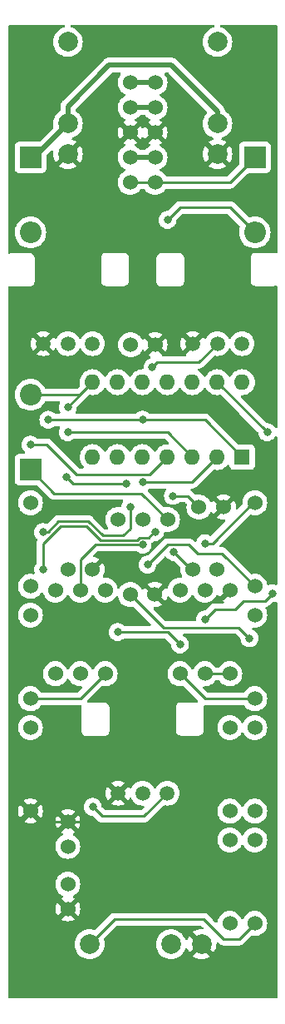
<source format=gbr>
%TF.GenerationSoftware,KiCad,Pcbnew,(6.0.8)*%
%TF.CreationDate,2022-10-19T15:09:31+01:00*%
%TF.ProjectId,kompari,6b6f6d70-6172-4692-9e6b-696361645f70,rev?*%
%TF.SameCoordinates,Original*%
%TF.FileFunction,Copper,L2,Bot*%
%TF.FilePolarity,Positive*%
%FSLAX46Y46*%
G04 Gerber Fmt 4.6, Leading zero omitted, Abs format (unit mm)*
G04 Created by KiCad (PCBNEW (6.0.8)) date 2022-10-19 15:09:31*
%MOMM*%
%LPD*%
G01*
G04 APERTURE LIST*
%TA.AperFunction,ComponentPad*%
%ADD10C,1.500000*%
%TD*%
%TA.AperFunction,ComponentPad*%
%ADD11C,2.000000*%
%TD*%
%TA.AperFunction,ComponentPad*%
%ADD12C,1.524000*%
%TD*%
%TA.AperFunction,ComponentPad*%
%ADD13O,2.200000X2.200000*%
%TD*%
%TA.AperFunction,ComponentPad*%
%ADD14R,2.200000X2.200000*%
%TD*%
%TA.AperFunction,ComponentPad*%
%ADD15O,1.600000X1.600000*%
%TD*%
%TA.AperFunction,ComponentPad*%
%ADD16R,1.600000X1.600000*%
%TD*%
%TA.AperFunction,ViaPad*%
%ADD17C,0.800000*%
%TD*%
%TA.AperFunction,Conductor*%
%ADD18C,0.500000*%
%TD*%
%TA.AperFunction,Conductor*%
%ADD19C,0.250000*%
%TD*%
G04 APERTURE END LIST*
D10*
%TO.P,P3,3,3*%
%TO.N,Net-(P3-Pad3)*%
X17740000Y-78620000D03*
%TO.P,P3,2,2*%
%TO.N,Net-(P3-Pad2)*%
X15240000Y-78620000D03*
%TO.P,P3,1,1*%
%TO.N,Earth*%
X12740000Y-78620000D03*
%TD*%
%TO.P,P2,1,1*%
%TO.N,Earth*%
X20360000Y-32900000D03*
%TO.P,P2,2,2*%
%TO.N,Net-(P2-Pad2)*%
X22860000Y-32900000D03*
%TO.P,P2,3,3*%
%TO.N,Net-(P2-Pad3)*%
X25360000Y-32900000D03*
%TD*%
%TO.P,P1,3,3*%
%TO.N,Net-(P1-Pad3)*%
X10120000Y-32900000D03*
%TO.P,P1,2,2*%
%TO.N,Net-(P1-Pad2)*%
X7620000Y-32900000D03*
%TO.P,P1,1,1*%
%TO.N,Earth*%
X5120000Y-32900000D03*
%TD*%
D11*
%TO.P,J1,1,E*%
%TO.N,Earth*%
X7620000Y-13620000D03*
%TO.P,J1,2,TN*%
%TO.N,+12V*%
X7620000Y-10520000D03*
%TO.P,J1,3,T*%
%TO.N,Net-(J1-Pad3)*%
X7620000Y-2220000D03*
%TD*%
D12*
%TO.P,SW1,1,A*%
%TO.N,Net-(D3-Pad2)*%
X17780000Y-50800000D03*
%TO.P,SW1,2,B*%
%TO.N,Net-(R15-Pad1)*%
X15240000Y-50800000D03*
%TO.P,SW1,3,C*%
%TO.N,Net-(D3-Pad1)*%
X12700000Y-50800000D03*
%TD*%
%TO.P,LED3,1,KA*%
%TO.N,Net-(LED3-Pad1)*%
X20340000Y-55880000D03*
%TO.P,LED3,2,AK*%
%TO.N,Earth*%
X22840000Y-55880000D03*
%TD*%
%TO.P,LED1,1,KA*%
%TO.N,Net-(LED1-Pad1)*%
X13990000Y-58420000D03*
%TO.P,LED1,2,AK*%
%TO.N,Earth*%
X16490000Y-58420000D03*
%TD*%
D11*
%TO.P,J2,1,E*%
%TO.N,Earth*%
X22860000Y-13620000D03*
%TO.P,J2,2,TN*%
%TO.N,+12V*%
X22860000Y-10520000D03*
%TO.P,J2,3,T*%
%TO.N,Net-(J2-Pad3)*%
X22860000Y-2220000D03*
%TD*%
D12*
%TO.P,LED2,1,KA*%
%TO.N,Net-(LED2-Pad1)*%
X7620000Y-55880000D03*
%TO.P,LED2,2,AK*%
%TO.N,Earth*%
X10120000Y-55880000D03*
%TD*%
D11*
%TO.P,J4,1,E*%
%TO.N,Earth*%
X21240000Y-93980000D03*
%TO.P,J4,2,TN*%
%TO.N,unconnected-(J4-Pad2)*%
X18140000Y-93980000D03*
%TO.P,J4,3,T*%
%TO.N,Net-(J4-Pad3)*%
X9840000Y-93980000D03*
%TD*%
D12*
%TO.P,C1,1*%
%TO.N,+12V*%
X7620000Y-87884000D03*
%TO.P,C1,2*%
%TO.N,Earth*%
X7620000Y-90384000D03*
%TD*%
%TO.P,R11,1*%
%TO.N,Earth*%
X3810000Y-80450000D03*
%TO.P,R11,2*%
%TO.N,Net-(P1-Pad3)*%
X3810000Y-71950000D03*
%TD*%
%TO.P,R10,1*%
%TO.N,Net-(J2-Pad3)*%
X21590000Y-57980000D03*
%TO.P,R10,2*%
%TO.N,Net-(P2-Pad3)*%
X21590000Y-66480000D03*
%TD*%
%TO.P,R12,1*%
%TO.N,Earth*%
X24130000Y-57980000D03*
%TO.P,R12,2*%
%TO.N,Net-(P2-Pad3)*%
X24130000Y-66480000D03*
%TD*%
%TO.P,C4,1*%
%TO.N,Earth*%
X16510000Y-33020000D03*
%TO.P,C4,2*%
%TO.N,-12V*%
X14010000Y-33020000D03*
%TD*%
%TO.P,R8,1*%
%TO.N,Net-(R6-Pad2)*%
X26670000Y-83380000D03*
%TO.P,R8,2*%
%TO.N,Net-(J4-Pad3)*%
X26670000Y-91880000D03*
%TD*%
%TO.P,C3,1*%
%TO.N,+12V*%
X20975000Y-49530000D03*
%TO.P,C3,2*%
%TO.N,Earth*%
X23475000Y-49530000D03*
%TD*%
%TO.P,R6,1*%
%TO.N,Net-(R5-Pad2)*%
X26670000Y-71950000D03*
%TO.P,R6,2*%
%TO.N,Net-(R6-Pad2)*%
X26670000Y-80450000D03*
%TD*%
D13*
%TO.P,D3,1,A*%
%TO.N,Net-(D3-Pad1)*%
X3810000Y-38100000D03*
D14*
%TO.P,D3,2,K*%
%TO.N,Net-(D3-Pad2)*%
X3810000Y-45720000D03*
%TD*%
D12*
%TO.P,R3,1*%
%TO.N,Net-(R1-Pad2)*%
X3810000Y-57590000D03*
%TO.P,R3,2*%
%TO.N,Net-(R13-Pad2)*%
X3810000Y-49090000D03*
%TD*%
%TO.P,R4,1*%
%TO.N,Net-(R2-Pad2)*%
X26670000Y-60520000D03*
%TO.P,R4,2*%
%TO.N,Net-(R14-Pad2)*%
X26670000Y-69020000D03*
%TD*%
%TO.P,R9,1*%
%TO.N,Net-(J1-Pad3)*%
X11430000Y-57980000D03*
%TO.P,R9,2*%
%TO.N,Net-(P1-Pad3)*%
X11430000Y-66480000D03*
%TD*%
%TO.P,R5,1*%
%TO.N,Net-(P3-Pad3)*%
X24130000Y-71950000D03*
%TO.P,R5,2*%
%TO.N,Net-(R5-Pad2)*%
X24130000Y-80450000D03*
%TD*%
%TO.P,R2,1*%
%TO.N,Net-(P2-Pad3)*%
X26670000Y-49090000D03*
%TO.P,R2,2*%
%TO.N,Net-(R2-Pad2)*%
X26670000Y-57590000D03*
%TD*%
%TO.P,R14,1*%
%TO.N,Net-(LED3-Pad1)*%
X19050000Y-57980000D03*
%TO.P,R14,2*%
%TO.N,Net-(R14-Pad2)*%
X19050000Y-66480000D03*
%TD*%
%TO.P,J3,1,Pin_1*%
%TO.N,Net-(D2-Pad2)*%
X13970000Y-16510000D03*
%TO.P,J3,2,Pin_2*%
X16510000Y-16510000D03*
%TO.P,J3,3,Pin_3*%
%TO.N,Net-(J3-Pad3)*%
X13970000Y-13970000D03*
%TO.P,J3,4,Pin_4*%
X16510000Y-13970000D03*
%TO.P,J3,5,Pin_5*%
%TO.N,Earth*%
X13970000Y-11430000D03*
%TO.P,J3,6,Pin_6*%
X16510000Y-11430000D03*
%TO.P,J3,7,Pin_7*%
%TO.N,Net-(J3-Pad7)*%
X13970000Y-8890000D03*
%TO.P,J3,8,Pin_8*%
X16510000Y-8890000D03*
%TO.P,J3,9,Pin_9*%
%TO.N,Net-(D1-Pad1)*%
X13970000Y-6350000D03*
%TO.P,J3,10,Pin_10*%
X16510000Y-6350000D03*
%TD*%
%TO.P,R1,1*%
%TO.N,Net-(P1-Pad3)*%
X3810000Y-69020000D03*
%TO.P,R1,2*%
%TO.N,Net-(R1-Pad2)*%
X3810000Y-60520000D03*
%TD*%
D13*
%TO.P,D1,1,A*%
%TO.N,Net-(D1-Pad1)*%
X3810000Y-21590000D03*
D14*
%TO.P,D1,2,K*%
%TO.N,+12V*%
X3810000Y-13970000D03*
%TD*%
D12*
%TO.P,C2,1*%
%TO.N,Earth*%
X7620000Y-81534000D03*
%TO.P,C2,2*%
%TO.N,-12V*%
X7620000Y-84034000D03*
%TD*%
%TO.P,R15,1*%
%TO.N,Net-(R15-Pad1)*%
X8890000Y-57980000D03*
%TO.P,R15,2*%
%TO.N,Net-(P3-Pad3)*%
X8890000Y-66480000D03*
%TD*%
D15*
%TO.P,U1,14*%
%TO.N,Net-(R6-Pad2)*%
X25380000Y-36820000D03*
%TO.P,U1,13,-*%
%TO.N,Net-(R5-Pad2)*%
X22840000Y-36820000D03*
%TO.P,U1,12,+*%
%TO.N,Net-(P3-Pad2)*%
X20300000Y-36820000D03*
%TO.P,U1,11,V-*%
%TO.N,-12V*%
X17760000Y-36820000D03*
%TO.P,U1,10,+*%
%TO.N,Net-(R13-Pad2)*%
X15220000Y-36820000D03*
%TO.P,U1,9,-*%
%TO.N,Net-(R14-Pad2)*%
X12680000Y-36820000D03*
%TO.P,U1,8*%
%TO.N,Net-(D3-Pad1)*%
X10140000Y-36820000D03*
%TO.P,U1,7*%
%TO.N,Net-(R14-Pad2)*%
X10140000Y-44440000D03*
%TO.P,U1,6,-*%
%TO.N,Net-(R2-Pad2)*%
X12680000Y-44440000D03*
%TO.P,U1,5,+*%
%TO.N,Net-(P2-Pad2)*%
X15220000Y-44440000D03*
%TO.P,U1,4,V+*%
%TO.N,+12V*%
X17760000Y-44440000D03*
%TO.P,U1,3,+*%
%TO.N,Net-(P1-Pad2)*%
X20300000Y-44440000D03*
%TO.P,U1,2,-*%
%TO.N,Net-(R1-Pad2)*%
X22840000Y-44440000D03*
D16*
%TO.P,U1,1*%
%TO.N,Net-(R13-Pad2)*%
X25380000Y-44440000D03*
%TD*%
D13*
%TO.P,D2,1,A*%
%TO.N,-12V*%
X26670000Y-21590000D03*
D14*
%TO.P,D2,2,K*%
%TO.N,Net-(D2-Pad2)*%
X26670000Y-13970000D03*
%TD*%
D12*
%TO.P,R13,1*%
%TO.N,Net-(LED2-Pad1)*%
X6350000Y-66480000D03*
%TO.P,R13,2*%
%TO.N,Net-(R13-Pad2)*%
X6350000Y-57980000D03*
%TD*%
%TO.P,R7,1*%
%TO.N,Net-(LED1-Pad1)*%
X24130000Y-83380000D03*
%TO.P,R7,2*%
%TO.N,Net-(P3-Pad3)*%
X24130000Y-91880000D03*
%TD*%
D17*
%TO.N,+12V*%
X3810000Y-43180000D03*
X18325500Y-48387000D03*
%TO.N,Earth*%
X12740000Y-85257000D03*
%TO.N,-12V*%
X5080000Y-55880000D03*
X17780000Y-20320000D03*
X16510000Y-52070000D03*
%TO.N,Net-(D3-Pad1)*%
X7493000Y-46482000D03*
X13589000Y-47117000D03*
X7620000Y-39370000D03*
%TO.N,Net-(P1-Pad2)*%
X7620000Y-41910000D03*
%TO.N,Net-(P2-Pad2)*%
X16237603Y-35286897D03*
%TO.N,Net-(R1-Pad2)*%
X13970000Y-49530000D03*
X15240000Y-46990000D03*
X5080000Y-52070000D03*
%TO.N,Net-(R2-Pad2)*%
X15742299Y-55377701D03*
%TO.N,Net-(LED1-Pad1)*%
X26124500Y-62865000D03*
%TO.N,Net-(R13-Pad2)*%
X5625500Y-40640000D03*
X15240000Y-40640000D03*
%TO.N,Net-(R5-Pad2)*%
X27940000Y-41910000D03*
X21590000Y-60960000D03*
X28448000Y-58293000D03*
%TO.N,Net-(R14-Pad2)*%
X12700000Y-62230000D03*
X19050000Y-63500000D03*
%TO.N,Net-(R15-Pad1)*%
X15240000Y-53340000D03*
%TO.N,Net-(LED3-Pad1)*%
X18415000Y-54102000D03*
%TO.N,Net-(P2-Pad3)*%
X21590000Y-53213000D03*
%TO.N,Net-(P3-Pad3)*%
X10160000Y-80010000D03*
%TD*%
D18*
%TO.N,+12V*%
X7620000Y-10520000D02*
X4170000Y-13970000D01*
X4170000Y-13970000D02*
X3810000Y-13970000D01*
X22860000Y-9271000D02*
X22860000Y-10520000D01*
X18161000Y-4572000D02*
X22860000Y-9271000D01*
X11811000Y-4572000D02*
X18161000Y-4572000D01*
X7620000Y-8763000D02*
X11811000Y-4572000D01*
X7620000Y-10520000D02*
X7620000Y-8763000D01*
%TO.N,Net-(J3-Pad7)*%
X13970000Y-8890000D02*
X16510000Y-8890000D01*
%TO.N,Net-(D1-Pad1)*%
X16510000Y-6350000D02*
X13970000Y-6350000D01*
%TO.N,Net-(J3-Pad3)*%
X13970000Y-13970000D02*
X16510000Y-13970000D01*
D19*
%TO.N,Net-(R5-Pad2)*%
X22606000Y-59944000D02*
X21590000Y-60960000D01*
X25527000Y-59055000D02*
X24638000Y-59944000D01*
X24638000Y-59944000D02*
X22606000Y-59944000D01*
X27686000Y-59055000D02*
X25527000Y-59055000D01*
X28448000Y-58293000D02*
X27686000Y-59055000D01*
%TO.N,+12V*%
X19832000Y-48387000D02*
X20975000Y-49530000D01*
X18325500Y-48387000D02*
X19832000Y-48387000D01*
%TO.N,Net-(P2-Pad2)*%
X20962000Y-34798000D02*
X22860000Y-32900000D01*
X16237603Y-35286897D02*
X16726500Y-34798000D01*
X16726500Y-34798000D02*
X20962000Y-34798000D01*
%TO.N,+12V*%
X8509000Y-46228000D02*
X15972000Y-46228000D01*
X3810000Y-43180000D02*
X5461000Y-43180000D01*
X5461000Y-43180000D02*
X8509000Y-46228000D01*
X15972000Y-46228000D02*
X17760000Y-44440000D01*
%TO.N,Earth*%
X7620000Y-81534000D02*
X4894000Y-81534000D01*
X9144000Y-81534000D02*
X7620000Y-81534000D01*
X9906000Y-88098000D02*
X9906000Y-82296000D01*
X7620000Y-90384000D02*
X9906000Y-88098000D01*
X4894000Y-81534000D02*
X3810000Y-80450000D01*
X9906000Y-88098000D02*
X9906000Y-88091000D01*
X9906000Y-82296000D02*
X9144000Y-81534000D01*
X9906000Y-88091000D02*
X12740000Y-85257000D01*
%TO.N,-12V*%
X14939695Y-52615000D02*
X14664215Y-52890480D01*
X19050000Y-19050000D02*
X24130000Y-19050000D01*
X16383000Y-52070000D02*
X15838000Y-52615000D01*
X17780000Y-20320000D02*
X19050000Y-19050000D01*
X14664215Y-52890480D02*
X10980480Y-52890480D01*
X6851720Y-51435000D02*
X5080000Y-53206720D01*
X24130000Y-19050000D02*
X26670000Y-21590000D01*
X5080000Y-53206720D02*
X5080000Y-55880000D01*
X16510000Y-52070000D02*
X16383000Y-52070000D01*
X15838000Y-52615000D02*
X14939695Y-52615000D01*
X10980480Y-52890480D02*
X9525000Y-51435000D01*
X9525000Y-51435000D02*
X6851720Y-51435000D01*
%TO.N,Net-(D2-Pad2)*%
X24130000Y-16510000D02*
X26670000Y-13970000D01*
X16510000Y-16510000D02*
X24130000Y-16510000D01*
X13970000Y-16510000D02*
X16510000Y-16510000D01*
%TO.N,Net-(D3-Pad1)*%
X8128000Y-47117000D02*
X13589000Y-47117000D01*
X7493000Y-46482000D02*
X8128000Y-47117000D01*
X3810000Y-38100000D02*
X8860000Y-38100000D01*
X7620000Y-39370000D02*
X7620000Y-39340000D01*
X7620000Y-39340000D02*
X8860000Y-38100000D01*
X8860000Y-38100000D02*
X10140000Y-36820000D01*
%TO.N,Net-(D3-Pad2)*%
X6223000Y-48133000D02*
X3810000Y-45720000D01*
X15113000Y-48133000D02*
X6223000Y-48133000D01*
X17780000Y-50800000D02*
X15113000Y-48133000D01*
%TO.N,Net-(J4-Pad3)*%
X9840000Y-93980000D02*
X12380000Y-91440000D01*
X25078000Y-93472000D02*
X26670000Y-91880000D01*
X21463000Y-91440000D02*
X23495000Y-93472000D01*
X23495000Y-93472000D02*
X25078000Y-93472000D01*
X12380000Y-91440000D02*
X21463000Y-91440000D01*
%TO.N,Net-(P1-Pad2)*%
X7620000Y-41910000D02*
X17770000Y-41910000D01*
X17770000Y-41910000D02*
X20300000Y-44440000D01*
%TO.N,Net-(R1-Pad2)*%
X13218520Y-52440480D02*
X11166198Y-52440480D01*
X5581002Y-52070000D02*
X5080000Y-52070000D01*
X20290000Y-46990000D02*
X22840000Y-44440000D01*
X11166198Y-52440480D02*
X9711198Y-50985480D01*
X9711198Y-50985480D02*
X6665523Y-50985480D01*
X13970000Y-49530000D02*
X13970000Y-51689000D01*
X13970000Y-51689000D02*
X13218520Y-52440480D01*
X6665523Y-50985480D02*
X5581002Y-52070000D01*
X15240000Y-46990000D02*
X20290000Y-46990000D01*
%TO.N,Net-(R2-Pad2)*%
X17780000Y-53340000D02*
X19930386Y-53340000D01*
X20819386Y-54229000D02*
X23309000Y-54229000D01*
X23309000Y-54229000D02*
X26670000Y-57590000D01*
X19930386Y-53340000D02*
X20819386Y-54229000D01*
X15742299Y-55377701D02*
X17780000Y-53340000D01*
%TO.N,Net-(LED1-Pad1)*%
X26124500Y-62865000D02*
X25039980Y-61780480D01*
X17350480Y-61780480D02*
X13990000Y-58420000D01*
X25039980Y-61780480D02*
X17350480Y-61780480D01*
%TO.N,Net-(R13-Pad2)*%
X15240000Y-40640000D02*
X21580000Y-40640000D01*
X15240000Y-40640000D02*
X5625500Y-40640000D01*
X21580000Y-40640000D02*
X25380000Y-44440000D01*
%TO.N,Net-(R5-Pad2)*%
X27930000Y-41910000D02*
X22840000Y-36820000D01*
X27940000Y-41910000D02*
X27930000Y-41910000D01*
%TO.N,Net-(R14-Pad2)*%
X17780000Y-62230000D02*
X19050000Y-63500000D01*
X19050000Y-66480000D02*
X21590000Y-69020000D01*
X21590000Y-69020000D02*
X26670000Y-69020000D01*
X12700000Y-62230000D02*
X17780000Y-62230000D01*
%TO.N,Net-(R15-Pad1)*%
X8890000Y-54864000D02*
X8890000Y-57980000D01*
X15240000Y-53340000D02*
X10414000Y-53340000D01*
X10414000Y-53340000D02*
X8890000Y-54864000D01*
%TO.N,Net-(LED3-Pad1)*%
X20193000Y-55880000D02*
X20340000Y-55880000D01*
X18415000Y-54102000D02*
X20193000Y-55880000D01*
%TO.N,Net-(P1-Pad3)*%
X8890000Y-69020000D02*
X11430000Y-66480000D01*
X3810000Y-69020000D02*
X8890000Y-69020000D01*
%TO.N,Net-(P2-Pad3)*%
X21590000Y-53213000D02*
X22352000Y-53213000D01*
X22352000Y-53213000D02*
X26475000Y-49090000D01*
X26475000Y-49090000D02*
X26670000Y-49090000D01*
X24130000Y-66480000D02*
X21590000Y-66480000D01*
%TO.N,Net-(P3-Pad3)*%
X15395489Y-80964511D02*
X17740000Y-78620000D01*
X10160000Y-80010000D02*
X11114511Y-80964511D01*
X11114511Y-80964511D02*
X15395489Y-80964511D01*
%TD*%
%TA.AperFunction,Conductor*%
%TO.N,Earth*%
G36*
X7290564Y-528502D02*
G01*
X7337057Y-582158D01*
X7347161Y-652432D01*
X7317667Y-717012D01*
X7251857Y-757019D01*
X7152406Y-780895D01*
X7147835Y-782788D01*
X7147833Y-782789D01*
X6937611Y-869865D01*
X6937607Y-869867D01*
X6933037Y-871760D01*
X6928817Y-874346D01*
X6734798Y-993241D01*
X6734792Y-993245D01*
X6730584Y-995824D01*
X6550031Y-1150031D01*
X6395824Y-1330584D01*
X6393245Y-1334792D01*
X6393241Y-1334798D01*
X6274346Y-1528817D01*
X6271760Y-1533037D01*
X6180895Y-1752406D01*
X6125465Y-1983289D01*
X6106835Y-2220000D01*
X6125465Y-2456711D01*
X6180895Y-2687594D01*
X6271760Y-2906963D01*
X6274346Y-2911183D01*
X6393241Y-3105202D01*
X6393245Y-3105208D01*
X6395824Y-3109416D01*
X6550031Y-3289969D01*
X6730584Y-3444176D01*
X6734792Y-3446755D01*
X6734798Y-3446759D01*
X6928817Y-3565654D01*
X6933037Y-3568240D01*
X6937607Y-3570133D01*
X6937611Y-3570135D01*
X7147833Y-3657211D01*
X7152406Y-3659105D01*
X7232609Y-3678360D01*
X7378476Y-3713380D01*
X7378482Y-3713381D01*
X7383289Y-3714535D01*
X7620000Y-3733165D01*
X7856711Y-3714535D01*
X7861518Y-3713381D01*
X7861524Y-3713380D01*
X8007391Y-3678360D01*
X8087594Y-3659105D01*
X8092167Y-3657211D01*
X8302389Y-3570135D01*
X8302393Y-3570133D01*
X8306963Y-3568240D01*
X8311183Y-3565654D01*
X8505202Y-3446759D01*
X8505208Y-3446755D01*
X8509416Y-3444176D01*
X8689969Y-3289969D01*
X8844176Y-3109416D01*
X8846755Y-3105208D01*
X8846759Y-3105202D01*
X8965654Y-2911183D01*
X8968240Y-2906963D01*
X9059105Y-2687594D01*
X9114535Y-2456711D01*
X9133165Y-2220000D01*
X9114535Y-1983289D01*
X9059105Y-1752406D01*
X8968240Y-1533037D01*
X8965654Y-1528817D01*
X8846759Y-1334798D01*
X8846755Y-1334792D01*
X8844176Y-1330584D01*
X8689969Y-1150031D01*
X8509416Y-995824D01*
X8505208Y-993245D01*
X8505202Y-993241D01*
X8311183Y-874346D01*
X8306963Y-871760D01*
X8302393Y-869867D01*
X8302389Y-869865D01*
X8092167Y-782789D01*
X8092165Y-782788D01*
X8087594Y-780895D01*
X7988143Y-757019D01*
X7926574Y-721667D01*
X7893891Y-658640D01*
X7900471Y-587949D01*
X7944226Y-532038D01*
X8017557Y-508500D01*
X22462443Y-508500D01*
X22530564Y-528502D01*
X22577057Y-582158D01*
X22587161Y-652432D01*
X22557667Y-717012D01*
X22491857Y-757019D01*
X22392406Y-780895D01*
X22387835Y-782788D01*
X22387833Y-782789D01*
X22177611Y-869865D01*
X22177607Y-869867D01*
X22173037Y-871760D01*
X22168817Y-874346D01*
X21974798Y-993241D01*
X21974792Y-993245D01*
X21970584Y-995824D01*
X21790031Y-1150031D01*
X21635824Y-1330584D01*
X21633245Y-1334792D01*
X21633241Y-1334798D01*
X21514346Y-1528817D01*
X21511760Y-1533037D01*
X21420895Y-1752406D01*
X21365465Y-1983289D01*
X21346835Y-2220000D01*
X21365465Y-2456711D01*
X21420895Y-2687594D01*
X21511760Y-2906963D01*
X21514346Y-2911183D01*
X21633241Y-3105202D01*
X21633245Y-3105208D01*
X21635824Y-3109416D01*
X21790031Y-3289969D01*
X21970584Y-3444176D01*
X21974792Y-3446755D01*
X21974798Y-3446759D01*
X22168817Y-3565654D01*
X22173037Y-3568240D01*
X22177607Y-3570133D01*
X22177611Y-3570135D01*
X22387833Y-3657211D01*
X22392406Y-3659105D01*
X22472609Y-3678360D01*
X22618476Y-3713380D01*
X22618482Y-3713381D01*
X22623289Y-3714535D01*
X22860000Y-3733165D01*
X23096711Y-3714535D01*
X23101518Y-3713381D01*
X23101524Y-3713380D01*
X23247391Y-3678360D01*
X23327594Y-3659105D01*
X23332167Y-3657211D01*
X23542389Y-3570135D01*
X23542393Y-3570133D01*
X23546963Y-3568240D01*
X23551183Y-3565654D01*
X23745202Y-3446759D01*
X23745208Y-3446755D01*
X23749416Y-3444176D01*
X23929969Y-3289969D01*
X24084176Y-3109416D01*
X24086755Y-3105208D01*
X24086759Y-3105202D01*
X24205654Y-2911183D01*
X24208240Y-2906963D01*
X24299105Y-2687594D01*
X24354535Y-2456711D01*
X24373165Y-2220000D01*
X24354535Y-1983289D01*
X24299105Y-1752406D01*
X24208240Y-1533037D01*
X24205654Y-1528817D01*
X24086759Y-1334798D01*
X24086755Y-1334792D01*
X24084176Y-1330584D01*
X23929969Y-1150031D01*
X23749416Y-995824D01*
X23745208Y-993245D01*
X23745202Y-993241D01*
X23551183Y-874346D01*
X23546963Y-871760D01*
X23542393Y-869867D01*
X23542389Y-869865D01*
X23332167Y-782789D01*
X23332165Y-782788D01*
X23327594Y-780895D01*
X23228143Y-757019D01*
X23166574Y-721667D01*
X23133891Y-658640D01*
X23140471Y-587949D01*
X23184226Y-532038D01*
X23257557Y-508500D01*
X28829500Y-508500D01*
X28897621Y-528502D01*
X28944114Y-582158D01*
X28955500Y-634500D01*
X28955500Y-23586207D01*
X28935498Y-23654328D01*
X28881842Y-23700821D01*
X28811568Y-23710925D01*
X28780014Y-23701584D01*
X28775485Y-23698648D01*
X28766889Y-23696077D01*
X28766884Y-23696075D01*
X28750880Y-23691289D01*
X28733436Y-23684628D01*
X28718324Y-23677533D01*
X28718322Y-23677532D01*
X28710200Y-23673719D01*
X28701333Y-23672338D01*
X28701332Y-23672338D01*
X28690478Y-23670648D01*
X28680983Y-23669170D01*
X28664268Y-23665387D01*
X28644534Y-23659485D01*
X28644528Y-23659484D01*
X28635934Y-23656914D01*
X28626963Y-23656859D01*
X28626962Y-23656859D01*
X28616903Y-23656798D01*
X28601494Y-23656704D01*
X28600711Y-23656671D01*
X28599614Y-23656500D01*
X28568623Y-23656500D01*
X28567853Y-23656498D01*
X28494215Y-23656048D01*
X28494214Y-23656048D01*
X28490279Y-23656024D01*
X28488935Y-23656408D01*
X28487590Y-23656500D01*
X26768623Y-23656500D01*
X26767853Y-23656498D01*
X26767037Y-23656493D01*
X26690279Y-23656024D01*
X26667918Y-23662415D01*
X26661847Y-23664150D01*
X26645085Y-23667728D01*
X26615813Y-23671920D01*
X26607645Y-23675634D01*
X26607644Y-23675634D01*
X26592438Y-23682548D01*
X26574914Y-23688996D01*
X26550229Y-23696051D01*
X26542635Y-23700843D01*
X26542632Y-23700844D01*
X26525220Y-23711830D01*
X26510137Y-23719969D01*
X26483218Y-23732208D01*
X26476416Y-23738069D01*
X26463765Y-23748970D01*
X26448761Y-23760073D01*
X26427042Y-23773776D01*
X26421103Y-23780501D01*
X26421099Y-23780504D01*
X26407468Y-23795938D01*
X26395276Y-23807982D01*
X26379673Y-23821427D01*
X26379671Y-23821430D01*
X26372873Y-23827287D01*
X26367993Y-23834816D01*
X26367992Y-23834817D01*
X26358906Y-23848835D01*
X26347615Y-23863709D01*
X26336673Y-23876099D01*
X26330622Y-23882951D01*
X26320856Y-23903751D01*
X26318058Y-23909711D01*
X26309737Y-23924691D01*
X26298529Y-23941983D01*
X26298527Y-23941988D01*
X26293648Y-23949515D01*
X26291078Y-23958108D01*
X26291076Y-23958113D01*
X26286289Y-23974120D01*
X26279628Y-23991564D01*
X26272533Y-24006676D01*
X26268719Y-24014800D01*
X26264552Y-24041564D01*
X26264170Y-24044015D01*
X26260387Y-24060732D01*
X26254485Y-24080466D01*
X26254484Y-24080472D01*
X26251914Y-24089066D01*
X26251859Y-24098037D01*
X26251859Y-24098038D01*
X26251704Y-24123497D01*
X26251671Y-24124289D01*
X26251500Y-24125386D01*
X26251500Y-24156377D01*
X26251498Y-24157147D01*
X26251095Y-24223180D01*
X26251024Y-24234721D01*
X26251408Y-24236065D01*
X26251500Y-24237410D01*
X26251500Y-26526377D01*
X26251498Y-26527147D01*
X26251024Y-26604721D01*
X26256710Y-26624614D01*
X26259150Y-26633153D01*
X26262728Y-26649915D01*
X26266920Y-26679187D01*
X26270634Y-26687355D01*
X26270634Y-26687356D01*
X26277548Y-26702562D01*
X26283996Y-26720086D01*
X26291051Y-26744771D01*
X26295843Y-26752365D01*
X26295844Y-26752368D01*
X26306830Y-26769780D01*
X26314969Y-26784863D01*
X26327208Y-26811782D01*
X26333069Y-26818584D01*
X26343970Y-26831235D01*
X26355073Y-26846239D01*
X26368776Y-26867958D01*
X26375501Y-26873897D01*
X26375504Y-26873901D01*
X26390938Y-26887532D01*
X26402982Y-26899724D01*
X26416427Y-26915327D01*
X26416430Y-26915329D01*
X26422287Y-26922127D01*
X26429816Y-26927007D01*
X26429817Y-26927008D01*
X26443835Y-26936094D01*
X26458709Y-26947385D01*
X26466270Y-26954062D01*
X26477951Y-26964378D01*
X26504711Y-26976942D01*
X26519691Y-26985263D01*
X26536983Y-26996471D01*
X26536988Y-26996473D01*
X26544515Y-27001352D01*
X26553108Y-27003922D01*
X26553113Y-27003924D01*
X26569120Y-27008711D01*
X26586564Y-27015372D01*
X26601676Y-27022467D01*
X26601678Y-27022468D01*
X26609800Y-27026281D01*
X26618667Y-27027662D01*
X26618668Y-27027662D01*
X26621353Y-27028080D01*
X26639017Y-27030830D01*
X26655732Y-27034613D01*
X26675466Y-27040515D01*
X26675472Y-27040516D01*
X26684066Y-27043086D01*
X26693037Y-27043141D01*
X26693038Y-27043141D01*
X26703097Y-27043202D01*
X26718506Y-27043296D01*
X26719289Y-27043329D01*
X26720386Y-27043500D01*
X26751377Y-27043500D01*
X26752147Y-27043502D01*
X26825785Y-27043952D01*
X26825786Y-27043952D01*
X26829721Y-27043976D01*
X26831065Y-27043592D01*
X26832410Y-27043500D01*
X28551377Y-27043500D01*
X28552148Y-27043502D01*
X28629721Y-27043976D01*
X28658152Y-27035850D01*
X28674915Y-27032272D01*
X28675753Y-27032152D01*
X28704187Y-27028080D01*
X28727564Y-27017451D01*
X28745087Y-27011004D01*
X28761145Y-27006415D01*
X28761148Y-27006413D01*
X28769771Y-27003949D01*
X28777357Y-26999162D01*
X28778051Y-26998852D01*
X28848401Y-26989295D01*
X28912751Y-27019289D01*
X28950669Y-27079312D01*
X28955500Y-27113869D01*
X28955500Y-41381661D01*
X28935498Y-41449782D01*
X28881842Y-41496275D01*
X28811568Y-41506379D01*
X28746988Y-41476885D01*
X28720381Y-41444661D01*
X28710321Y-41427237D01*
X28679040Y-41373056D01*
X28655722Y-41347158D01*
X28555675Y-41236045D01*
X28555674Y-41236044D01*
X28551253Y-41231134D01*
X28396752Y-41118882D01*
X28390724Y-41116198D01*
X28390722Y-41116197D01*
X28228319Y-41043891D01*
X28228318Y-41043891D01*
X28222288Y-41041206D01*
X28109721Y-41017279D01*
X28041944Y-41002872D01*
X28041939Y-41002872D01*
X28035487Y-41001500D01*
X27969594Y-41001500D01*
X27901473Y-40981498D01*
X27880499Y-40964595D01*
X25262494Y-38346589D01*
X25228468Y-38284277D01*
X25233533Y-38213461D01*
X25276080Y-38156626D01*
X25342600Y-38131815D01*
X25362572Y-38131974D01*
X25374515Y-38133019D01*
X25374525Y-38133019D01*
X25380000Y-38133498D01*
X25608087Y-38113543D01*
X25613400Y-38112119D01*
X25613402Y-38112119D01*
X25823933Y-38055707D01*
X25823935Y-38055706D01*
X25829243Y-38054284D01*
X25834225Y-38051961D01*
X26031762Y-37959849D01*
X26031767Y-37959846D01*
X26036749Y-37957523D01*
X26200613Y-37842784D01*
X26219789Y-37829357D01*
X26219792Y-37829355D01*
X26224300Y-37826198D01*
X26386198Y-37664300D01*
X26426866Y-37606221D01*
X26514366Y-37481257D01*
X26517523Y-37476749D01*
X26519846Y-37471767D01*
X26519849Y-37471762D01*
X26611961Y-37274225D01*
X26611961Y-37274224D01*
X26614284Y-37269243D01*
X26646808Y-37147865D01*
X26672119Y-37053402D01*
X26672120Y-37053398D01*
X26673543Y-37048087D01*
X26693498Y-36820000D01*
X26673543Y-36591913D01*
X26650000Y-36504050D01*
X26615707Y-36376067D01*
X26615706Y-36376065D01*
X26614284Y-36370757D01*
X26528958Y-36187773D01*
X26519849Y-36168238D01*
X26519846Y-36168233D01*
X26517523Y-36163251D01*
X26386198Y-35975700D01*
X26224300Y-35813802D01*
X26219792Y-35810645D01*
X26219789Y-35810643D01*
X26112272Y-35735359D01*
X26036749Y-35682477D01*
X26031767Y-35680154D01*
X26031762Y-35680151D01*
X25834225Y-35588039D01*
X25834224Y-35588039D01*
X25829243Y-35585716D01*
X25823935Y-35584294D01*
X25823933Y-35584293D01*
X25613402Y-35527881D01*
X25613400Y-35527881D01*
X25608087Y-35526457D01*
X25380000Y-35506502D01*
X25151913Y-35526457D01*
X25146600Y-35527881D01*
X25146598Y-35527881D01*
X24936067Y-35584293D01*
X24936065Y-35584294D01*
X24930757Y-35585716D01*
X24925776Y-35588039D01*
X24925775Y-35588039D01*
X24728238Y-35680151D01*
X24728233Y-35680154D01*
X24723251Y-35682477D01*
X24647728Y-35735359D01*
X24540211Y-35810643D01*
X24540208Y-35810645D01*
X24535700Y-35813802D01*
X24373802Y-35975700D01*
X24242477Y-36163251D01*
X24240154Y-36168233D01*
X24240151Y-36168238D01*
X24224195Y-36202457D01*
X24177278Y-36255742D01*
X24109001Y-36275203D01*
X24041041Y-36254661D01*
X23995805Y-36202457D01*
X23979849Y-36168238D01*
X23979846Y-36168233D01*
X23977523Y-36163251D01*
X23846198Y-35975700D01*
X23684300Y-35813802D01*
X23679792Y-35810645D01*
X23679789Y-35810643D01*
X23572272Y-35735359D01*
X23496749Y-35682477D01*
X23491767Y-35680154D01*
X23491762Y-35680151D01*
X23294225Y-35588039D01*
X23294224Y-35588039D01*
X23289243Y-35585716D01*
X23283935Y-35584294D01*
X23283933Y-35584293D01*
X23073402Y-35527881D01*
X23073400Y-35527881D01*
X23068087Y-35526457D01*
X22840000Y-35506502D01*
X22611913Y-35526457D01*
X22606600Y-35527881D01*
X22606598Y-35527881D01*
X22396067Y-35584293D01*
X22396065Y-35584294D01*
X22390757Y-35585716D01*
X22385776Y-35588039D01*
X22385775Y-35588039D01*
X22188238Y-35680151D01*
X22188233Y-35680154D01*
X22183251Y-35682477D01*
X22107728Y-35735359D01*
X22000211Y-35810643D01*
X22000208Y-35810645D01*
X21995700Y-35813802D01*
X21833802Y-35975700D01*
X21702477Y-36163251D01*
X21700154Y-36168233D01*
X21700151Y-36168238D01*
X21684195Y-36202457D01*
X21637278Y-36255742D01*
X21569001Y-36275203D01*
X21501041Y-36254661D01*
X21455805Y-36202457D01*
X21439849Y-36168238D01*
X21439846Y-36168233D01*
X21437523Y-36163251D01*
X21306198Y-35975700D01*
X21144300Y-35813802D01*
X21139792Y-35810645D01*
X21139789Y-35810643D01*
X21032272Y-35735359D01*
X20956749Y-35682477D01*
X20951767Y-35680154D01*
X20951762Y-35680151D01*
X20933627Y-35671695D01*
X20880342Y-35624778D01*
X20860881Y-35556500D01*
X20881423Y-35488540D01*
X20935446Y-35442475D01*
X20986877Y-35431500D01*
X21001856Y-35431500D01*
X21005791Y-35431003D01*
X21005856Y-35430995D01*
X21017693Y-35430062D01*
X21049951Y-35429048D01*
X21053970Y-35428922D01*
X21061889Y-35428673D01*
X21081343Y-35423021D01*
X21100700Y-35419013D01*
X21112930Y-35417468D01*
X21112931Y-35417468D01*
X21120797Y-35416474D01*
X21128168Y-35413555D01*
X21128170Y-35413555D01*
X21161912Y-35400196D01*
X21173142Y-35396351D01*
X21207983Y-35386229D01*
X21207984Y-35386229D01*
X21215593Y-35384018D01*
X21222412Y-35379985D01*
X21222417Y-35379983D01*
X21233028Y-35373707D01*
X21250776Y-35365012D01*
X21269617Y-35357552D01*
X21305387Y-35331564D01*
X21315307Y-35325048D01*
X21346535Y-35306580D01*
X21346538Y-35306578D01*
X21353362Y-35302542D01*
X21367683Y-35288221D01*
X21382717Y-35275380D01*
X21392694Y-35268131D01*
X21399107Y-35263472D01*
X21427298Y-35229395D01*
X21435288Y-35220616D01*
X22487576Y-34168328D01*
X22549888Y-34134302D01*
X22609281Y-34135716D01*
X22635312Y-34142691D01*
X22635319Y-34142692D01*
X22640629Y-34144115D01*
X22860000Y-34163307D01*
X23079371Y-34144115D01*
X23292076Y-34087120D01*
X23491654Y-33994056D01*
X23672038Y-33867749D01*
X23827749Y-33712038D01*
X23831227Y-33707072D01*
X23950899Y-33536162D01*
X23950900Y-33536160D01*
X23954056Y-33531653D01*
X23956379Y-33526671D01*
X23956382Y-33526666D01*
X23995805Y-33442122D01*
X24042722Y-33388837D01*
X24111000Y-33369376D01*
X24178960Y-33389918D01*
X24224195Y-33442122D01*
X24263618Y-33526666D01*
X24263621Y-33526671D01*
X24265944Y-33531653D01*
X24269100Y-33536160D01*
X24269101Y-33536162D01*
X24388774Y-33707072D01*
X24392251Y-33712038D01*
X24547962Y-33867749D01*
X24728346Y-33994056D01*
X24927924Y-34087120D01*
X25140629Y-34144115D01*
X25360000Y-34163307D01*
X25579371Y-34144115D01*
X25792076Y-34087120D01*
X25991654Y-33994056D01*
X26172038Y-33867749D01*
X26327749Y-33712038D01*
X26331227Y-33707072D01*
X26450899Y-33536162D01*
X26450900Y-33536160D01*
X26454056Y-33531653D01*
X26456379Y-33526671D01*
X26456382Y-33526666D01*
X26522717Y-33384408D01*
X26547120Y-33332076D01*
X26604115Y-33119371D01*
X26623307Y-32900000D01*
X26604115Y-32680629D01*
X26547120Y-32467924D01*
X26484171Y-32332928D01*
X26456382Y-32273334D01*
X26456379Y-32273329D01*
X26454056Y-32268347D01*
X26422786Y-32223689D01*
X26330908Y-32092473D01*
X26330906Y-32092470D01*
X26327749Y-32087962D01*
X26172038Y-31932251D01*
X26153260Y-31919102D01*
X26054342Y-31849839D01*
X25991654Y-31805944D01*
X25792076Y-31712880D01*
X25579371Y-31655885D01*
X25360000Y-31636693D01*
X25140629Y-31655885D01*
X24927924Y-31712880D01*
X24834562Y-31756415D01*
X24733334Y-31803618D01*
X24733329Y-31803621D01*
X24728347Y-31805944D01*
X24723840Y-31809100D01*
X24723838Y-31809101D01*
X24552473Y-31929092D01*
X24552470Y-31929094D01*
X24547962Y-31932251D01*
X24392251Y-32087962D01*
X24389094Y-32092470D01*
X24389092Y-32092473D01*
X24297214Y-32223689D01*
X24265944Y-32268347D01*
X24263621Y-32273329D01*
X24263618Y-32273334D01*
X24224195Y-32357878D01*
X24177278Y-32411163D01*
X24109000Y-32430624D01*
X24041040Y-32410082D01*
X23995805Y-32357878D01*
X23956382Y-32273334D01*
X23956379Y-32273329D01*
X23954056Y-32268347D01*
X23922786Y-32223689D01*
X23830908Y-32092473D01*
X23830906Y-32092470D01*
X23827749Y-32087962D01*
X23672038Y-31932251D01*
X23653260Y-31919102D01*
X23554342Y-31849839D01*
X23491654Y-31805944D01*
X23292076Y-31712880D01*
X23079371Y-31655885D01*
X22860000Y-31636693D01*
X22640629Y-31655885D01*
X22427924Y-31712880D01*
X22334562Y-31756415D01*
X22233334Y-31803618D01*
X22233329Y-31803621D01*
X22228347Y-31805944D01*
X22223840Y-31809100D01*
X22223838Y-31809101D01*
X22052473Y-31929092D01*
X22052470Y-31929094D01*
X22047962Y-31932251D01*
X21892251Y-32087962D01*
X21889094Y-32092470D01*
X21889092Y-32092473D01*
X21797214Y-32223689D01*
X21765944Y-32268347D01*
X21763621Y-32273329D01*
X21763618Y-32273334D01*
X21723919Y-32358470D01*
X21677002Y-32411755D01*
X21608724Y-32431216D01*
X21540765Y-32410674D01*
X21495529Y-32358470D01*
X21455946Y-32273583D01*
X21450466Y-32264093D01*
X21421589Y-32222851D01*
X21411114Y-32214477D01*
X21397665Y-32221546D01*
X20360000Y-33259210D01*
X19680822Y-33938389D01*
X19674394Y-33950162D01*
X19683088Y-33961400D01*
X19708952Y-34027518D01*
X19694963Y-34097123D01*
X19645563Y-34148116D01*
X19583431Y-34164500D01*
X17324814Y-34164500D01*
X17256693Y-34144498D01*
X17213282Y-34097123D01*
X17197071Y-34066281D01*
X16522812Y-33392022D01*
X16508868Y-33384408D01*
X16507035Y-33384539D01*
X16500420Y-33388790D01*
X15822207Y-34067003D01*
X15815777Y-34078777D01*
X15825074Y-34090793D01*
X15868069Y-34120898D01*
X15877555Y-34126376D01*
X15990337Y-34178967D01*
X16043622Y-34225884D01*
X16063083Y-34294162D01*
X16042541Y-34362122D01*
X15988518Y-34408187D01*
X15963286Y-34416408D01*
X15961778Y-34416729D01*
X15961776Y-34416730D01*
X15955315Y-34418103D01*
X15949285Y-34420788D01*
X15949284Y-34420788D01*
X15786881Y-34493094D01*
X15786879Y-34493095D01*
X15780851Y-34495779D01*
X15626350Y-34608031D01*
X15498563Y-34749953D01*
X15403076Y-34915341D01*
X15344061Y-35096969D01*
X15324099Y-35286897D01*
X15324789Y-35293462D01*
X15332619Y-35367961D01*
X15319847Y-35437799D01*
X15271345Y-35489646D01*
X15218292Y-35506651D01*
X15118088Y-35515418D01*
X14997394Y-35525977D01*
X14997389Y-35525978D01*
X14991913Y-35526457D01*
X14986600Y-35527881D01*
X14986598Y-35527881D01*
X14776067Y-35584293D01*
X14776065Y-35584294D01*
X14770757Y-35585716D01*
X14765776Y-35588039D01*
X14765775Y-35588039D01*
X14568238Y-35680151D01*
X14568233Y-35680154D01*
X14563251Y-35682477D01*
X14487728Y-35735359D01*
X14380211Y-35810643D01*
X14380208Y-35810645D01*
X14375700Y-35813802D01*
X14213802Y-35975700D01*
X14082477Y-36163251D01*
X14080154Y-36168233D01*
X14080151Y-36168238D01*
X14064195Y-36202457D01*
X14017278Y-36255742D01*
X13949001Y-36275203D01*
X13881041Y-36254661D01*
X13835805Y-36202457D01*
X13819849Y-36168238D01*
X13819846Y-36168233D01*
X13817523Y-36163251D01*
X13686198Y-35975700D01*
X13524300Y-35813802D01*
X13519792Y-35810645D01*
X13519789Y-35810643D01*
X13412272Y-35735359D01*
X13336749Y-35682477D01*
X13331767Y-35680154D01*
X13331762Y-35680151D01*
X13134225Y-35588039D01*
X13134224Y-35588039D01*
X13129243Y-35585716D01*
X13123935Y-35584294D01*
X13123933Y-35584293D01*
X12913402Y-35527881D01*
X12913400Y-35527881D01*
X12908087Y-35526457D01*
X12680000Y-35506502D01*
X12451913Y-35526457D01*
X12446600Y-35527881D01*
X12446598Y-35527881D01*
X12236067Y-35584293D01*
X12236065Y-35584294D01*
X12230757Y-35585716D01*
X12225776Y-35588039D01*
X12225775Y-35588039D01*
X12028238Y-35680151D01*
X12028233Y-35680154D01*
X12023251Y-35682477D01*
X11947728Y-35735359D01*
X11840211Y-35810643D01*
X11840208Y-35810645D01*
X11835700Y-35813802D01*
X11673802Y-35975700D01*
X11542477Y-36163251D01*
X11540154Y-36168233D01*
X11540151Y-36168238D01*
X11524195Y-36202457D01*
X11477278Y-36255742D01*
X11409001Y-36275203D01*
X11341041Y-36254661D01*
X11295805Y-36202457D01*
X11279849Y-36168238D01*
X11279846Y-36168233D01*
X11277523Y-36163251D01*
X11146198Y-35975700D01*
X10984300Y-35813802D01*
X10979792Y-35810645D01*
X10979789Y-35810643D01*
X10872272Y-35735359D01*
X10796749Y-35682477D01*
X10791767Y-35680154D01*
X10791762Y-35680151D01*
X10594225Y-35588039D01*
X10594224Y-35588039D01*
X10589243Y-35585716D01*
X10583935Y-35584294D01*
X10583933Y-35584293D01*
X10373402Y-35527881D01*
X10373400Y-35527881D01*
X10368087Y-35526457D01*
X10140000Y-35506502D01*
X9911913Y-35526457D01*
X9906600Y-35527881D01*
X9906598Y-35527881D01*
X9696067Y-35584293D01*
X9696065Y-35584294D01*
X9690757Y-35585716D01*
X9685776Y-35588039D01*
X9685775Y-35588039D01*
X9488238Y-35680151D01*
X9488233Y-35680154D01*
X9483251Y-35682477D01*
X9407728Y-35735359D01*
X9300211Y-35810643D01*
X9300208Y-35810645D01*
X9295700Y-35813802D01*
X9133802Y-35975700D01*
X9002477Y-36163251D01*
X9000154Y-36168233D01*
X9000151Y-36168238D01*
X8991042Y-36187773D01*
X8905716Y-36370757D01*
X8904294Y-36376065D01*
X8904293Y-36376067D01*
X8870000Y-36504050D01*
X8846457Y-36591913D01*
X8826502Y-36820000D01*
X8846457Y-37048087D01*
X8863460Y-37111541D01*
X8861770Y-37182518D01*
X8830848Y-37233247D01*
X8634500Y-37429595D01*
X8572188Y-37463621D01*
X8545405Y-37466500D01*
X5372815Y-37466500D01*
X5304694Y-37446498D01*
X5256407Y-37388720D01*
X5249512Y-37372075D01*
X5249511Y-37372073D01*
X5247616Y-37367498D01*
X5115328Y-37151624D01*
X4950898Y-36959102D01*
X4758376Y-36794672D01*
X4542502Y-36662384D01*
X4537932Y-36660491D01*
X4537928Y-36660489D01*
X4313164Y-36567389D01*
X4313162Y-36567388D01*
X4308591Y-36565495D01*
X4223968Y-36545179D01*
X4067216Y-36507546D01*
X4067210Y-36507545D01*
X4062403Y-36506391D01*
X3810000Y-36486526D01*
X3557597Y-36506391D01*
X3552790Y-36507545D01*
X3552784Y-36507546D01*
X3396032Y-36545179D01*
X3311409Y-36565495D01*
X3306838Y-36567388D01*
X3306836Y-36567389D01*
X3082072Y-36660489D01*
X3082068Y-36660491D01*
X3077498Y-36662384D01*
X2861624Y-36794672D01*
X2669102Y-36959102D01*
X2504672Y-37151624D01*
X2372384Y-37367498D01*
X2370491Y-37372068D01*
X2370489Y-37372072D01*
X2277389Y-37596836D01*
X2275495Y-37601409D01*
X2216391Y-37847597D01*
X2196526Y-38100000D01*
X2216391Y-38352403D01*
X2275495Y-38598591D01*
X2277388Y-38603162D01*
X2277389Y-38603164D01*
X2363594Y-38811280D01*
X2372384Y-38832502D01*
X2504672Y-39048376D01*
X2669102Y-39240898D01*
X2861624Y-39405328D01*
X3077498Y-39537616D01*
X3082068Y-39539509D01*
X3082072Y-39539511D01*
X3146520Y-39566206D01*
X3311409Y-39634505D01*
X3396032Y-39654821D01*
X3552784Y-39692454D01*
X3552790Y-39692455D01*
X3557597Y-39693609D01*
X3810000Y-39713474D01*
X4062403Y-39693609D01*
X4067210Y-39692455D01*
X4067216Y-39692454D01*
X4223968Y-39654821D01*
X4308591Y-39634505D01*
X4473480Y-39566206D01*
X4537928Y-39539511D01*
X4537932Y-39539509D01*
X4542502Y-39537616D01*
X4758376Y-39405328D01*
X4950898Y-39240898D01*
X5115328Y-39048376D01*
X5247616Y-38832502D01*
X5249512Y-38827925D01*
X5256407Y-38811280D01*
X5300956Y-38756000D01*
X5372815Y-38733500D01*
X6720200Y-38733500D01*
X6788321Y-38753502D01*
X6834814Y-38807158D01*
X6844918Y-38877432D01*
X6829319Y-38922500D01*
X6785473Y-38998444D01*
X6726458Y-39180072D01*
X6706496Y-39370000D01*
X6726458Y-39559928D01*
X6785473Y-39741556D01*
X6788776Y-39747278D01*
X6788777Y-39747279D01*
X6829319Y-39817500D01*
X6846057Y-39886496D01*
X6822836Y-39953587D01*
X6767029Y-39997474D01*
X6720200Y-40006500D01*
X6333700Y-40006500D01*
X6265579Y-39986498D01*
X6246353Y-39970157D01*
X6246080Y-39970460D01*
X6241168Y-39966037D01*
X6236753Y-39961134D01*
X6082252Y-39848882D01*
X6076224Y-39846198D01*
X6076222Y-39846197D01*
X5913819Y-39773891D01*
X5913818Y-39773891D01*
X5907788Y-39771206D01*
X5795221Y-39747279D01*
X5727444Y-39732872D01*
X5727439Y-39732872D01*
X5720987Y-39731500D01*
X5530013Y-39731500D01*
X5523561Y-39732872D01*
X5523556Y-39732872D01*
X5455779Y-39747279D01*
X5343212Y-39771206D01*
X5337182Y-39773891D01*
X5337181Y-39773891D01*
X5174778Y-39846197D01*
X5174776Y-39846198D01*
X5168748Y-39848882D01*
X5014247Y-39961134D01*
X5009826Y-39966044D01*
X5009825Y-39966045D01*
X4900703Y-40087238D01*
X4886460Y-40103056D01*
X4790973Y-40268444D01*
X4731958Y-40450072D01*
X4711996Y-40640000D01*
X4731958Y-40829928D01*
X4790973Y-41011556D01*
X4886460Y-41176944D01*
X4890878Y-41181851D01*
X4890879Y-41181852D01*
X4977405Y-41277949D01*
X5014247Y-41318866D01*
X5168748Y-41431118D01*
X5174776Y-41433802D01*
X5174778Y-41433803D01*
X5317973Y-41497557D01*
X5343212Y-41508794D01*
X5436613Y-41528647D01*
X5523556Y-41547128D01*
X5523561Y-41547128D01*
X5530013Y-41548500D01*
X5720987Y-41548500D01*
X5727439Y-41547128D01*
X5727444Y-41547128D01*
X5814387Y-41528647D01*
X5907788Y-41508794D01*
X5933027Y-41497557D01*
X6076222Y-41433803D01*
X6076224Y-41433802D01*
X6082252Y-41431118D01*
X6150324Y-41381661D01*
X6215171Y-41334546D01*
X6236753Y-41318866D01*
X6241168Y-41313963D01*
X6246080Y-41309540D01*
X6247205Y-41310789D01*
X6300514Y-41277949D01*
X6333700Y-41273500D01*
X6720200Y-41273500D01*
X6788321Y-41293502D01*
X6834814Y-41347158D01*
X6844918Y-41417432D01*
X6829319Y-41462500D01*
X6803986Y-41506379D01*
X6785473Y-41538444D01*
X6726458Y-41720072D01*
X6706496Y-41910000D01*
X6726458Y-42099928D01*
X6785473Y-42281556D01*
X6880960Y-42446944D01*
X6885378Y-42451851D01*
X6885379Y-42451852D01*
X6988896Y-42566819D01*
X7008747Y-42588866D01*
X7097917Y-42653652D01*
X7153011Y-42693680D01*
X7163248Y-42701118D01*
X7169276Y-42703802D01*
X7169278Y-42703803D01*
X7312473Y-42767557D01*
X7337712Y-42778794D01*
X7431113Y-42798647D01*
X7518056Y-42817128D01*
X7518061Y-42817128D01*
X7524513Y-42818500D01*
X7715487Y-42818500D01*
X7721939Y-42817128D01*
X7721944Y-42817128D01*
X7808887Y-42798647D01*
X7902288Y-42778794D01*
X7927527Y-42767557D01*
X8070722Y-42703803D01*
X8070724Y-42703802D01*
X8076752Y-42701118D01*
X8086990Y-42693680D01*
X8209671Y-42604546D01*
X8231253Y-42588866D01*
X8235668Y-42583963D01*
X8240580Y-42579540D01*
X8241705Y-42580789D01*
X8295014Y-42547949D01*
X8328200Y-42543500D01*
X17455406Y-42543500D01*
X17523527Y-42563502D01*
X17544501Y-42580405D01*
X17877507Y-42913411D01*
X17911533Y-42975723D01*
X17906468Y-43046538D01*
X17863921Y-43103374D01*
X17797401Y-43128185D01*
X17777430Y-43128026D01*
X17765486Y-43126981D01*
X17765475Y-43126981D01*
X17760000Y-43126502D01*
X17531913Y-43146457D01*
X17526600Y-43147881D01*
X17526598Y-43147881D01*
X17316067Y-43204293D01*
X17316065Y-43204294D01*
X17310757Y-43205716D01*
X17305776Y-43208039D01*
X17305775Y-43208039D01*
X17108238Y-43300151D01*
X17108233Y-43300154D01*
X17103251Y-43302477D01*
X17016294Y-43363365D01*
X16920211Y-43430643D01*
X16920208Y-43430645D01*
X16915700Y-43433802D01*
X16753802Y-43595700D01*
X16622477Y-43783251D01*
X16620154Y-43788233D01*
X16620151Y-43788238D01*
X16604195Y-43822457D01*
X16557278Y-43875742D01*
X16489001Y-43895203D01*
X16421041Y-43874661D01*
X16375805Y-43822457D01*
X16359849Y-43788238D01*
X16359846Y-43788233D01*
X16357523Y-43783251D01*
X16226198Y-43595700D01*
X16064300Y-43433802D01*
X16059792Y-43430645D01*
X16059789Y-43430643D01*
X15963706Y-43363365D01*
X15876749Y-43302477D01*
X15871767Y-43300154D01*
X15871762Y-43300151D01*
X15674225Y-43208039D01*
X15674224Y-43208039D01*
X15669243Y-43205716D01*
X15663935Y-43204294D01*
X15663933Y-43204293D01*
X15453402Y-43147881D01*
X15453400Y-43147881D01*
X15448087Y-43146457D01*
X15220000Y-43126502D01*
X14991913Y-43146457D01*
X14986600Y-43147881D01*
X14986598Y-43147881D01*
X14776067Y-43204293D01*
X14776065Y-43204294D01*
X14770757Y-43205716D01*
X14765776Y-43208039D01*
X14765775Y-43208039D01*
X14568238Y-43300151D01*
X14568233Y-43300154D01*
X14563251Y-43302477D01*
X14476294Y-43363365D01*
X14380211Y-43430643D01*
X14380208Y-43430645D01*
X14375700Y-43433802D01*
X14213802Y-43595700D01*
X14082477Y-43783251D01*
X14080154Y-43788233D01*
X14080151Y-43788238D01*
X14064195Y-43822457D01*
X14017278Y-43875742D01*
X13949001Y-43895203D01*
X13881041Y-43874661D01*
X13835805Y-43822457D01*
X13819849Y-43788238D01*
X13819846Y-43788233D01*
X13817523Y-43783251D01*
X13686198Y-43595700D01*
X13524300Y-43433802D01*
X13519792Y-43430645D01*
X13519789Y-43430643D01*
X13423706Y-43363365D01*
X13336749Y-43302477D01*
X13331767Y-43300154D01*
X13331762Y-43300151D01*
X13134225Y-43208039D01*
X13134224Y-43208039D01*
X13129243Y-43205716D01*
X13123935Y-43204294D01*
X13123933Y-43204293D01*
X12913402Y-43147881D01*
X12913400Y-43147881D01*
X12908087Y-43146457D01*
X12680000Y-43126502D01*
X12451913Y-43146457D01*
X12446600Y-43147881D01*
X12446598Y-43147881D01*
X12236067Y-43204293D01*
X12236065Y-43204294D01*
X12230757Y-43205716D01*
X12225776Y-43208039D01*
X12225775Y-43208039D01*
X12028238Y-43300151D01*
X12028233Y-43300154D01*
X12023251Y-43302477D01*
X11936294Y-43363365D01*
X11840211Y-43430643D01*
X11840208Y-43430645D01*
X11835700Y-43433802D01*
X11673802Y-43595700D01*
X11542477Y-43783251D01*
X11540154Y-43788233D01*
X11540151Y-43788238D01*
X11524195Y-43822457D01*
X11477278Y-43875742D01*
X11409001Y-43895203D01*
X11341041Y-43874661D01*
X11295805Y-43822457D01*
X11279849Y-43788238D01*
X11279846Y-43788233D01*
X11277523Y-43783251D01*
X11146198Y-43595700D01*
X10984300Y-43433802D01*
X10979792Y-43430645D01*
X10979789Y-43430643D01*
X10883706Y-43363365D01*
X10796749Y-43302477D01*
X10791767Y-43300154D01*
X10791762Y-43300151D01*
X10594225Y-43208039D01*
X10594224Y-43208039D01*
X10589243Y-43205716D01*
X10583935Y-43204294D01*
X10583933Y-43204293D01*
X10373402Y-43147881D01*
X10373400Y-43147881D01*
X10368087Y-43146457D01*
X10140000Y-43126502D01*
X9911913Y-43146457D01*
X9906600Y-43147881D01*
X9906598Y-43147881D01*
X9696067Y-43204293D01*
X9696065Y-43204294D01*
X9690757Y-43205716D01*
X9685776Y-43208039D01*
X9685775Y-43208039D01*
X9488238Y-43300151D01*
X9488233Y-43300154D01*
X9483251Y-43302477D01*
X9396294Y-43363365D01*
X9300211Y-43430643D01*
X9300208Y-43430645D01*
X9295700Y-43433802D01*
X9133802Y-43595700D01*
X9002477Y-43783251D01*
X9000154Y-43788233D01*
X9000151Y-43788238D01*
X8950273Y-43895203D01*
X8905716Y-43990757D01*
X8904294Y-43996065D01*
X8904293Y-43996067D01*
X8878722Y-44091498D01*
X8846457Y-44211913D01*
X8826502Y-44440000D01*
X8846457Y-44668087D01*
X8905716Y-44889243D01*
X8908039Y-44894224D01*
X8908039Y-44894225D01*
X9000151Y-45091762D01*
X9000154Y-45091767D01*
X9002477Y-45096749D01*
X9133802Y-45284300D01*
X9228907Y-45379405D01*
X9262933Y-45441717D01*
X9257868Y-45512532D01*
X9215321Y-45569368D01*
X9148801Y-45594179D01*
X9139812Y-45594500D01*
X8823594Y-45594500D01*
X8755473Y-45574498D01*
X8734499Y-45557595D01*
X7351676Y-44174771D01*
X5964652Y-42787747D01*
X5957112Y-42779461D01*
X5953000Y-42772982D01*
X5903348Y-42726356D01*
X5900507Y-42723602D01*
X5880770Y-42703865D01*
X5877573Y-42701385D01*
X5868551Y-42693680D01*
X5842100Y-42668841D01*
X5836321Y-42663414D01*
X5829375Y-42659595D01*
X5829372Y-42659593D01*
X5818566Y-42653652D01*
X5802047Y-42642801D01*
X5796048Y-42638148D01*
X5786041Y-42630386D01*
X5778772Y-42627241D01*
X5778768Y-42627238D01*
X5745463Y-42612826D01*
X5734813Y-42607609D01*
X5696060Y-42586305D01*
X5686908Y-42583955D01*
X5676438Y-42581267D01*
X5657734Y-42574863D01*
X5646420Y-42569967D01*
X5646419Y-42569967D01*
X5639145Y-42566819D01*
X5631322Y-42565580D01*
X5631312Y-42565577D01*
X5595476Y-42559901D01*
X5583856Y-42557495D01*
X5548711Y-42548472D01*
X5548710Y-42548472D01*
X5541030Y-42546500D01*
X5520776Y-42546500D01*
X5501065Y-42544949D01*
X5488886Y-42543020D01*
X5481057Y-42541780D01*
X5473165Y-42542526D01*
X5437039Y-42545941D01*
X5425181Y-42546500D01*
X4518200Y-42546500D01*
X4450079Y-42526498D01*
X4430853Y-42510157D01*
X4430580Y-42510460D01*
X4425668Y-42506037D01*
X4421253Y-42501134D01*
X4399671Y-42485454D01*
X4272094Y-42392763D01*
X4272093Y-42392762D01*
X4266752Y-42388882D01*
X4260724Y-42386198D01*
X4260722Y-42386197D01*
X4098319Y-42313891D01*
X4098318Y-42313891D01*
X4092288Y-42311206D01*
X3979721Y-42287279D01*
X3911944Y-42272872D01*
X3911939Y-42272872D01*
X3905487Y-42271500D01*
X3714513Y-42271500D01*
X3708061Y-42272872D01*
X3708056Y-42272872D01*
X3640279Y-42287279D01*
X3527712Y-42311206D01*
X3521682Y-42313891D01*
X3521681Y-42313891D01*
X3359278Y-42386197D01*
X3359276Y-42386198D01*
X3353248Y-42388882D01*
X3198747Y-42501134D01*
X3194326Y-42506044D01*
X3194325Y-42506045D01*
X3085203Y-42627238D01*
X3070960Y-42643056D01*
X2975473Y-42808444D01*
X2916458Y-42990072D01*
X2915768Y-42996633D01*
X2915768Y-42996635D01*
X2900592Y-43141029D01*
X2896496Y-43180000D01*
X2897186Y-43186565D01*
X2909701Y-43305634D01*
X2916458Y-43369928D01*
X2975473Y-43551556D01*
X3070960Y-43716944D01*
X3198747Y-43858866D01*
X3204089Y-43862747D01*
X3204091Y-43862749D01*
X3232741Y-43883564D01*
X3276095Y-43939786D01*
X3282170Y-44010522D01*
X3249039Y-44073314D01*
X3187219Y-44108225D01*
X3158680Y-44111500D01*
X2661866Y-44111500D01*
X2599684Y-44118255D01*
X2463295Y-44169385D01*
X2346739Y-44256739D01*
X2259385Y-44373295D01*
X2208255Y-44509684D01*
X2201500Y-44571866D01*
X2201500Y-46868134D01*
X2208255Y-46930316D01*
X2259385Y-47066705D01*
X2346739Y-47183261D01*
X2463295Y-47270615D01*
X2599684Y-47321745D01*
X2661866Y-47328500D01*
X4470406Y-47328500D01*
X4538527Y-47348502D01*
X4559501Y-47365405D01*
X5719343Y-48525247D01*
X5726887Y-48533537D01*
X5731000Y-48540018D01*
X5736777Y-48545443D01*
X5780667Y-48586658D01*
X5783509Y-48589413D01*
X5803230Y-48609134D01*
X5806425Y-48611612D01*
X5815447Y-48619318D01*
X5847679Y-48649586D01*
X5854628Y-48653406D01*
X5865432Y-48659346D01*
X5881956Y-48670199D01*
X5897959Y-48682613D01*
X5938543Y-48700176D01*
X5949173Y-48705383D01*
X5987940Y-48726695D01*
X5995617Y-48728666D01*
X5995622Y-48728668D01*
X6007558Y-48731732D01*
X6026266Y-48738137D01*
X6044855Y-48746181D01*
X6052683Y-48747421D01*
X6052690Y-48747423D01*
X6088524Y-48753099D01*
X6100144Y-48755505D01*
X6134319Y-48764279D01*
X6142970Y-48766500D01*
X6163224Y-48766500D01*
X6182934Y-48768051D01*
X6202943Y-48771220D01*
X6210835Y-48770474D01*
X6246961Y-48767059D01*
X6258819Y-48766500D01*
X13151952Y-48766500D01*
X13220073Y-48786502D01*
X13266566Y-48840158D01*
X13276670Y-48910432D01*
X13245589Y-48976809D01*
X13230960Y-48993056D01*
X13135473Y-49158444D01*
X13076458Y-49340072D01*
X13075768Y-49346633D01*
X13075768Y-49346635D01*
X13066666Y-49433242D01*
X13039653Y-49498899D01*
X12981432Y-49539529D01*
X12921464Y-49544011D01*
X12921463Y-49544022D01*
X12921395Y-49544016D01*
X12700000Y-49524647D01*
X12478537Y-49544022D01*
X12369219Y-49573314D01*
X12269114Y-49600137D01*
X12269112Y-49600138D01*
X12263804Y-49601560D01*
X12258823Y-49603882D01*
X12258822Y-49603883D01*
X12067311Y-49693186D01*
X12067306Y-49693189D01*
X12062324Y-49695512D01*
X12057817Y-49698668D01*
X12057815Y-49698669D01*
X11884730Y-49819864D01*
X11884727Y-49819866D01*
X11880219Y-49823023D01*
X11723023Y-49980219D01*
X11719866Y-49984727D01*
X11719864Y-49984730D01*
X11639204Y-50099925D01*
X11595512Y-50162324D01*
X11593189Y-50167306D01*
X11593186Y-50167311D01*
X11506282Y-50353678D01*
X11501560Y-50363804D01*
X11500138Y-50369112D01*
X11500137Y-50369114D01*
X11494062Y-50391785D01*
X11444022Y-50578537D01*
X11424647Y-50800000D01*
X11444022Y-51021463D01*
X11501560Y-51236196D01*
X11503882Y-51241177D01*
X11503883Y-51241178D01*
X11593186Y-51432689D01*
X11593189Y-51432694D01*
X11595512Y-51437676D01*
X11598669Y-51442184D01*
X11598672Y-51442190D01*
X11715270Y-51608710D01*
X11737958Y-51675984D01*
X11720673Y-51744844D01*
X11668903Y-51793428D01*
X11612057Y-51806980D01*
X11480792Y-51806980D01*
X11412671Y-51786978D01*
X11391697Y-51770075D01*
X10214850Y-50593227D01*
X10207310Y-50584941D01*
X10203198Y-50578462D01*
X10177232Y-50554078D01*
X10153547Y-50531837D01*
X10150705Y-50529082D01*
X10130968Y-50509345D01*
X10127771Y-50506865D01*
X10118749Y-50499160D01*
X10114595Y-50495259D01*
X10086519Y-50468894D01*
X10079573Y-50465075D01*
X10079570Y-50465073D01*
X10068764Y-50459132D01*
X10052245Y-50448281D01*
X10051781Y-50447921D01*
X10036239Y-50435866D01*
X10028970Y-50432721D01*
X10028966Y-50432718D01*
X9995661Y-50418306D01*
X9985011Y-50413089D01*
X9946258Y-50391785D01*
X9926635Y-50386747D01*
X9907932Y-50380343D01*
X9896618Y-50375447D01*
X9896617Y-50375447D01*
X9889343Y-50372299D01*
X9881520Y-50371060D01*
X9881510Y-50371057D01*
X9845674Y-50365381D01*
X9834054Y-50362975D01*
X9798909Y-50353952D01*
X9798908Y-50353952D01*
X9791228Y-50351980D01*
X9770974Y-50351980D01*
X9751263Y-50350429D01*
X9739084Y-50348500D01*
X9731255Y-50347260D01*
X9701984Y-50350027D01*
X9687237Y-50351421D01*
X9675379Y-50351980D01*
X6744291Y-50351980D01*
X6733108Y-50351453D01*
X6725615Y-50349778D01*
X6717689Y-50350027D01*
X6717688Y-50350027D01*
X6657525Y-50351918D01*
X6653567Y-50351980D01*
X6625667Y-50351980D01*
X6621677Y-50352484D01*
X6609843Y-50353416D01*
X6565634Y-50354806D01*
X6558018Y-50357019D01*
X6558016Y-50357019D01*
X6546175Y-50360459D01*
X6526816Y-50364468D01*
X6525506Y-50364634D01*
X6506726Y-50367006D01*
X6499360Y-50369922D01*
X6499354Y-50369924D01*
X6465621Y-50383280D01*
X6454391Y-50387125D01*
X6438351Y-50391785D01*
X6411930Y-50399461D01*
X6405107Y-50403496D01*
X6394489Y-50409775D01*
X6376736Y-50418472D01*
X6369091Y-50421499D01*
X6357906Y-50425928D01*
X6344228Y-50435866D01*
X6322135Y-50451917D01*
X6312218Y-50458431D01*
X6274161Y-50480938D01*
X6259840Y-50495259D01*
X6244807Y-50508099D01*
X6228416Y-50520008D01*
X6223366Y-50526112D01*
X6223361Y-50526117D01*
X6200230Y-50554078D01*
X6192240Y-50562859D01*
X5556098Y-51199000D01*
X5493786Y-51233025D01*
X5422970Y-51227960D01*
X5415753Y-51225010D01*
X5368323Y-51203892D01*
X5368315Y-51203889D01*
X5362288Y-51201206D01*
X5268888Y-51181353D01*
X5181944Y-51162872D01*
X5181939Y-51162872D01*
X5175487Y-51161500D01*
X4984513Y-51161500D01*
X4978061Y-51162872D01*
X4978056Y-51162872D01*
X4891112Y-51181353D01*
X4797712Y-51201206D01*
X4791682Y-51203891D01*
X4791681Y-51203891D01*
X4629278Y-51276197D01*
X4629276Y-51276198D01*
X4623248Y-51278882D01*
X4468747Y-51391134D01*
X4464326Y-51396044D01*
X4464325Y-51396045D01*
X4422781Y-51442185D01*
X4340960Y-51533056D01*
X4245473Y-51698444D01*
X4186458Y-51880072D01*
X4185768Y-51886633D01*
X4185768Y-51886635D01*
X4170807Y-52028981D01*
X4166496Y-52070000D01*
X4167186Y-52076565D01*
X4176666Y-52166758D01*
X4186458Y-52259928D01*
X4245473Y-52441556D01*
X4340960Y-52606944D01*
X4345378Y-52611851D01*
X4345379Y-52611852D01*
X4458784Y-52737801D01*
X4468747Y-52748866D01*
X4477702Y-52755372D01*
X4521055Y-52811593D01*
X4527132Y-52882329D01*
X4519277Y-52907351D01*
X4512825Y-52922260D01*
X4507609Y-52932907D01*
X4486305Y-52971660D01*
X4484334Y-52979335D01*
X4484334Y-52979336D01*
X4481267Y-52991282D01*
X4474863Y-53009986D01*
X4466819Y-53028575D01*
X4465580Y-53036398D01*
X4465577Y-53036408D01*
X4459901Y-53072244D01*
X4457495Y-53083864D01*
X4446500Y-53126690D01*
X4446500Y-53146944D01*
X4444949Y-53166654D01*
X4441780Y-53186663D01*
X4442526Y-53194555D01*
X4445941Y-53230681D01*
X4446500Y-53242539D01*
X4446500Y-55177476D01*
X4426498Y-55245597D01*
X4414142Y-55261779D01*
X4340960Y-55343056D01*
X4245473Y-55508444D01*
X4186458Y-55690072D01*
X4166496Y-55880000D01*
X4167186Y-55886565D01*
X4184538Y-56051656D01*
X4186458Y-56069928D01*
X4188498Y-56076206D01*
X4223520Y-56183993D01*
X4225548Y-56254960D01*
X4188885Y-56315758D01*
X4125173Y-56347084D01*
X4071077Y-56344636D01*
X4036780Y-56335446D01*
X4036772Y-56335445D01*
X4031463Y-56334022D01*
X3810000Y-56314647D01*
X3588537Y-56334022D01*
X3479219Y-56363314D01*
X3379114Y-56390137D01*
X3379112Y-56390138D01*
X3373804Y-56391560D01*
X3368823Y-56393882D01*
X3368822Y-56393883D01*
X3177311Y-56483186D01*
X3177306Y-56483189D01*
X3172324Y-56485512D01*
X3167817Y-56488668D01*
X3167815Y-56488669D01*
X2994730Y-56609864D01*
X2994727Y-56609866D01*
X2990219Y-56613023D01*
X2833023Y-56770219D01*
X2829866Y-56774727D01*
X2829864Y-56774730D01*
X2743859Y-56897559D01*
X2705512Y-56952324D01*
X2703189Y-56957306D01*
X2703186Y-56957311D01*
X2613883Y-57148822D01*
X2611560Y-57153804D01*
X2610138Y-57159112D01*
X2610137Y-57159114D01*
X2593405Y-57221560D01*
X2554022Y-57368537D01*
X2534647Y-57590000D01*
X2554022Y-57811463D01*
X2611560Y-58026196D01*
X2613882Y-58031177D01*
X2613883Y-58031178D01*
X2703186Y-58222689D01*
X2703189Y-58222694D01*
X2705512Y-58227676D01*
X2708668Y-58232183D01*
X2708669Y-58232185D01*
X2829861Y-58405265D01*
X2833023Y-58409781D01*
X2990219Y-58566977D01*
X2994727Y-58570134D01*
X2994730Y-58570136D01*
X3055148Y-58612441D01*
X3172323Y-58694488D01*
X3177305Y-58696811D01*
X3177310Y-58696814D01*
X3368822Y-58786117D01*
X3373804Y-58788440D01*
X3379112Y-58789862D01*
X3379114Y-58789863D01*
X3444949Y-58807503D01*
X3588537Y-58845978D01*
X3810000Y-58865353D01*
X4031463Y-58845978D01*
X4175051Y-58807503D01*
X4240886Y-58789863D01*
X4240888Y-58789862D01*
X4246196Y-58788440D01*
X4251178Y-58786117D01*
X4442690Y-58696814D01*
X4442695Y-58696811D01*
X4447677Y-58694488D01*
X4564852Y-58612441D01*
X4625270Y-58570136D01*
X4625273Y-58570134D01*
X4629781Y-58566977D01*
X4786977Y-58409781D01*
X4790136Y-58405270D01*
X4790140Y-58405265D01*
X4894429Y-58256324D01*
X4949886Y-58211995D01*
X5020505Y-58204686D01*
X5083866Y-58236716D01*
X5119349Y-58295982D01*
X5151560Y-58416196D01*
X5153882Y-58421177D01*
X5153883Y-58421178D01*
X5243186Y-58612689D01*
X5243189Y-58612694D01*
X5245512Y-58617676D01*
X5248668Y-58622183D01*
X5248669Y-58622185D01*
X5297086Y-58691331D01*
X5373023Y-58799781D01*
X5530219Y-58956977D01*
X5534727Y-58960134D01*
X5534730Y-58960136D01*
X5610495Y-59013187D01*
X5712323Y-59084488D01*
X5717305Y-59086811D01*
X5717310Y-59086814D01*
X5908822Y-59176117D01*
X5913804Y-59178440D01*
X5919112Y-59179862D01*
X5919114Y-59179863D01*
X5984949Y-59197503D01*
X6128537Y-59235978D01*
X6350000Y-59255353D01*
X6571463Y-59235978D01*
X6715051Y-59197503D01*
X6780886Y-59179863D01*
X6780888Y-59179862D01*
X6786196Y-59178440D01*
X6791178Y-59176117D01*
X6982690Y-59086814D01*
X6982695Y-59086811D01*
X6987677Y-59084488D01*
X7089505Y-59013187D01*
X7165270Y-58960136D01*
X7165273Y-58960134D01*
X7169781Y-58956977D01*
X7326977Y-58799781D01*
X7402915Y-58691331D01*
X7451331Y-58622185D01*
X7451332Y-58622183D01*
X7454488Y-58617676D01*
X7456811Y-58612694D01*
X7456814Y-58612689D01*
X7505805Y-58507627D01*
X7552723Y-58454342D01*
X7621000Y-58434881D01*
X7688960Y-58455423D01*
X7734195Y-58507627D01*
X7783186Y-58612689D01*
X7783189Y-58612694D01*
X7785512Y-58617676D01*
X7788668Y-58622183D01*
X7788669Y-58622185D01*
X7837086Y-58691331D01*
X7913023Y-58799781D01*
X8070219Y-58956977D01*
X8074727Y-58960134D01*
X8074730Y-58960136D01*
X8150495Y-59013187D01*
X8252323Y-59084488D01*
X8257305Y-59086811D01*
X8257310Y-59086814D01*
X8448822Y-59176117D01*
X8453804Y-59178440D01*
X8459112Y-59179862D01*
X8459114Y-59179863D01*
X8524949Y-59197503D01*
X8668537Y-59235978D01*
X8890000Y-59255353D01*
X9111463Y-59235978D01*
X9255051Y-59197503D01*
X9320886Y-59179863D01*
X9320888Y-59179862D01*
X9326196Y-59178440D01*
X9331178Y-59176117D01*
X9522690Y-59086814D01*
X9522695Y-59086811D01*
X9527677Y-59084488D01*
X9629505Y-59013187D01*
X9705270Y-58960136D01*
X9705273Y-58960134D01*
X9709781Y-58956977D01*
X9866977Y-58799781D01*
X9942915Y-58691331D01*
X9991331Y-58622185D01*
X9991332Y-58622183D01*
X9994488Y-58617676D01*
X9996811Y-58612694D01*
X9996814Y-58612689D01*
X10045805Y-58507627D01*
X10092723Y-58454342D01*
X10161000Y-58434881D01*
X10228960Y-58455423D01*
X10274195Y-58507627D01*
X10323186Y-58612689D01*
X10323189Y-58612694D01*
X10325512Y-58617676D01*
X10328668Y-58622183D01*
X10328669Y-58622185D01*
X10377086Y-58691331D01*
X10453023Y-58799781D01*
X10610219Y-58956977D01*
X10614727Y-58960134D01*
X10614730Y-58960136D01*
X10690495Y-59013187D01*
X10792323Y-59084488D01*
X10797305Y-59086811D01*
X10797310Y-59086814D01*
X10988822Y-59176117D01*
X10993804Y-59178440D01*
X10999112Y-59179862D01*
X10999114Y-59179863D01*
X11064949Y-59197503D01*
X11208537Y-59235978D01*
X11430000Y-59255353D01*
X11651463Y-59235978D01*
X11795051Y-59197503D01*
X11860886Y-59179863D01*
X11860888Y-59179862D01*
X11866196Y-59178440D01*
X11871178Y-59176117D01*
X12062690Y-59086814D01*
X12062695Y-59086811D01*
X12067677Y-59084488D01*
X12169505Y-59013187D01*
X12245270Y-58960136D01*
X12245273Y-58960134D01*
X12249781Y-58956977D01*
X12406977Y-58799781D01*
X12482915Y-58691331D01*
X12519204Y-58639504D01*
X12574661Y-58595176D01*
X12645280Y-58587867D01*
X12708641Y-58619898D01*
X12744124Y-58679164D01*
X12788441Y-58844554D01*
X12791560Y-58856196D01*
X12793882Y-58861177D01*
X12793883Y-58861178D01*
X12883186Y-59052689D01*
X12883189Y-59052694D01*
X12885512Y-59057676D01*
X12888668Y-59062183D01*
X12888669Y-59062185D01*
X12990324Y-59207363D01*
X13013023Y-59239781D01*
X13170219Y-59396977D01*
X13174727Y-59400134D01*
X13174730Y-59400136D01*
X13198746Y-59416952D01*
X13352323Y-59524488D01*
X13357305Y-59526811D01*
X13357310Y-59526814D01*
X13535468Y-59609890D01*
X13553804Y-59618440D01*
X13559112Y-59619862D01*
X13559114Y-59619863D01*
X13623007Y-59636983D01*
X13768537Y-59675978D01*
X13990000Y-59695353D01*
X14211463Y-59675978D01*
X14231702Y-59670555D01*
X14250516Y-59665514D01*
X14321493Y-59667204D01*
X14372222Y-59698126D01*
X16055501Y-61381405D01*
X16089527Y-61443717D01*
X16084462Y-61514532D01*
X16041915Y-61571368D01*
X15975395Y-61596179D01*
X15966406Y-61596500D01*
X13408200Y-61596500D01*
X13340079Y-61576498D01*
X13320853Y-61560157D01*
X13320580Y-61560460D01*
X13315668Y-61556037D01*
X13311253Y-61551134D01*
X13156752Y-61438882D01*
X13150724Y-61436198D01*
X13150722Y-61436197D01*
X12988319Y-61363891D01*
X12988318Y-61363891D01*
X12982288Y-61361206D01*
X12881492Y-61339781D01*
X12801944Y-61322872D01*
X12801939Y-61322872D01*
X12795487Y-61321500D01*
X12604513Y-61321500D01*
X12598061Y-61322872D01*
X12598056Y-61322872D01*
X12518508Y-61339781D01*
X12417712Y-61361206D01*
X12411682Y-61363891D01*
X12411681Y-61363891D01*
X12249278Y-61436197D01*
X12249276Y-61436198D01*
X12243248Y-61438882D01*
X12088747Y-61551134D01*
X11960960Y-61693056D01*
X11865473Y-61858444D01*
X11806458Y-62040072D01*
X11805768Y-62046633D01*
X11805768Y-62046635D01*
X11791515Y-62182251D01*
X11786496Y-62230000D01*
X11806458Y-62419928D01*
X11865473Y-62601556D01*
X11868776Y-62607278D01*
X11868777Y-62607279D01*
X11882591Y-62631206D01*
X11960960Y-62766944D01*
X11965378Y-62771851D01*
X11965379Y-62771852D01*
X12009753Y-62821134D01*
X12088747Y-62908866D01*
X12243248Y-63021118D01*
X12249276Y-63023802D01*
X12249278Y-63023803D01*
X12411681Y-63096109D01*
X12417712Y-63098794D01*
X12511113Y-63118647D01*
X12598056Y-63137128D01*
X12598061Y-63137128D01*
X12604513Y-63138500D01*
X12795487Y-63138500D01*
X12801939Y-63137128D01*
X12801944Y-63137128D01*
X12888887Y-63118647D01*
X12982288Y-63098794D01*
X12988319Y-63096109D01*
X13150722Y-63023803D01*
X13150724Y-63023802D01*
X13156752Y-63021118D01*
X13243423Y-62958148D01*
X13289671Y-62924546D01*
X13311253Y-62908866D01*
X13315668Y-62903963D01*
X13320580Y-62899540D01*
X13321705Y-62900789D01*
X13375014Y-62867949D01*
X13408200Y-62863500D01*
X17465406Y-62863500D01*
X17533527Y-62883502D01*
X17554501Y-62900405D01*
X18102878Y-63448782D01*
X18136904Y-63511094D01*
X18139092Y-63524703D01*
X18141515Y-63547749D01*
X18152497Y-63652237D01*
X18156458Y-63689928D01*
X18215473Y-63871556D01*
X18310960Y-64036944D01*
X18438747Y-64178866D01*
X18593248Y-64291118D01*
X18599276Y-64293802D01*
X18599278Y-64293803D01*
X18761681Y-64366109D01*
X18767712Y-64368794D01*
X18861113Y-64388647D01*
X18948056Y-64407128D01*
X18948061Y-64407128D01*
X18954513Y-64408500D01*
X19145487Y-64408500D01*
X19151939Y-64407128D01*
X19151944Y-64407128D01*
X19238887Y-64388647D01*
X19332288Y-64368794D01*
X19338319Y-64366109D01*
X19500722Y-64293803D01*
X19500724Y-64293802D01*
X19506752Y-64291118D01*
X19661253Y-64178866D01*
X19789040Y-64036944D01*
X19884527Y-63871556D01*
X19943542Y-63689928D01*
X19946814Y-63658803D01*
X19962814Y-63506565D01*
X19963504Y-63500000D01*
X19943542Y-63310072D01*
X19884527Y-63128444D01*
X19789040Y-62963056D01*
X19743744Y-62912749D01*
X19665675Y-62826045D01*
X19665674Y-62826044D01*
X19661253Y-62821134D01*
X19506752Y-62708882D01*
X19500724Y-62706198D01*
X19500722Y-62706197D01*
X19385926Y-62655087D01*
X19331830Y-62609107D01*
X19311181Y-62541180D01*
X19330533Y-62472872D01*
X19383744Y-62425870D01*
X19437175Y-62413980D01*
X24725386Y-62413980D01*
X24793507Y-62433982D01*
X24814481Y-62450885D01*
X25177378Y-62813782D01*
X25211404Y-62876094D01*
X25213592Y-62889703D01*
X25216014Y-62912745D01*
X25226997Y-63017237D01*
X25230958Y-63054928D01*
X25289973Y-63236556D01*
X25385460Y-63401944D01*
X25513247Y-63543866D01*
X25667748Y-63656118D01*
X25673776Y-63658802D01*
X25673778Y-63658803D01*
X25836181Y-63731109D01*
X25842212Y-63733794D01*
X25935613Y-63753647D01*
X26022556Y-63772128D01*
X26022561Y-63772128D01*
X26029013Y-63773500D01*
X26219987Y-63773500D01*
X26226439Y-63772128D01*
X26226444Y-63772128D01*
X26313387Y-63753647D01*
X26406788Y-63733794D01*
X26412819Y-63731109D01*
X26575222Y-63658803D01*
X26575224Y-63658802D01*
X26581252Y-63656118D01*
X26735753Y-63543866D01*
X26863540Y-63401944D01*
X26959027Y-63236556D01*
X27018042Y-63054928D01*
X27021314Y-63023803D01*
X27037314Y-62871565D01*
X27038004Y-62865000D01*
X27027097Y-62761226D01*
X27018732Y-62681635D01*
X27018732Y-62681633D01*
X27018042Y-62675072D01*
X26959027Y-62493444D01*
X26863540Y-62328056D01*
X26735753Y-62186134D01*
X26581252Y-62073882D01*
X26575226Y-62071199D01*
X26575219Y-62071195D01*
X26468822Y-62023825D01*
X26414726Y-61977845D01*
X26394076Y-61909918D01*
X26413428Y-61841610D01*
X26466639Y-61794608D01*
X26531051Y-61783197D01*
X26664525Y-61794874D01*
X26670000Y-61795353D01*
X26891463Y-61775978D01*
X27035051Y-61737503D01*
X27100886Y-61719863D01*
X27100888Y-61719862D01*
X27106196Y-61718440D01*
X27148370Y-61698774D01*
X27302690Y-61626814D01*
X27302695Y-61626811D01*
X27307677Y-61624488D01*
X27464710Y-61514532D01*
X27485270Y-61500136D01*
X27485273Y-61500134D01*
X27489781Y-61496977D01*
X27646977Y-61339781D01*
X27656980Y-61325496D01*
X27771331Y-61162185D01*
X27771332Y-61162183D01*
X27774488Y-61157676D01*
X27776811Y-61152694D01*
X27776814Y-61152689D01*
X27866117Y-60961178D01*
X27866118Y-60961177D01*
X27868440Y-60956196D01*
X27925978Y-60741463D01*
X27945353Y-60520000D01*
X27925978Y-60298537D01*
X27871143Y-60093891D01*
X27869863Y-60089114D01*
X27869862Y-60089112D01*
X27868440Y-60083804D01*
X27854016Y-60052872D01*
X27776814Y-59887311D01*
X27776811Y-59887306D01*
X27774488Y-59882324D01*
X27765012Y-59868791D01*
X27742324Y-59801517D01*
X27759609Y-59732657D01*
X27811378Y-59684072D01*
X27836891Y-59674478D01*
X27836931Y-59674468D01*
X27844797Y-59673474D01*
X27852167Y-59670556D01*
X27852171Y-59670555D01*
X27885912Y-59657196D01*
X27897142Y-59653351D01*
X27931983Y-59643229D01*
X27931984Y-59643229D01*
X27939593Y-59641018D01*
X27946412Y-59636985D01*
X27946417Y-59636983D01*
X27957028Y-59630707D01*
X27974776Y-59622012D01*
X27993617Y-59614552D01*
X28029387Y-59588564D01*
X28039307Y-59582048D01*
X28070535Y-59563580D01*
X28070538Y-59563578D01*
X28077362Y-59559542D01*
X28091683Y-59545221D01*
X28106717Y-59532380D01*
X28116693Y-59525132D01*
X28123107Y-59520472D01*
X28151293Y-59486401D01*
X28159282Y-59477622D01*
X28398499Y-59238405D01*
X28460811Y-59204379D01*
X28487594Y-59201500D01*
X28543487Y-59201500D01*
X28549939Y-59200128D01*
X28549944Y-59200128D01*
X28636887Y-59181647D01*
X28730288Y-59161794D01*
X28736315Y-59159111D01*
X28736323Y-59159108D01*
X28778252Y-59140440D01*
X28848619Y-59131006D01*
X28912916Y-59161113D01*
X28950729Y-59221202D01*
X28955500Y-59255547D01*
X28955500Y-99365500D01*
X28935498Y-99433621D01*
X28881842Y-99480114D01*
X28829500Y-99491500D01*
X1650500Y-99491500D01*
X1582379Y-99471498D01*
X1535886Y-99417842D01*
X1524500Y-99365500D01*
X1524500Y-93980000D01*
X8326835Y-93980000D01*
X8345465Y-94216711D01*
X8400895Y-94447594D01*
X8402788Y-94452165D01*
X8402789Y-94452167D01*
X8489772Y-94662163D01*
X8491760Y-94666963D01*
X8494346Y-94671183D01*
X8613241Y-94865202D01*
X8613245Y-94865208D01*
X8615824Y-94869416D01*
X8770031Y-95049969D01*
X8950584Y-95204176D01*
X8954792Y-95206755D01*
X8954798Y-95206759D01*
X9148084Y-95325205D01*
X9153037Y-95328240D01*
X9157607Y-95330133D01*
X9157611Y-95330135D01*
X9367833Y-95417211D01*
X9372406Y-95419105D01*
X9452609Y-95438360D01*
X9598476Y-95473380D01*
X9598482Y-95473381D01*
X9603289Y-95474535D01*
X9840000Y-95493165D01*
X10076711Y-95474535D01*
X10081518Y-95473381D01*
X10081524Y-95473380D01*
X10227391Y-95438360D01*
X10307594Y-95419105D01*
X10312167Y-95417211D01*
X10522389Y-95330135D01*
X10522393Y-95330133D01*
X10526963Y-95328240D01*
X10531916Y-95325205D01*
X10725202Y-95206759D01*
X10725208Y-95206755D01*
X10729416Y-95204176D01*
X10909969Y-95049969D01*
X11064176Y-94869416D01*
X11066755Y-94865208D01*
X11066759Y-94865202D01*
X11185654Y-94671183D01*
X11188240Y-94666963D01*
X11190229Y-94662163D01*
X11277211Y-94452167D01*
X11277212Y-94452165D01*
X11279105Y-94447594D01*
X11334535Y-94216711D01*
X11353165Y-93980000D01*
X16626835Y-93980000D01*
X16645465Y-94216711D01*
X16700895Y-94447594D01*
X16702788Y-94452165D01*
X16702789Y-94452167D01*
X16789772Y-94662163D01*
X16791760Y-94666963D01*
X16794346Y-94671183D01*
X16913241Y-94865202D01*
X16913245Y-94865208D01*
X16915824Y-94869416D01*
X17070031Y-95049969D01*
X17250584Y-95204176D01*
X17254792Y-95206755D01*
X17254798Y-95206759D01*
X17448084Y-95325205D01*
X17453037Y-95328240D01*
X17457607Y-95330133D01*
X17457611Y-95330135D01*
X17667833Y-95417211D01*
X17672406Y-95419105D01*
X17752609Y-95438360D01*
X17898476Y-95473380D01*
X17898482Y-95473381D01*
X17903289Y-95474535D01*
X18140000Y-95493165D01*
X18376711Y-95474535D01*
X18381518Y-95473381D01*
X18381524Y-95473380D01*
X18527391Y-95438360D01*
X18607594Y-95419105D01*
X18612167Y-95417211D01*
X18822389Y-95330135D01*
X18822393Y-95330133D01*
X18826963Y-95328240D01*
X18831916Y-95325205D01*
X19015556Y-95212670D01*
X20372160Y-95212670D01*
X20377887Y-95220320D01*
X20549042Y-95325205D01*
X20557837Y-95329687D01*
X20767988Y-95416734D01*
X20777373Y-95419783D01*
X20998554Y-95472885D01*
X21008301Y-95474428D01*
X21235070Y-95492275D01*
X21244930Y-95492275D01*
X21471699Y-95474428D01*
X21481446Y-95472885D01*
X21702627Y-95419783D01*
X21712012Y-95416734D01*
X21922163Y-95329687D01*
X21930958Y-95325205D01*
X22098445Y-95222568D01*
X22107907Y-95212110D01*
X22104124Y-95203334D01*
X21252812Y-94352022D01*
X21238868Y-94344408D01*
X21237035Y-94344539D01*
X21230420Y-94348790D01*
X20378920Y-95200290D01*
X20372160Y-95212670D01*
X19015556Y-95212670D01*
X19025202Y-95206759D01*
X19025208Y-95206755D01*
X19029416Y-95204176D01*
X19209969Y-95049969D01*
X19364176Y-94869416D01*
X19366755Y-94865208D01*
X19366759Y-94865202D01*
X19485654Y-94671183D01*
X19488240Y-94666963D01*
X19490135Y-94662389D01*
X19573862Y-94460253D01*
X19618410Y-94404972D01*
X19685774Y-94382551D01*
X19754565Y-94400109D01*
X19802943Y-94452071D01*
X19806680Y-94460253D01*
X19890313Y-94662163D01*
X19894795Y-94670958D01*
X19997432Y-94838445D01*
X20007890Y-94847907D01*
X20016666Y-94844124D01*
X20867978Y-93992812D01*
X20875592Y-93978868D01*
X20875461Y-93977035D01*
X20871210Y-93970420D01*
X20019710Y-93118920D01*
X20007330Y-93112160D01*
X19999680Y-93117887D01*
X19894795Y-93289042D01*
X19890313Y-93297837D01*
X19806680Y-93499747D01*
X19762132Y-93555028D01*
X19694769Y-93577449D01*
X19625977Y-93559891D01*
X19577599Y-93507929D01*
X19573862Y-93499747D01*
X19490135Y-93297611D01*
X19490133Y-93297607D01*
X19488240Y-93293037D01*
X19485654Y-93288817D01*
X19366759Y-93094798D01*
X19366755Y-93094792D01*
X19364176Y-93090584D01*
X19209969Y-92910031D01*
X19029416Y-92755824D01*
X19025208Y-92753245D01*
X19025202Y-92753241D01*
X18831183Y-92634346D01*
X18826963Y-92631760D01*
X18822393Y-92629867D01*
X18822389Y-92629865D01*
X18612167Y-92542789D01*
X18612165Y-92542788D01*
X18607594Y-92540895D01*
X18510880Y-92517676D01*
X18381524Y-92486620D01*
X18381518Y-92486619D01*
X18376711Y-92485465D01*
X18140000Y-92466835D01*
X17903289Y-92485465D01*
X17898482Y-92486619D01*
X17898476Y-92486620D01*
X17769120Y-92517676D01*
X17672406Y-92540895D01*
X17667835Y-92542788D01*
X17667833Y-92542789D01*
X17457611Y-92629865D01*
X17457607Y-92629867D01*
X17453037Y-92631760D01*
X17448817Y-92634346D01*
X17254798Y-92753241D01*
X17254792Y-92753245D01*
X17250584Y-92755824D01*
X17070031Y-92910031D01*
X16915824Y-93090584D01*
X16913245Y-93094792D01*
X16913241Y-93094798D01*
X16794346Y-93288817D01*
X16791760Y-93293037D01*
X16789867Y-93297607D01*
X16789865Y-93297611D01*
X16706138Y-93499747D01*
X16700895Y-93512406D01*
X16645465Y-93743289D01*
X16626835Y-93980000D01*
X11353165Y-93980000D01*
X11334535Y-93743289D01*
X11294721Y-93577449D01*
X11280940Y-93520049D01*
X11284487Y-93449141D01*
X11314364Y-93401540D01*
X12605499Y-92110405D01*
X12667811Y-92076379D01*
X12694594Y-92073500D01*
X21148406Y-92073500D01*
X21216527Y-92093502D01*
X21237501Y-92110405D01*
X21383207Y-92256111D01*
X21417233Y-92318423D01*
X21412168Y-92389238D01*
X21369621Y-92446074D01*
X21303101Y-92470885D01*
X21284225Y-92470818D01*
X21244929Y-92467725D01*
X21235070Y-92467725D01*
X21008301Y-92485572D01*
X20998554Y-92487115D01*
X20777373Y-92540217D01*
X20767988Y-92543266D01*
X20557837Y-92630313D01*
X20549042Y-92634795D01*
X20381555Y-92737432D01*
X20372093Y-92747890D01*
X20375876Y-92756666D01*
X22460290Y-94841080D01*
X22472670Y-94847840D01*
X22480320Y-94842113D01*
X22585205Y-94670958D01*
X22589687Y-94662163D01*
X22676734Y-94452012D01*
X22679783Y-94442627D01*
X22732885Y-94221446D01*
X22734428Y-94211699D01*
X22752275Y-93984930D01*
X22752275Y-93975067D01*
X22749183Y-93935774D01*
X22763780Y-93866294D01*
X22813623Y-93815736D01*
X22882888Y-93800150D01*
X22949583Y-93824486D01*
X22963890Y-93836795D01*
X22991348Y-93864253D01*
X22998888Y-93872539D01*
X23003000Y-93879018D01*
X23008777Y-93884443D01*
X23052651Y-93925643D01*
X23055493Y-93928398D01*
X23075230Y-93948135D01*
X23078427Y-93950615D01*
X23087447Y-93958318D01*
X23119679Y-93988586D01*
X23126625Y-93992405D01*
X23126628Y-93992407D01*
X23137434Y-93998348D01*
X23153953Y-94009199D01*
X23169959Y-94021614D01*
X23177228Y-94024759D01*
X23177232Y-94024762D01*
X23210537Y-94039174D01*
X23221187Y-94044391D01*
X23259940Y-94065695D01*
X23267615Y-94067666D01*
X23267616Y-94067666D01*
X23279562Y-94070733D01*
X23298267Y-94077137D01*
X23316855Y-94085181D01*
X23324678Y-94086420D01*
X23324688Y-94086423D01*
X23360524Y-94092099D01*
X23372144Y-94094505D01*
X23403959Y-94102673D01*
X23414970Y-94105500D01*
X23435224Y-94105500D01*
X23454934Y-94107051D01*
X23474943Y-94110220D01*
X23482835Y-94109474D01*
X23501580Y-94107702D01*
X23518962Y-94106059D01*
X23530819Y-94105500D01*
X24999233Y-94105500D01*
X25010416Y-94106027D01*
X25017909Y-94107702D01*
X25025835Y-94107453D01*
X25025836Y-94107453D01*
X25085986Y-94105562D01*
X25089945Y-94105500D01*
X25117856Y-94105500D01*
X25121791Y-94105003D01*
X25121856Y-94104995D01*
X25133693Y-94104062D01*
X25165951Y-94103048D01*
X25169970Y-94102922D01*
X25177889Y-94102673D01*
X25197343Y-94097021D01*
X25216700Y-94093013D01*
X25228930Y-94091468D01*
X25228931Y-94091468D01*
X25236797Y-94090474D01*
X25244168Y-94087555D01*
X25244170Y-94087555D01*
X25277912Y-94074196D01*
X25289142Y-94070351D01*
X25323983Y-94060229D01*
X25323984Y-94060229D01*
X25331593Y-94058018D01*
X25338412Y-94053985D01*
X25338417Y-94053983D01*
X25349028Y-94047707D01*
X25366776Y-94039012D01*
X25385617Y-94031552D01*
X25421387Y-94005564D01*
X25431307Y-93999048D01*
X25462535Y-93980580D01*
X25462538Y-93980578D01*
X25469362Y-93976542D01*
X25483683Y-93962221D01*
X25498717Y-93949380D01*
X25508694Y-93942131D01*
X25515107Y-93937472D01*
X25520157Y-93931368D01*
X25520162Y-93931363D01*
X25543293Y-93903402D01*
X25551283Y-93894621D01*
X26287780Y-93158125D01*
X26350092Y-93124100D01*
X26409488Y-93125515D01*
X26443220Y-93134554D01*
X26443228Y-93134555D01*
X26448537Y-93135978D01*
X26670000Y-93155353D01*
X26891463Y-93135978D01*
X27045148Y-93094798D01*
X27100886Y-93079863D01*
X27100888Y-93079862D01*
X27106196Y-93078440D01*
X27111178Y-93076117D01*
X27302690Y-92986814D01*
X27302695Y-92986811D01*
X27307677Y-92984488D01*
X27418594Y-92906823D01*
X27485270Y-92860136D01*
X27485273Y-92860134D01*
X27489781Y-92856977D01*
X27646977Y-92699781D01*
X27759094Y-92539662D01*
X27771331Y-92522185D01*
X27771332Y-92522183D01*
X27774488Y-92517676D01*
X27776811Y-92512694D01*
X27776814Y-92512689D01*
X27866117Y-92321178D01*
X27866118Y-92321177D01*
X27868440Y-92316196D01*
X27925978Y-92101463D01*
X27945353Y-91880000D01*
X27925978Y-91658537D01*
X27871385Y-91454793D01*
X27869863Y-91449114D01*
X27869862Y-91449112D01*
X27868440Y-91443804D01*
X27825805Y-91352373D01*
X27776814Y-91247311D01*
X27776811Y-91247306D01*
X27774488Y-91242324D01*
X27659584Y-91078223D01*
X27650136Y-91064730D01*
X27650134Y-91064727D01*
X27646977Y-91060219D01*
X27489781Y-90903023D01*
X27485273Y-90899866D01*
X27485270Y-90899864D01*
X27392439Y-90834863D01*
X27307677Y-90775512D01*
X27302695Y-90773189D01*
X27302690Y-90773186D01*
X27111178Y-90683883D01*
X27111177Y-90683882D01*
X27106196Y-90681560D01*
X27100888Y-90680138D01*
X27100886Y-90680137D01*
X27035051Y-90662497D01*
X26891463Y-90624022D01*
X26670000Y-90604647D01*
X26448537Y-90624022D01*
X26304949Y-90662497D01*
X26239114Y-90680137D01*
X26239112Y-90680138D01*
X26233804Y-90681560D01*
X26228823Y-90683882D01*
X26228822Y-90683883D01*
X26037311Y-90773186D01*
X26037306Y-90773189D01*
X26032324Y-90775512D01*
X26027817Y-90778668D01*
X26027815Y-90778669D01*
X25854730Y-90899864D01*
X25854727Y-90899866D01*
X25850219Y-90903023D01*
X25693023Y-91060219D01*
X25689866Y-91064727D01*
X25689864Y-91064730D01*
X25680416Y-91078223D01*
X25565512Y-91242324D01*
X25563189Y-91247306D01*
X25563186Y-91247311D01*
X25514195Y-91352373D01*
X25467277Y-91405658D01*
X25399000Y-91425119D01*
X25331040Y-91404577D01*
X25285805Y-91352373D01*
X25236814Y-91247311D01*
X25236811Y-91247306D01*
X25234488Y-91242324D01*
X25119584Y-91078223D01*
X25110136Y-91064730D01*
X25110134Y-91064727D01*
X25106977Y-91060219D01*
X24949781Y-90903023D01*
X24945273Y-90899866D01*
X24945270Y-90899864D01*
X24852439Y-90834863D01*
X24767677Y-90775512D01*
X24762695Y-90773189D01*
X24762690Y-90773186D01*
X24571178Y-90683883D01*
X24571177Y-90683882D01*
X24566196Y-90681560D01*
X24560888Y-90680138D01*
X24560886Y-90680137D01*
X24495051Y-90662497D01*
X24351463Y-90624022D01*
X24130000Y-90604647D01*
X23908537Y-90624022D01*
X23764949Y-90662497D01*
X23699114Y-90680137D01*
X23699112Y-90680138D01*
X23693804Y-90681560D01*
X23688823Y-90683882D01*
X23688822Y-90683883D01*
X23497311Y-90773186D01*
X23497306Y-90773189D01*
X23492324Y-90775512D01*
X23487817Y-90778668D01*
X23487815Y-90778669D01*
X23314730Y-90899864D01*
X23314727Y-90899866D01*
X23310219Y-90903023D01*
X23153023Y-91060219D01*
X23149866Y-91064727D01*
X23149864Y-91064730D01*
X23140416Y-91078223D01*
X23025512Y-91242324D01*
X23023189Y-91247306D01*
X23023186Y-91247311D01*
X22974195Y-91352373D01*
X22931560Y-91443804D01*
X22930138Y-91449112D01*
X22930137Y-91449114D01*
X22928615Y-91454793D01*
X22874022Y-91658537D01*
X22873543Y-91664016D01*
X22872587Y-91669436D01*
X22870949Y-91669147D01*
X22847842Y-91728204D01*
X22790335Y-91769839D01*
X22719448Y-91773774D01*
X22659095Y-91740191D01*
X22409281Y-91490376D01*
X21966647Y-91047742D01*
X21959113Y-91039463D01*
X21955000Y-91032982D01*
X21905348Y-90986356D01*
X21902507Y-90983602D01*
X21882770Y-90963865D01*
X21879573Y-90961385D01*
X21870551Y-90953680D01*
X21857116Y-90941064D01*
X21838321Y-90923414D01*
X21831375Y-90919595D01*
X21831372Y-90919593D01*
X21820566Y-90913652D01*
X21804047Y-90902801D01*
X21800260Y-90899864D01*
X21788041Y-90890386D01*
X21780772Y-90887241D01*
X21780768Y-90887238D01*
X21747463Y-90872826D01*
X21736813Y-90867609D01*
X21698060Y-90846305D01*
X21678437Y-90841267D01*
X21659734Y-90834863D01*
X21648420Y-90829967D01*
X21648419Y-90829967D01*
X21641145Y-90826819D01*
X21633322Y-90825580D01*
X21633312Y-90825577D01*
X21597476Y-90819901D01*
X21585856Y-90817495D01*
X21550711Y-90808472D01*
X21550710Y-90808472D01*
X21543030Y-90806500D01*
X21522776Y-90806500D01*
X21503065Y-90804949D01*
X21500534Y-90804548D01*
X21483057Y-90801780D01*
X21475165Y-90802526D01*
X21439039Y-90805941D01*
X21427181Y-90806500D01*
X12458763Y-90806500D01*
X12447579Y-90805973D01*
X12440091Y-90804299D01*
X12432168Y-90804548D01*
X12372033Y-90806438D01*
X12368075Y-90806500D01*
X12340144Y-90806500D01*
X12336229Y-90806995D01*
X12336225Y-90806995D01*
X12336167Y-90807003D01*
X12336138Y-90807006D01*
X12324296Y-90807939D01*
X12280110Y-90809327D01*
X12262744Y-90814372D01*
X12260658Y-90814978D01*
X12241306Y-90818986D01*
X12229068Y-90820532D01*
X12229066Y-90820533D01*
X12221203Y-90821526D01*
X12180086Y-90837806D01*
X12168885Y-90841641D01*
X12126406Y-90853982D01*
X12119587Y-90858015D01*
X12119582Y-90858017D01*
X12108971Y-90864293D01*
X12091221Y-90872990D01*
X12072383Y-90880448D01*
X12065967Y-90885109D01*
X12065966Y-90885110D01*
X12036625Y-90906428D01*
X12026701Y-90912947D01*
X11995460Y-90931422D01*
X11995455Y-90931426D01*
X11988637Y-90935458D01*
X11974313Y-90949782D01*
X11959281Y-90962621D01*
X11942893Y-90974528D01*
X11914712Y-91008593D01*
X11906722Y-91017373D01*
X10418459Y-92505636D01*
X10356147Y-92539662D01*
X10299951Y-92539060D01*
X10210880Y-92517676D01*
X10081524Y-92486620D01*
X10081518Y-92486619D01*
X10076711Y-92485465D01*
X9840000Y-92466835D01*
X9603289Y-92485465D01*
X9598482Y-92486619D01*
X9598476Y-92486620D01*
X9469120Y-92517676D01*
X9372406Y-92540895D01*
X9367835Y-92542788D01*
X9367833Y-92542789D01*
X9157611Y-92629865D01*
X9157607Y-92629867D01*
X9153037Y-92631760D01*
X9148817Y-92634346D01*
X8954798Y-92753241D01*
X8954792Y-92753245D01*
X8950584Y-92755824D01*
X8770031Y-92910031D01*
X8615824Y-93090584D01*
X8613245Y-93094792D01*
X8613241Y-93094798D01*
X8494346Y-93288817D01*
X8491760Y-93293037D01*
X8489867Y-93297607D01*
X8489865Y-93297611D01*
X8406138Y-93499747D01*
X8400895Y-93512406D01*
X8345465Y-93743289D01*
X8326835Y-93980000D01*
X1524500Y-93980000D01*
X1524500Y-91442777D01*
X6925777Y-91442777D01*
X6935074Y-91454793D01*
X6978069Y-91484898D01*
X6987555Y-91490376D01*
X7178993Y-91579645D01*
X7189285Y-91583391D01*
X7393309Y-91638059D01*
X7404104Y-91639962D01*
X7614525Y-91658372D01*
X7625475Y-91658372D01*
X7835896Y-91639962D01*
X7846691Y-91638059D01*
X8050715Y-91583391D01*
X8061007Y-91579645D01*
X8252445Y-91490376D01*
X8261931Y-91484898D01*
X8305764Y-91454207D01*
X8314139Y-91443729D01*
X8307071Y-91430281D01*
X7632812Y-90756022D01*
X7618868Y-90748408D01*
X7617035Y-90748539D01*
X7610420Y-90752790D01*
X6932207Y-91431003D01*
X6925777Y-91442777D01*
X1524500Y-91442777D01*
X1524500Y-90389475D01*
X6345628Y-90389475D01*
X6364038Y-90599896D01*
X6365941Y-90610691D01*
X6420609Y-90814715D01*
X6424355Y-90825007D01*
X6513623Y-91016441D01*
X6519103Y-91025932D01*
X6549794Y-91069765D01*
X6560271Y-91078140D01*
X6573718Y-91071072D01*
X7247978Y-90396812D01*
X7254356Y-90385132D01*
X7984408Y-90385132D01*
X7984539Y-90386965D01*
X7988790Y-90393580D01*
X8667003Y-91071793D01*
X8678777Y-91078223D01*
X8690793Y-91068926D01*
X8720897Y-91025932D01*
X8726377Y-91016441D01*
X8815645Y-90825007D01*
X8819391Y-90814715D01*
X8874059Y-90610691D01*
X8875962Y-90599896D01*
X8894372Y-90389475D01*
X8894372Y-90378525D01*
X8875962Y-90168104D01*
X8874059Y-90157309D01*
X8819391Y-89953285D01*
X8815645Y-89942993D01*
X8726377Y-89751559D01*
X8720897Y-89742068D01*
X8690206Y-89698235D01*
X8679729Y-89689860D01*
X8666282Y-89696928D01*
X7992022Y-90371188D01*
X7984408Y-90385132D01*
X7254356Y-90385132D01*
X7255592Y-90382868D01*
X7255461Y-90381035D01*
X7251210Y-90374420D01*
X6572997Y-89696207D01*
X6561223Y-89689777D01*
X6549207Y-89699074D01*
X6519103Y-89742068D01*
X6513623Y-89751559D01*
X6424355Y-89942993D01*
X6420609Y-89953285D01*
X6365941Y-90157309D01*
X6364038Y-90168104D01*
X6345628Y-90378525D01*
X6345628Y-90389475D01*
X1524500Y-90389475D01*
X1524500Y-87884000D01*
X6344647Y-87884000D01*
X6364022Y-88105463D01*
X6421560Y-88320196D01*
X6423882Y-88325177D01*
X6423883Y-88325178D01*
X6513186Y-88516689D01*
X6513189Y-88516694D01*
X6515512Y-88521676D01*
X6643023Y-88703781D01*
X6800219Y-88860977D01*
X6804727Y-88864134D01*
X6804730Y-88864136D01*
X6880495Y-88917187D01*
X6982323Y-88988488D01*
X7050075Y-89020081D01*
X7103360Y-89066998D01*
X7122821Y-89135275D01*
X7102279Y-89203235D01*
X7050075Y-89248471D01*
X6987559Y-89277623D01*
X6978068Y-89283103D01*
X6934235Y-89313794D01*
X6925860Y-89324271D01*
X6932928Y-89337718D01*
X7607188Y-90011978D01*
X7621132Y-90019592D01*
X7622965Y-90019461D01*
X7629580Y-90015210D01*
X8307793Y-89336997D01*
X8314223Y-89325223D01*
X8304926Y-89313207D01*
X8261931Y-89283102D01*
X8252445Y-89277624D01*
X8189926Y-89248471D01*
X8136641Y-89201553D01*
X8117180Y-89133276D01*
X8137722Y-89065316D01*
X8189926Y-89020081D01*
X8252690Y-88990814D01*
X8252695Y-88990811D01*
X8257677Y-88988488D01*
X8359505Y-88917187D01*
X8435270Y-88864136D01*
X8435273Y-88864134D01*
X8439781Y-88860977D01*
X8596977Y-88703781D01*
X8724488Y-88521676D01*
X8726811Y-88516694D01*
X8726814Y-88516689D01*
X8816117Y-88325178D01*
X8816118Y-88325177D01*
X8818440Y-88320196D01*
X8875978Y-88105463D01*
X8895353Y-87884000D01*
X8875978Y-87662537D01*
X8818440Y-87447804D01*
X8816117Y-87442822D01*
X8726814Y-87251311D01*
X8726811Y-87251306D01*
X8724488Y-87246324D01*
X8596977Y-87064219D01*
X8439781Y-86907023D01*
X8435273Y-86903866D01*
X8435270Y-86903864D01*
X8359505Y-86850813D01*
X8257677Y-86779512D01*
X8252695Y-86777189D01*
X8252690Y-86777186D01*
X8061178Y-86687883D01*
X8061177Y-86687882D01*
X8056196Y-86685560D01*
X8050888Y-86684138D01*
X8050886Y-86684137D01*
X7985051Y-86666497D01*
X7841463Y-86628022D01*
X7620000Y-86608647D01*
X7398537Y-86628022D01*
X7254949Y-86666497D01*
X7189114Y-86684137D01*
X7189112Y-86684138D01*
X7183804Y-86685560D01*
X7178823Y-86687882D01*
X7178822Y-86687883D01*
X6987311Y-86777186D01*
X6987306Y-86777189D01*
X6982324Y-86779512D01*
X6977817Y-86782668D01*
X6977815Y-86782669D01*
X6804730Y-86903864D01*
X6804727Y-86903866D01*
X6800219Y-86907023D01*
X6643023Y-87064219D01*
X6515512Y-87246324D01*
X6513189Y-87251306D01*
X6513186Y-87251311D01*
X6423883Y-87442822D01*
X6421560Y-87447804D01*
X6364022Y-87662537D01*
X6344647Y-87884000D01*
X1524500Y-87884000D01*
X1524500Y-84034000D01*
X6344647Y-84034000D01*
X6364022Y-84255463D01*
X6421560Y-84470196D01*
X6423882Y-84475177D01*
X6423883Y-84475178D01*
X6513186Y-84666689D01*
X6513189Y-84666694D01*
X6515512Y-84671676D01*
X6643023Y-84853781D01*
X6800219Y-85010977D01*
X6804727Y-85014134D01*
X6804730Y-85014136D01*
X6880495Y-85067187D01*
X6982323Y-85138488D01*
X6987305Y-85140811D01*
X6987310Y-85140814D01*
X7178822Y-85230117D01*
X7183804Y-85232440D01*
X7189112Y-85233862D01*
X7189114Y-85233863D01*
X7254949Y-85251503D01*
X7398537Y-85289978D01*
X7620000Y-85309353D01*
X7841463Y-85289978D01*
X7985051Y-85251503D01*
X8050886Y-85233863D01*
X8050888Y-85233862D01*
X8056196Y-85232440D01*
X8061178Y-85230117D01*
X8252690Y-85140814D01*
X8252695Y-85140811D01*
X8257677Y-85138488D01*
X8359505Y-85067187D01*
X8435270Y-85014136D01*
X8435273Y-85014134D01*
X8439781Y-85010977D01*
X8596977Y-84853781D01*
X8724488Y-84671676D01*
X8726811Y-84666694D01*
X8726814Y-84666689D01*
X8816117Y-84475178D01*
X8816118Y-84475177D01*
X8818440Y-84470196D01*
X8875978Y-84255463D01*
X8895353Y-84034000D01*
X8875978Y-83812537D01*
X8818440Y-83597804D01*
X8745408Y-83441187D01*
X8726814Y-83401311D01*
X8726811Y-83401306D01*
X8724488Y-83396324D01*
X8721331Y-83391815D01*
X8713058Y-83380000D01*
X22854647Y-83380000D01*
X22874022Y-83601463D01*
X22931560Y-83816196D01*
X22933882Y-83821177D01*
X22933883Y-83821178D01*
X23023186Y-84012689D01*
X23023189Y-84012694D01*
X23025512Y-84017676D01*
X23028668Y-84022183D01*
X23028669Y-84022185D01*
X23033109Y-84028525D01*
X23153023Y-84199781D01*
X23310219Y-84356977D01*
X23314727Y-84360134D01*
X23314730Y-84360136D01*
X23390495Y-84413187D01*
X23492323Y-84484488D01*
X23497305Y-84486811D01*
X23497310Y-84486814D01*
X23688822Y-84576117D01*
X23693804Y-84578440D01*
X23699112Y-84579862D01*
X23699114Y-84579863D01*
X23764949Y-84597503D01*
X23908537Y-84635978D01*
X24130000Y-84655353D01*
X24351463Y-84635978D01*
X24495051Y-84597503D01*
X24560886Y-84579863D01*
X24560888Y-84579862D01*
X24566196Y-84578440D01*
X24571178Y-84576117D01*
X24762690Y-84486814D01*
X24762695Y-84486811D01*
X24767677Y-84484488D01*
X24869505Y-84413187D01*
X24945270Y-84360136D01*
X24945273Y-84360134D01*
X24949781Y-84356977D01*
X25106977Y-84199781D01*
X25226892Y-84028525D01*
X25231331Y-84022185D01*
X25231332Y-84022183D01*
X25234488Y-84017676D01*
X25236811Y-84012694D01*
X25236814Y-84012689D01*
X25285805Y-83907627D01*
X25332723Y-83854342D01*
X25401000Y-83834881D01*
X25468960Y-83855423D01*
X25514195Y-83907627D01*
X25563186Y-84012689D01*
X25563189Y-84012694D01*
X25565512Y-84017676D01*
X25568668Y-84022183D01*
X25568669Y-84022185D01*
X25573109Y-84028525D01*
X25693023Y-84199781D01*
X25850219Y-84356977D01*
X25854727Y-84360134D01*
X25854730Y-84360136D01*
X25930495Y-84413187D01*
X26032323Y-84484488D01*
X26037305Y-84486811D01*
X26037310Y-84486814D01*
X26228822Y-84576117D01*
X26233804Y-84578440D01*
X26239112Y-84579862D01*
X26239114Y-84579863D01*
X26304949Y-84597503D01*
X26448537Y-84635978D01*
X26670000Y-84655353D01*
X26891463Y-84635978D01*
X27035051Y-84597503D01*
X27100886Y-84579863D01*
X27100888Y-84579862D01*
X27106196Y-84578440D01*
X27111178Y-84576117D01*
X27302690Y-84486814D01*
X27302695Y-84486811D01*
X27307677Y-84484488D01*
X27409505Y-84413187D01*
X27485270Y-84360136D01*
X27485273Y-84360134D01*
X27489781Y-84356977D01*
X27646977Y-84199781D01*
X27766892Y-84028525D01*
X27771331Y-84022185D01*
X27771332Y-84022183D01*
X27774488Y-84017676D01*
X27776811Y-84012694D01*
X27776814Y-84012689D01*
X27866117Y-83821178D01*
X27866118Y-83821177D01*
X27868440Y-83816196D01*
X27925978Y-83601463D01*
X27945353Y-83380000D01*
X27925978Y-83158537D01*
X27868440Y-82943804D01*
X27850148Y-82904577D01*
X27776814Y-82747311D01*
X27776811Y-82747306D01*
X27774488Y-82742324D01*
X27756368Y-82716446D01*
X27650136Y-82564730D01*
X27650134Y-82564727D01*
X27646977Y-82560219D01*
X27489781Y-82403023D01*
X27485273Y-82399866D01*
X27485270Y-82399864D01*
X27409505Y-82346813D01*
X27307677Y-82275512D01*
X27302695Y-82273189D01*
X27302690Y-82273186D01*
X27111178Y-82183883D01*
X27111177Y-82183882D01*
X27106196Y-82181560D01*
X27100888Y-82180138D01*
X27100886Y-82180137D01*
X27035051Y-82162497D01*
X26891463Y-82124022D01*
X26670000Y-82104647D01*
X26448537Y-82124022D01*
X26304949Y-82162497D01*
X26239114Y-82180137D01*
X26239112Y-82180138D01*
X26233804Y-82181560D01*
X26228823Y-82183882D01*
X26228822Y-82183883D01*
X26037311Y-82273186D01*
X26037306Y-82273189D01*
X26032324Y-82275512D01*
X26027817Y-82278668D01*
X26027815Y-82278669D01*
X25854730Y-82399864D01*
X25854727Y-82399866D01*
X25850219Y-82403023D01*
X25693023Y-82560219D01*
X25689866Y-82564727D01*
X25689864Y-82564730D01*
X25583632Y-82716446D01*
X25565512Y-82742324D01*
X25563189Y-82747306D01*
X25563186Y-82747311D01*
X25514195Y-82852373D01*
X25467277Y-82905658D01*
X25399000Y-82925119D01*
X25331040Y-82904577D01*
X25285805Y-82852373D01*
X25236814Y-82747311D01*
X25236811Y-82747306D01*
X25234488Y-82742324D01*
X25216368Y-82716446D01*
X25110136Y-82564730D01*
X25110134Y-82564727D01*
X25106977Y-82560219D01*
X24949781Y-82403023D01*
X24945273Y-82399866D01*
X24945270Y-82399864D01*
X24869505Y-82346813D01*
X24767677Y-82275512D01*
X24762695Y-82273189D01*
X24762690Y-82273186D01*
X24571178Y-82183883D01*
X24571177Y-82183882D01*
X24566196Y-82181560D01*
X24560888Y-82180138D01*
X24560886Y-82180137D01*
X24495051Y-82162497D01*
X24351463Y-82124022D01*
X24130000Y-82104647D01*
X23908537Y-82124022D01*
X23764949Y-82162497D01*
X23699114Y-82180137D01*
X23699112Y-82180138D01*
X23693804Y-82181560D01*
X23688823Y-82183882D01*
X23688822Y-82183883D01*
X23497311Y-82273186D01*
X23497306Y-82273189D01*
X23492324Y-82275512D01*
X23487817Y-82278668D01*
X23487815Y-82278669D01*
X23314730Y-82399864D01*
X23314727Y-82399866D01*
X23310219Y-82403023D01*
X23153023Y-82560219D01*
X23149866Y-82564727D01*
X23149864Y-82564730D01*
X23043632Y-82716446D01*
X23025512Y-82742324D01*
X23023189Y-82747306D01*
X23023186Y-82747311D01*
X22949852Y-82904577D01*
X22931560Y-82943804D01*
X22874022Y-83158537D01*
X22854647Y-83380000D01*
X8713058Y-83380000D01*
X8600136Y-83218730D01*
X8600134Y-83218727D01*
X8596977Y-83214219D01*
X8439781Y-83057023D01*
X8435273Y-83053866D01*
X8435270Y-83053864D01*
X8285671Y-82949114D01*
X8257677Y-82929512D01*
X8252695Y-82927189D01*
X8252690Y-82927186D01*
X8189926Y-82897919D01*
X8136641Y-82851001D01*
X8117180Y-82782724D01*
X8137722Y-82714764D01*
X8189926Y-82669529D01*
X8252445Y-82640376D01*
X8261931Y-82634898D01*
X8305764Y-82604207D01*
X8314139Y-82593729D01*
X8307071Y-82580281D01*
X7632812Y-81906022D01*
X7618868Y-81898408D01*
X7617035Y-81898539D01*
X7610420Y-81902790D01*
X6932207Y-82581003D01*
X6925777Y-82592777D01*
X6935074Y-82604793D01*
X6978069Y-82634898D01*
X6987555Y-82640376D01*
X7050075Y-82669529D01*
X7103360Y-82716446D01*
X7122821Y-82784723D01*
X7102279Y-82852683D01*
X7050075Y-82897919D01*
X6987311Y-82927186D01*
X6987306Y-82927189D01*
X6982324Y-82929512D01*
X6977817Y-82932668D01*
X6977815Y-82932669D01*
X6804730Y-83053864D01*
X6804727Y-83053866D01*
X6800219Y-83057023D01*
X6643023Y-83214219D01*
X6639866Y-83218727D01*
X6639864Y-83218730D01*
X6518669Y-83391815D01*
X6515512Y-83396324D01*
X6513189Y-83401306D01*
X6513186Y-83401311D01*
X6494592Y-83441187D01*
X6421560Y-83597804D01*
X6364022Y-83812537D01*
X6344647Y-84034000D01*
X1524500Y-84034000D01*
X1524500Y-81508777D01*
X3115777Y-81508777D01*
X3125074Y-81520793D01*
X3168069Y-81550898D01*
X3177555Y-81556376D01*
X3368993Y-81645645D01*
X3379285Y-81649391D01*
X3583309Y-81704059D01*
X3594104Y-81705962D01*
X3804525Y-81724372D01*
X3815475Y-81724372D01*
X4025896Y-81705962D01*
X4036691Y-81704059D01*
X4240715Y-81649391D01*
X4251007Y-81645645D01*
X4442445Y-81556376D01*
X4451931Y-81550898D01*
X4468245Y-81539475D01*
X6345628Y-81539475D01*
X6364038Y-81749896D01*
X6365941Y-81760691D01*
X6420609Y-81964715D01*
X6424355Y-81975007D01*
X6513623Y-82166441D01*
X6519103Y-82175932D01*
X6549794Y-82219765D01*
X6560271Y-82228140D01*
X6573718Y-82221072D01*
X7247978Y-81546812D01*
X7254356Y-81535132D01*
X7984408Y-81535132D01*
X7984539Y-81536965D01*
X7988790Y-81543580D01*
X8667003Y-82221793D01*
X8678777Y-82228223D01*
X8690793Y-82218926D01*
X8720897Y-82175932D01*
X8726377Y-82166441D01*
X8815645Y-81975007D01*
X8819391Y-81964715D01*
X8874059Y-81760691D01*
X8875962Y-81749896D01*
X8894372Y-81539475D01*
X8894372Y-81528525D01*
X8875962Y-81318104D01*
X8874059Y-81307309D01*
X8819391Y-81103285D01*
X8815645Y-81092993D01*
X8726377Y-80901559D01*
X8720897Y-80892068D01*
X8690206Y-80848235D01*
X8679729Y-80839860D01*
X8666282Y-80846928D01*
X7992022Y-81521188D01*
X7984408Y-81535132D01*
X7254356Y-81535132D01*
X7255592Y-81532868D01*
X7255461Y-81531035D01*
X7251210Y-81524420D01*
X6572997Y-80846207D01*
X6561223Y-80839777D01*
X6549207Y-80849074D01*
X6519103Y-80892068D01*
X6513623Y-80901559D01*
X6424355Y-81092993D01*
X6420609Y-81103285D01*
X6365941Y-81307309D01*
X6364038Y-81318104D01*
X6345628Y-81528525D01*
X6345628Y-81539475D01*
X4468245Y-81539475D01*
X4495764Y-81520207D01*
X4504139Y-81509729D01*
X4497071Y-81496281D01*
X3822812Y-80822022D01*
X3808868Y-80814408D01*
X3807035Y-80814539D01*
X3800420Y-80818790D01*
X3122207Y-81497003D01*
X3115777Y-81508777D01*
X1524500Y-81508777D01*
X1524500Y-80455475D01*
X2535628Y-80455475D01*
X2554038Y-80665896D01*
X2555941Y-80676691D01*
X2610609Y-80880715D01*
X2614355Y-80891007D01*
X2703623Y-81082441D01*
X2709103Y-81091932D01*
X2739794Y-81135765D01*
X2750271Y-81144140D01*
X2763718Y-81137072D01*
X3437978Y-80462812D01*
X3444356Y-80451132D01*
X4174408Y-80451132D01*
X4174539Y-80452965D01*
X4178790Y-80459580D01*
X4857003Y-81137793D01*
X4868777Y-81144223D01*
X4880793Y-81134926D01*
X4910897Y-81091932D01*
X4916377Y-81082441D01*
X5005645Y-80891007D01*
X5009391Y-80880715D01*
X5064059Y-80676691D01*
X5065962Y-80665896D01*
X5082728Y-80474271D01*
X6925860Y-80474271D01*
X6932928Y-80487718D01*
X7607188Y-81161978D01*
X7621132Y-81169592D01*
X7622965Y-81169461D01*
X7629580Y-81165210D01*
X8307793Y-80486997D01*
X8314223Y-80475223D01*
X8304926Y-80463207D01*
X8261931Y-80433102D01*
X8252445Y-80427624D01*
X8061007Y-80338355D01*
X8050715Y-80334609D01*
X7846691Y-80279941D01*
X7835896Y-80278038D01*
X7625475Y-80259628D01*
X7614525Y-80259628D01*
X7404104Y-80278038D01*
X7393309Y-80279941D01*
X7189285Y-80334609D01*
X7178993Y-80338355D01*
X6987559Y-80427623D01*
X6978068Y-80433103D01*
X6934235Y-80463794D01*
X6925860Y-80474271D01*
X5082728Y-80474271D01*
X5084372Y-80455475D01*
X5084372Y-80444525D01*
X5065962Y-80234104D01*
X5064059Y-80223309D01*
X5009391Y-80019285D01*
X5006012Y-80010000D01*
X9246496Y-80010000D01*
X9266458Y-80199928D01*
X9325473Y-80381556D01*
X9420960Y-80546944D01*
X9425378Y-80551851D01*
X9425379Y-80551852D01*
X9537861Y-80676776D01*
X9548747Y-80688866D01*
X9703248Y-80801118D01*
X9709276Y-80803802D01*
X9709278Y-80803803D01*
X9790264Y-80839860D01*
X9877712Y-80878794D01*
X9971112Y-80898647D01*
X10058056Y-80917128D01*
X10058061Y-80917128D01*
X10064513Y-80918500D01*
X10120406Y-80918500D01*
X10188527Y-80938502D01*
X10209501Y-80955405D01*
X10610854Y-81356758D01*
X10618398Y-81365048D01*
X10622511Y-81371529D01*
X10628288Y-81376954D01*
X10672178Y-81418169D01*
X10675020Y-81420924D01*
X10694741Y-81440645D01*
X10697936Y-81443123D01*
X10706958Y-81450829D01*
X10739190Y-81481097D01*
X10746139Y-81484917D01*
X10756943Y-81490857D01*
X10773467Y-81501710D01*
X10789470Y-81514124D01*
X10830054Y-81531687D01*
X10840684Y-81536894D01*
X10879451Y-81558206D01*
X10887128Y-81560177D01*
X10887133Y-81560179D01*
X10899069Y-81563243D01*
X10917777Y-81569648D01*
X10936366Y-81577692D01*
X10944191Y-81578931D01*
X10944193Y-81578932D01*
X10980030Y-81584608D01*
X10991651Y-81587015D01*
X11023470Y-81595184D01*
X11034481Y-81598011D01*
X11054742Y-81598011D01*
X11074451Y-81599562D01*
X11094454Y-81602730D01*
X11102346Y-81601984D01*
X11107573Y-81601490D01*
X11138465Y-81598570D01*
X11150322Y-81598011D01*
X15316722Y-81598011D01*
X15327905Y-81598538D01*
X15335398Y-81600213D01*
X15343324Y-81599964D01*
X15343325Y-81599964D01*
X15403475Y-81598073D01*
X15407434Y-81598011D01*
X15435345Y-81598011D01*
X15439280Y-81597514D01*
X15439345Y-81597506D01*
X15451182Y-81596573D01*
X15483440Y-81595559D01*
X15487459Y-81595433D01*
X15495378Y-81595184D01*
X15514832Y-81589532D01*
X15534189Y-81585524D01*
X15546419Y-81583979D01*
X15546420Y-81583979D01*
X15554286Y-81582985D01*
X15561657Y-81580066D01*
X15561659Y-81580066D01*
X15595401Y-81566707D01*
X15606631Y-81562862D01*
X15641472Y-81552740D01*
X15641473Y-81552740D01*
X15649082Y-81550529D01*
X15655901Y-81546496D01*
X15655906Y-81546494D01*
X15666517Y-81540218D01*
X15684265Y-81531523D01*
X15703106Y-81524063D01*
X15723476Y-81509264D01*
X15738876Y-81498075D01*
X15748796Y-81491559D01*
X15780024Y-81473091D01*
X15780027Y-81473089D01*
X15786851Y-81469053D01*
X15801172Y-81454732D01*
X15816206Y-81441891D01*
X15817921Y-81440645D01*
X15832596Y-81429983D01*
X15860787Y-81395906D01*
X15868777Y-81387127D01*
X16805904Y-80450000D01*
X22854647Y-80450000D01*
X22874022Y-80671463D01*
X22878685Y-80688866D01*
X22929577Y-80878794D01*
X22931560Y-80886196D01*
X22933882Y-80891177D01*
X22933883Y-80891178D01*
X23023186Y-81082689D01*
X23023189Y-81082694D01*
X23025512Y-81087676D01*
X23028668Y-81092183D01*
X23028669Y-81092185D01*
X23079802Y-81165210D01*
X23153023Y-81269781D01*
X23310219Y-81426977D01*
X23314727Y-81430134D01*
X23314730Y-81430136D01*
X23376076Y-81473091D01*
X23492323Y-81554488D01*
X23497305Y-81556811D01*
X23497310Y-81556814D01*
X23595778Y-81602730D01*
X23693804Y-81648440D01*
X23699112Y-81649862D01*
X23699114Y-81649863D01*
X23764949Y-81667503D01*
X23908537Y-81705978D01*
X24130000Y-81725353D01*
X24351463Y-81705978D01*
X24495051Y-81667503D01*
X24560886Y-81649863D01*
X24560888Y-81649862D01*
X24566196Y-81648440D01*
X24664222Y-81602730D01*
X24762690Y-81556814D01*
X24762695Y-81556811D01*
X24767677Y-81554488D01*
X24883924Y-81473091D01*
X24945270Y-81430136D01*
X24945273Y-81430134D01*
X24949781Y-81426977D01*
X25106977Y-81269781D01*
X25180199Y-81165210D01*
X25231331Y-81092185D01*
X25231332Y-81092183D01*
X25234488Y-81087676D01*
X25236811Y-81082694D01*
X25236814Y-81082689D01*
X25285805Y-80977627D01*
X25332723Y-80924342D01*
X25401000Y-80904881D01*
X25468960Y-80925423D01*
X25514195Y-80977627D01*
X25563186Y-81082689D01*
X25563189Y-81082694D01*
X25565512Y-81087676D01*
X25568668Y-81092183D01*
X25568669Y-81092185D01*
X25619802Y-81165210D01*
X25693023Y-81269781D01*
X25850219Y-81426977D01*
X25854727Y-81430134D01*
X25854730Y-81430136D01*
X25916076Y-81473091D01*
X26032323Y-81554488D01*
X26037305Y-81556811D01*
X26037310Y-81556814D01*
X26135778Y-81602730D01*
X26233804Y-81648440D01*
X26239112Y-81649862D01*
X26239114Y-81649863D01*
X26304949Y-81667503D01*
X26448537Y-81705978D01*
X26670000Y-81725353D01*
X26891463Y-81705978D01*
X27035051Y-81667503D01*
X27100886Y-81649863D01*
X27100888Y-81649862D01*
X27106196Y-81648440D01*
X27204222Y-81602730D01*
X27302690Y-81556814D01*
X27302695Y-81556811D01*
X27307677Y-81554488D01*
X27423924Y-81473091D01*
X27485270Y-81430136D01*
X27485273Y-81430134D01*
X27489781Y-81426977D01*
X27646977Y-81269781D01*
X27720199Y-81165210D01*
X27771331Y-81092185D01*
X27771332Y-81092183D01*
X27774488Y-81087676D01*
X27776811Y-81082694D01*
X27776814Y-81082689D01*
X27866117Y-80891178D01*
X27866118Y-80891177D01*
X27868440Y-80886196D01*
X27870424Y-80878794D01*
X27921315Y-80688866D01*
X27925978Y-80671463D01*
X27945353Y-80450000D01*
X27925978Y-80228537D01*
X27868440Y-80013804D01*
X27863605Y-80003435D01*
X27776814Y-79817311D01*
X27776811Y-79817306D01*
X27774488Y-79812324D01*
X27768888Y-79804326D01*
X27650136Y-79634730D01*
X27650134Y-79634727D01*
X27646977Y-79630219D01*
X27489781Y-79473023D01*
X27485273Y-79469866D01*
X27485270Y-79469864D01*
X27409505Y-79416813D01*
X27307677Y-79345512D01*
X27302695Y-79343189D01*
X27302690Y-79343186D01*
X27111178Y-79253883D01*
X27111177Y-79253882D01*
X27106196Y-79251560D01*
X27100888Y-79250138D01*
X27100886Y-79250137D01*
X26984241Y-79218882D01*
X26891463Y-79194022D01*
X26670000Y-79174647D01*
X26448537Y-79194022D01*
X26355759Y-79218882D01*
X26239114Y-79250137D01*
X26239112Y-79250138D01*
X26233804Y-79251560D01*
X26228823Y-79253882D01*
X26228822Y-79253883D01*
X26037311Y-79343186D01*
X26037306Y-79343189D01*
X26032324Y-79345512D01*
X26027817Y-79348668D01*
X26027815Y-79348669D01*
X25854730Y-79469864D01*
X25854727Y-79469866D01*
X25850219Y-79473023D01*
X25693023Y-79630219D01*
X25689866Y-79634727D01*
X25689864Y-79634730D01*
X25571112Y-79804326D01*
X25565512Y-79812324D01*
X25563189Y-79817306D01*
X25563186Y-79817311D01*
X25514195Y-79922373D01*
X25467277Y-79975658D01*
X25399000Y-79995119D01*
X25331040Y-79974577D01*
X25285805Y-79922373D01*
X25236814Y-79817311D01*
X25236811Y-79817306D01*
X25234488Y-79812324D01*
X25228888Y-79804326D01*
X25110136Y-79634730D01*
X25110134Y-79634727D01*
X25106977Y-79630219D01*
X24949781Y-79473023D01*
X24945273Y-79469866D01*
X24945270Y-79469864D01*
X24869505Y-79416813D01*
X24767677Y-79345512D01*
X24762695Y-79343189D01*
X24762690Y-79343186D01*
X24571178Y-79253883D01*
X24571177Y-79253882D01*
X24566196Y-79251560D01*
X24560888Y-79250138D01*
X24560886Y-79250137D01*
X24444241Y-79218882D01*
X24351463Y-79194022D01*
X24130000Y-79174647D01*
X23908537Y-79194022D01*
X23815759Y-79218882D01*
X23699114Y-79250137D01*
X23699112Y-79250138D01*
X23693804Y-79251560D01*
X23688823Y-79253882D01*
X23688822Y-79253883D01*
X23497311Y-79343186D01*
X23497306Y-79343189D01*
X23492324Y-79345512D01*
X23487817Y-79348668D01*
X23487815Y-79348669D01*
X23314730Y-79469864D01*
X23314727Y-79469866D01*
X23310219Y-79473023D01*
X23153023Y-79630219D01*
X23149866Y-79634727D01*
X23149864Y-79634730D01*
X23031112Y-79804326D01*
X23025512Y-79812324D01*
X23023189Y-79817306D01*
X23023186Y-79817311D01*
X22936395Y-80003435D01*
X22931560Y-80013804D01*
X22874022Y-80228537D01*
X22854647Y-80450000D01*
X16805904Y-80450000D01*
X17367576Y-79888328D01*
X17429888Y-79854302D01*
X17489281Y-79855716D01*
X17515312Y-79862691D01*
X17515319Y-79862692D01*
X17520629Y-79864115D01*
X17740000Y-79883307D01*
X17959371Y-79864115D01*
X18172076Y-79807120D01*
X18371654Y-79714056D01*
X18472759Y-79643261D01*
X18547527Y-79590908D01*
X18547529Y-79590906D01*
X18552038Y-79587749D01*
X18707749Y-79432038D01*
X18765822Y-79349102D01*
X18830899Y-79256162D01*
X18830900Y-79256160D01*
X18834056Y-79251653D01*
X18836379Y-79246671D01*
X18836382Y-79246666D01*
X18900928Y-79108245D01*
X18927120Y-79052076D01*
X18984115Y-78839371D01*
X19003307Y-78620000D01*
X18984115Y-78400629D01*
X18927120Y-78187924D01*
X18836498Y-77993583D01*
X18836382Y-77993334D01*
X18836379Y-77993329D01*
X18834056Y-77988347D01*
X18802786Y-77943689D01*
X18710908Y-77812473D01*
X18710906Y-77812470D01*
X18707749Y-77807962D01*
X18552038Y-77652251D01*
X18371654Y-77525944D01*
X18172076Y-77432880D01*
X17959371Y-77375885D01*
X17740000Y-77356693D01*
X17520629Y-77375885D01*
X17307924Y-77432880D01*
X17214562Y-77476415D01*
X17113334Y-77523618D01*
X17113329Y-77523621D01*
X17108347Y-77525944D01*
X17103840Y-77529100D01*
X17103838Y-77529101D01*
X16932473Y-77649092D01*
X16932470Y-77649094D01*
X16927962Y-77652251D01*
X16772251Y-77807962D01*
X16769094Y-77812470D01*
X16769092Y-77812473D01*
X16677214Y-77943689D01*
X16645944Y-77988347D01*
X16643621Y-77993329D01*
X16643618Y-77993334D01*
X16604195Y-78077878D01*
X16557278Y-78131163D01*
X16489000Y-78150624D01*
X16421040Y-78130082D01*
X16375805Y-78077878D01*
X16336382Y-77993334D01*
X16336379Y-77993329D01*
X16334056Y-77988347D01*
X16302786Y-77943689D01*
X16210908Y-77812473D01*
X16210906Y-77812470D01*
X16207749Y-77807962D01*
X16052038Y-77652251D01*
X15871654Y-77525944D01*
X15672076Y-77432880D01*
X15459371Y-77375885D01*
X15240000Y-77356693D01*
X15020629Y-77375885D01*
X14807924Y-77432880D01*
X14714562Y-77476415D01*
X14613334Y-77523618D01*
X14613329Y-77523621D01*
X14608347Y-77525944D01*
X14603840Y-77529100D01*
X14603838Y-77529101D01*
X14432473Y-77649092D01*
X14432470Y-77649094D01*
X14427962Y-77652251D01*
X14272251Y-77807962D01*
X14269094Y-77812470D01*
X14269092Y-77812473D01*
X14177214Y-77943689D01*
X14145944Y-77988347D01*
X14143621Y-77993329D01*
X14143618Y-77993334D01*
X14103919Y-78078470D01*
X14057002Y-78131755D01*
X13988724Y-78151216D01*
X13920765Y-78130674D01*
X13875529Y-78078470D01*
X13835946Y-77993583D01*
X13830466Y-77984093D01*
X13801589Y-77942851D01*
X13791113Y-77934477D01*
X13777666Y-77941545D01*
X13112021Y-78607189D01*
X13104408Y-78621132D01*
X13104539Y-78622966D01*
X13108790Y-78629580D01*
X13778391Y-79299180D01*
X13790161Y-79305607D01*
X13802176Y-79296311D01*
X13830466Y-79255907D01*
X13835946Y-79246417D01*
X13875529Y-79161530D01*
X13922446Y-79108245D01*
X13990724Y-79088784D01*
X14058684Y-79109326D01*
X14103919Y-79161530D01*
X14143618Y-79246666D01*
X14143621Y-79246671D01*
X14145944Y-79251653D01*
X14149100Y-79256160D01*
X14149101Y-79256162D01*
X14214179Y-79349102D01*
X14272251Y-79432038D01*
X14427962Y-79587749D01*
X14432471Y-79590906D01*
X14432473Y-79590908D01*
X14507241Y-79643261D01*
X14608346Y-79714056D01*
X14807924Y-79807120D01*
X15020629Y-79864115D01*
X15240000Y-79883307D01*
X15268598Y-79880805D01*
X15338202Y-79894794D01*
X15389195Y-79944194D01*
X15405385Y-80013320D01*
X15381633Y-80080225D01*
X15368674Y-80095421D01*
X15169989Y-80294106D01*
X15107677Y-80328132D01*
X15080894Y-80331011D01*
X11429106Y-80331011D01*
X11360985Y-80311009D01*
X11340011Y-80294106D01*
X11107122Y-80061217D01*
X11073096Y-79998905D01*
X11070907Y-79985292D01*
X11069895Y-79975658D01*
X11059925Y-79880805D01*
X11054232Y-79826635D01*
X11054232Y-79826633D01*
X11053542Y-79820072D01*
X11004833Y-79670161D01*
X12054393Y-79670161D01*
X12063687Y-79682175D01*
X12104088Y-79710464D01*
X12113584Y-79715947D01*
X12303113Y-79804326D01*
X12313405Y-79808072D01*
X12515401Y-79862196D01*
X12526196Y-79864099D01*
X12734525Y-79882326D01*
X12745475Y-79882326D01*
X12953804Y-79864099D01*
X12964599Y-79862196D01*
X13166595Y-79808072D01*
X13176887Y-79804326D01*
X13366416Y-79715947D01*
X13375912Y-79710464D01*
X13417148Y-79681590D01*
X13425523Y-79671112D01*
X13418457Y-79657668D01*
X12752811Y-78992021D01*
X12738868Y-78984408D01*
X12737034Y-78984539D01*
X12730420Y-78988790D01*
X12060820Y-79658391D01*
X12054393Y-79670161D01*
X11004833Y-79670161D01*
X10994527Y-79638444D01*
X10987529Y-79626322D01*
X10902341Y-79478774D01*
X10899040Y-79473056D01*
X10787432Y-79349102D01*
X10775675Y-79336045D01*
X10775674Y-79336044D01*
X10771253Y-79331134D01*
X10616752Y-79218882D01*
X10610724Y-79216198D01*
X10610722Y-79216197D01*
X10448319Y-79143891D01*
X10448318Y-79143891D01*
X10442288Y-79141206D01*
X10348887Y-79121353D01*
X10261944Y-79102872D01*
X10261939Y-79102872D01*
X10255487Y-79101500D01*
X10064513Y-79101500D01*
X10058061Y-79102872D01*
X10058056Y-79102872D01*
X9971113Y-79121353D01*
X9877712Y-79141206D01*
X9871682Y-79143891D01*
X9871681Y-79143891D01*
X9709278Y-79216197D01*
X9709276Y-79216198D01*
X9703248Y-79218882D01*
X9548747Y-79331134D01*
X9544326Y-79336044D01*
X9544325Y-79336045D01*
X9532569Y-79349102D01*
X9420960Y-79473056D01*
X9417659Y-79478774D01*
X9332472Y-79626322D01*
X9325473Y-79638444D01*
X9266458Y-79820072D01*
X9265768Y-79826633D01*
X9265768Y-79826635D01*
X9260075Y-79880805D01*
X9246496Y-80010000D01*
X5006012Y-80010000D01*
X5005645Y-80008993D01*
X4916377Y-79817559D01*
X4910897Y-79808068D01*
X4880206Y-79764235D01*
X4869729Y-79755860D01*
X4856282Y-79762928D01*
X4182022Y-80437188D01*
X4174408Y-80451132D01*
X3444356Y-80451132D01*
X3445592Y-80448868D01*
X3445461Y-80447035D01*
X3441210Y-80440420D01*
X2762997Y-79762207D01*
X2751223Y-79755777D01*
X2739207Y-79765074D01*
X2709103Y-79808068D01*
X2703623Y-79817559D01*
X2614355Y-80008993D01*
X2610609Y-80019285D01*
X2555941Y-80223309D01*
X2554038Y-80234104D01*
X2535628Y-80444525D01*
X2535628Y-80455475D01*
X1524500Y-80455475D01*
X1524500Y-79390271D01*
X3115860Y-79390271D01*
X3122928Y-79403718D01*
X3797188Y-80077978D01*
X3811132Y-80085592D01*
X3812965Y-80085461D01*
X3819580Y-80081210D01*
X4497793Y-79402997D01*
X4504223Y-79391223D01*
X4494926Y-79379207D01*
X4451931Y-79349102D01*
X4442445Y-79343624D01*
X4251007Y-79254355D01*
X4240715Y-79250609D01*
X4036691Y-79195941D01*
X4025896Y-79194038D01*
X3815475Y-79175628D01*
X3804525Y-79175628D01*
X3594104Y-79194038D01*
X3583309Y-79195941D01*
X3379285Y-79250609D01*
X3368993Y-79254355D01*
X3177559Y-79343623D01*
X3168068Y-79349103D01*
X3124235Y-79379794D01*
X3115860Y-79390271D01*
X1524500Y-79390271D01*
X1524500Y-78625475D01*
X11477674Y-78625475D01*
X11495901Y-78833804D01*
X11497804Y-78844599D01*
X11551928Y-79046595D01*
X11555674Y-79056887D01*
X11644054Y-79246417D01*
X11649534Y-79255907D01*
X11678411Y-79297149D01*
X11688887Y-79305523D01*
X11702334Y-79298455D01*
X12367979Y-78632811D01*
X12375592Y-78618868D01*
X12375461Y-78617034D01*
X12371210Y-78610420D01*
X11701609Y-77940820D01*
X11689839Y-77934393D01*
X11677824Y-77943689D01*
X11649534Y-77984093D01*
X11644054Y-77993583D01*
X11555674Y-78183113D01*
X11551928Y-78193405D01*
X11497804Y-78395401D01*
X11495901Y-78406196D01*
X11477674Y-78614525D01*
X11477674Y-78625475D01*
X1524500Y-78625475D01*
X1524500Y-77568887D01*
X12054477Y-77568887D01*
X12061545Y-77582334D01*
X12727189Y-78247979D01*
X12741132Y-78255592D01*
X12742966Y-78255461D01*
X12749580Y-78251210D01*
X13419180Y-77581609D01*
X13425607Y-77569839D01*
X13416313Y-77557825D01*
X13375912Y-77529536D01*
X13366416Y-77524053D01*
X13176887Y-77435674D01*
X13166595Y-77431928D01*
X12964599Y-77377804D01*
X12953804Y-77375901D01*
X12745475Y-77357674D01*
X12734525Y-77357674D01*
X12526196Y-77375901D01*
X12515401Y-77377804D01*
X12313405Y-77431928D01*
X12303113Y-77435674D01*
X12113583Y-77524054D01*
X12104093Y-77529534D01*
X12062851Y-77558411D01*
X12054477Y-77568887D01*
X1524500Y-77568887D01*
X1524500Y-71950000D01*
X2534647Y-71950000D01*
X2554022Y-72171463D01*
X2587365Y-72295898D01*
X2604919Y-72361410D01*
X2611560Y-72386196D01*
X2613882Y-72391177D01*
X2613883Y-72391178D01*
X2703186Y-72582689D01*
X2703189Y-72582694D01*
X2705512Y-72587676D01*
X2708668Y-72592183D01*
X2708669Y-72592185D01*
X2828920Y-72763921D01*
X2833023Y-72769781D01*
X2990219Y-72926977D01*
X2994727Y-72930134D01*
X2994730Y-72930136D01*
X3070495Y-72983187D01*
X3172323Y-73054488D01*
X3177305Y-73056811D01*
X3177310Y-73056814D01*
X3368822Y-73146117D01*
X3373804Y-73148440D01*
X3379112Y-73149862D01*
X3379114Y-73149863D01*
X3444949Y-73167503D01*
X3588537Y-73205978D01*
X3810000Y-73225353D01*
X4031463Y-73205978D01*
X4175051Y-73167503D01*
X4240886Y-73149863D01*
X4240888Y-73149862D01*
X4246196Y-73148440D01*
X4251178Y-73146117D01*
X4442690Y-73056814D01*
X4442695Y-73056811D01*
X4447677Y-73054488D01*
X4549505Y-72983187D01*
X4625270Y-72930136D01*
X4625273Y-72930134D01*
X4629781Y-72926977D01*
X4786977Y-72769781D01*
X4791081Y-72763921D01*
X4911331Y-72592185D01*
X4911332Y-72592183D01*
X4914488Y-72587676D01*
X4916811Y-72582694D01*
X4916814Y-72582689D01*
X5006117Y-72391178D01*
X5006118Y-72391177D01*
X5008440Y-72386196D01*
X5015082Y-72361410D01*
X5032635Y-72295898D01*
X5065978Y-72171463D01*
X5085353Y-71950000D01*
X5065978Y-71728537D01*
X5008440Y-71513804D01*
X4965805Y-71422373D01*
X4916814Y-71317311D01*
X4916811Y-71317306D01*
X4914488Y-71312324D01*
X4786977Y-71130219D01*
X4629781Y-70973023D01*
X4625273Y-70969866D01*
X4625270Y-70969864D01*
X4549505Y-70916813D01*
X4447677Y-70845512D01*
X4442695Y-70843189D01*
X4442690Y-70843186D01*
X4251178Y-70753883D01*
X4251177Y-70753882D01*
X4246196Y-70751560D01*
X4240888Y-70750138D01*
X4240886Y-70750137D01*
X4175051Y-70732497D01*
X4031463Y-70694022D01*
X3810000Y-70674647D01*
X3588537Y-70694022D01*
X3444949Y-70732497D01*
X3379114Y-70750137D01*
X3379112Y-70750138D01*
X3373804Y-70751560D01*
X3368823Y-70753882D01*
X3368822Y-70753883D01*
X3177311Y-70843186D01*
X3177306Y-70843189D01*
X3172324Y-70845512D01*
X3167817Y-70848668D01*
X3167815Y-70848669D01*
X2994730Y-70969864D01*
X2994727Y-70969866D01*
X2990219Y-70973023D01*
X2833023Y-71130219D01*
X2705512Y-71312324D01*
X2703189Y-71317306D01*
X2703186Y-71317311D01*
X2654195Y-71422373D01*
X2611560Y-71513804D01*
X2554022Y-71728537D01*
X2534647Y-71950000D01*
X1524500Y-71950000D01*
X1524500Y-69020000D01*
X2534647Y-69020000D01*
X2554022Y-69241463D01*
X2555446Y-69246776D01*
X2609050Y-69446827D01*
X2611560Y-69456196D01*
X2613882Y-69461177D01*
X2613883Y-69461178D01*
X2703186Y-69652689D01*
X2703189Y-69652694D01*
X2705512Y-69657676D01*
X2708668Y-69662183D01*
X2708669Y-69662185D01*
X2826687Y-69830732D01*
X2833023Y-69839781D01*
X2990219Y-69996977D01*
X2994727Y-70000134D01*
X2994730Y-70000136D01*
X3070495Y-70053187D01*
X3172323Y-70124488D01*
X3177305Y-70126811D01*
X3177310Y-70126814D01*
X3368822Y-70216117D01*
X3373804Y-70218440D01*
X3379112Y-70219862D01*
X3379114Y-70219863D01*
X3444949Y-70237503D01*
X3588537Y-70275978D01*
X3810000Y-70295353D01*
X4031463Y-70275978D01*
X4175051Y-70237503D01*
X4240886Y-70219863D01*
X4240888Y-70219862D01*
X4246196Y-70218440D01*
X4251178Y-70216117D01*
X4442690Y-70126814D01*
X4442695Y-70126811D01*
X4447677Y-70124488D01*
X4549505Y-70053187D01*
X4625270Y-70000136D01*
X4625273Y-70000134D01*
X4629781Y-69996977D01*
X4786977Y-69839781D01*
X4793314Y-69830732D01*
X4879791Y-69707229D01*
X4935248Y-69662901D01*
X4983004Y-69653500D01*
X8811233Y-69653500D01*
X8822416Y-69654027D01*
X8829909Y-69655702D01*
X8837835Y-69655453D01*
X8837836Y-69655453D01*
X8897986Y-69653562D01*
X8901945Y-69653500D01*
X8922026Y-69653500D01*
X8990147Y-69673502D01*
X9036640Y-69727158D01*
X9046526Y-69798885D01*
X9044170Y-69814017D01*
X9040387Y-69830732D01*
X9034485Y-69850466D01*
X9034484Y-69850472D01*
X9031914Y-69859066D01*
X9031859Y-69868037D01*
X9031859Y-69868038D01*
X9031704Y-69893497D01*
X9031671Y-69894289D01*
X9031500Y-69895386D01*
X9031500Y-69926377D01*
X9031498Y-69927147D01*
X9031330Y-69954721D01*
X9031024Y-70004721D01*
X9031408Y-70006065D01*
X9031500Y-70007410D01*
X9031500Y-72296377D01*
X9031498Y-72297147D01*
X9031024Y-72374721D01*
X9033491Y-72383352D01*
X9039150Y-72403153D01*
X9042728Y-72419915D01*
X9046920Y-72449187D01*
X9050634Y-72457355D01*
X9050634Y-72457356D01*
X9057548Y-72472562D01*
X9063996Y-72490086D01*
X9071051Y-72514771D01*
X9075843Y-72522365D01*
X9075844Y-72522368D01*
X9086830Y-72539780D01*
X9094969Y-72554863D01*
X9107208Y-72581782D01*
X9113069Y-72588584D01*
X9123970Y-72601235D01*
X9135073Y-72616239D01*
X9148776Y-72637958D01*
X9155501Y-72643897D01*
X9155504Y-72643901D01*
X9170938Y-72657532D01*
X9182982Y-72669724D01*
X9196427Y-72685327D01*
X9196430Y-72685329D01*
X9202287Y-72692127D01*
X9209816Y-72697007D01*
X9209817Y-72697008D01*
X9223835Y-72706094D01*
X9238709Y-72717385D01*
X9251217Y-72728431D01*
X9257951Y-72734378D01*
X9283303Y-72746281D01*
X9284711Y-72746942D01*
X9299691Y-72755263D01*
X9316983Y-72766471D01*
X9316988Y-72766473D01*
X9324515Y-72771352D01*
X9333108Y-72773922D01*
X9333113Y-72773924D01*
X9349120Y-72778711D01*
X9366564Y-72785372D01*
X9381676Y-72792467D01*
X9381678Y-72792468D01*
X9389800Y-72796281D01*
X9398667Y-72797662D01*
X9398668Y-72797662D01*
X9401353Y-72798080D01*
X9419017Y-72800830D01*
X9435732Y-72804613D01*
X9455466Y-72810515D01*
X9455472Y-72810516D01*
X9464066Y-72813086D01*
X9473037Y-72813141D01*
X9473038Y-72813141D01*
X9483097Y-72813202D01*
X9498506Y-72813296D01*
X9499289Y-72813329D01*
X9500386Y-72813500D01*
X9531377Y-72813500D01*
X9532147Y-72813502D01*
X9605785Y-72813952D01*
X9605786Y-72813952D01*
X9609721Y-72813976D01*
X9611065Y-72813592D01*
X9612410Y-72813500D01*
X11331377Y-72813500D01*
X11332148Y-72813502D01*
X11409721Y-72813976D01*
X11438152Y-72805850D01*
X11454915Y-72802272D01*
X11455753Y-72802152D01*
X11484187Y-72798080D01*
X11507564Y-72787451D01*
X11525087Y-72781004D01*
X11549771Y-72773949D01*
X11557365Y-72769157D01*
X11557368Y-72769156D01*
X11574780Y-72758170D01*
X11589865Y-72750030D01*
X11616782Y-72737792D01*
X11624210Y-72731392D01*
X11636235Y-72721030D01*
X11651239Y-72709927D01*
X11672958Y-72696224D01*
X11678897Y-72689499D01*
X11678901Y-72689496D01*
X11692532Y-72674062D01*
X11704724Y-72662018D01*
X11720327Y-72648573D01*
X11720329Y-72648570D01*
X11727127Y-72642713D01*
X11741094Y-72621165D01*
X11752385Y-72606291D01*
X11763431Y-72593783D01*
X11763432Y-72593782D01*
X11769378Y-72587049D01*
X11781943Y-72560287D01*
X11790263Y-72545309D01*
X11801471Y-72528017D01*
X11801473Y-72528012D01*
X11806352Y-72520485D01*
X11808922Y-72511892D01*
X11808924Y-72511887D01*
X11813711Y-72495880D01*
X11820372Y-72478436D01*
X11827467Y-72463324D01*
X11827468Y-72463322D01*
X11831281Y-72455200D01*
X11835830Y-72425983D01*
X11839613Y-72409268D01*
X11845515Y-72389534D01*
X11845516Y-72389528D01*
X11848086Y-72380934D01*
X11848296Y-72346494D01*
X11848329Y-72345711D01*
X11848500Y-72344614D01*
X11848500Y-72313623D01*
X11848502Y-72312853D01*
X11848952Y-72239215D01*
X11848952Y-72239214D01*
X11848976Y-72235279D01*
X11848592Y-72233935D01*
X11848500Y-72232590D01*
X11848500Y-69943623D01*
X11848502Y-69942853D01*
X11848803Y-69893623D01*
X11848976Y-69865279D01*
X11842585Y-69842918D01*
X11840850Y-69836847D01*
X11837272Y-69820085D01*
X11834352Y-69799698D01*
X11833080Y-69790813D01*
X11828497Y-69780732D01*
X11822452Y-69767438D01*
X11816004Y-69749913D01*
X11813403Y-69740813D01*
X11808949Y-69725229D01*
X11800327Y-69711564D01*
X11793170Y-69700220D01*
X11785030Y-69685135D01*
X11772792Y-69658218D01*
X11756030Y-69638765D01*
X11744927Y-69623761D01*
X11731224Y-69602042D01*
X11724499Y-69596103D01*
X11724496Y-69596099D01*
X11709062Y-69582468D01*
X11697018Y-69570276D01*
X11683573Y-69554673D01*
X11683570Y-69554671D01*
X11677713Y-69547873D01*
X11656165Y-69533906D01*
X11641291Y-69522615D01*
X11628783Y-69511569D01*
X11628782Y-69511568D01*
X11622049Y-69505622D01*
X11595287Y-69493057D01*
X11580309Y-69484737D01*
X11563017Y-69473529D01*
X11563012Y-69473527D01*
X11555485Y-69468648D01*
X11546892Y-69466078D01*
X11546887Y-69466076D01*
X11530880Y-69461289D01*
X11513436Y-69454628D01*
X11498324Y-69447533D01*
X11498322Y-69447532D01*
X11490200Y-69443719D01*
X11481333Y-69442338D01*
X11481332Y-69442338D01*
X11471690Y-69440837D01*
X11460983Y-69439170D01*
X11444268Y-69435387D01*
X11424534Y-69429485D01*
X11424528Y-69429484D01*
X11415934Y-69426914D01*
X11406963Y-69426859D01*
X11406962Y-69426859D01*
X11396903Y-69426798D01*
X11381494Y-69426704D01*
X11380711Y-69426671D01*
X11379614Y-69426500D01*
X11348623Y-69426500D01*
X11347853Y-69426498D01*
X11274215Y-69426048D01*
X11274214Y-69426048D01*
X11270279Y-69426024D01*
X11268935Y-69426408D01*
X11267590Y-69426500D01*
X9683594Y-69426500D01*
X9615473Y-69406498D01*
X9568980Y-69352842D01*
X9558876Y-69282568D01*
X9588370Y-69217988D01*
X9594499Y-69211405D01*
X11047778Y-67758126D01*
X11110090Y-67724100D01*
X11169484Y-67725514D01*
X11192358Y-67731643D01*
X11208537Y-67735978D01*
X11430000Y-67755353D01*
X11651463Y-67735978D01*
X11795051Y-67697503D01*
X11860886Y-67679863D01*
X11860888Y-67679862D01*
X11866196Y-67678440D01*
X11871178Y-67676117D01*
X12062690Y-67586814D01*
X12062695Y-67586811D01*
X12067677Y-67584488D01*
X12169505Y-67513187D01*
X12245270Y-67460136D01*
X12245273Y-67460134D01*
X12249781Y-67456977D01*
X12406977Y-67299781D01*
X12530830Y-67122901D01*
X12531331Y-67122185D01*
X12531332Y-67122183D01*
X12534488Y-67117676D01*
X12536811Y-67112694D01*
X12536814Y-67112689D01*
X12626117Y-66921178D01*
X12626118Y-66921177D01*
X12628440Y-66916196D01*
X12685978Y-66701463D01*
X12705353Y-66480000D01*
X17774647Y-66480000D01*
X17794022Y-66701463D01*
X17851560Y-66916196D01*
X17853882Y-66921177D01*
X17853883Y-66921178D01*
X17943186Y-67112689D01*
X17943189Y-67112694D01*
X17945512Y-67117676D01*
X17948668Y-67122183D01*
X17948669Y-67122185D01*
X17949171Y-67122901D01*
X18073023Y-67299781D01*
X18230219Y-67456977D01*
X18234727Y-67460134D01*
X18234730Y-67460136D01*
X18310495Y-67513187D01*
X18412323Y-67584488D01*
X18417305Y-67586811D01*
X18417310Y-67586814D01*
X18608822Y-67676117D01*
X18613804Y-67678440D01*
X18619112Y-67679862D01*
X18619114Y-67679863D01*
X18684949Y-67697503D01*
X18828537Y-67735978D01*
X19050000Y-67755353D01*
X19271463Y-67735978D01*
X19287642Y-67731643D01*
X19310516Y-67725514D01*
X19381493Y-67727204D01*
X19432222Y-67758126D01*
X20835501Y-69161405D01*
X20869527Y-69223717D01*
X20864462Y-69294532D01*
X20821915Y-69351368D01*
X20755395Y-69376179D01*
X20746406Y-69376500D01*
X19148623Y-69376500D01*
X19147853Y-69376498D01*
X19147037Y-69376493D01*
X19070279Y-69376024D01*
X19047918Y-69382415D01*
X19041847Y-69384150D01*
X19025085Y-69387728D01*
X18995813Y-69391920D01*
X18987645Y-69395634D01*
X18987644Y-69395634D01*
X18972438Y-69402548D01*
X18954914Y-69408996D01*
X18930229Y-69416051D01*
X18922635Y-69420843D01*
X18922632Y-69420844D01*
X18905220Y-69431830D01*
X18890137Y-69439969D01*
X18863218Y-69452208D01*
X18856416Y-69458069D01*
X18843765Y-69468970D01*
X18828761Y-69480073D01*
X18807042Y-69493776D01*
X18801103Y-69500501D01*
X18801099Y-69500504D01*
X18787468Y-69515938D01*
X18775276Y-69527982D01*
X18759673Y-69541427D01*
X18759671Y-69541430D01*
X18752873Y-69547287D01*
X18747993Y-69554816D01*
X18747992Y-69554817D01*
X18738906Y-69568835D01*
X18727615Y-69583709D01*
X18716673Y-69596099D01*
X18710622Y-69602951D01*
X18700856Y-69623751D01*
X18698058Y-69629711D01*
X18689737Y-69644691D01*
X18678529Y-69661983D01*
X18678527Y-69661988D01*
X18673648Y-69669515D01*
X18671078Y-69678108D01*
X18671076Y-69678113D01*
X18666289Y-69694120D01*
X18659628Y-69711564D01*
X18652533Y-69726676D01*
X18648719Y-69734800D01*
X18647338Y-69743667D01*
X18647338Y-69743668D01*
X18644170Y-69764015D01*
X18640387Y-69780732D01*
X18634485Y-69800466D01*
X18634484Y-69800472D01*
X18631914Y-69809066D01*
X18631727Y-69839781D01*
X18631704Y-69843497D01*
X18631671Y-69844289D01*
X18631500Y-69845386D01*
X18631500Y-69876377D01*
X18631498Y-69877147D01*
X18631095Y-69943180D01*
X18631024Y-69954721D01*
X18631408Y-69956065D01*
X18631500Y-69957410D01*
X18631500Y-72246377D01*
X18631498Y-72247147D01*
X18631024Y-72324721D01*
X18636710Y-72344614D01*
X18639150Y-72353153D01*
X18642728Y-72369915D01*
X18646920Y-72399187D01*
X18650634Y-72407355D01*
X18650634Y-72407356D01*
X18657548Y-72422562D01*
X18663996Y-72440086D01*
X18671051Y-72464771D01*
X18675843Y-72472365D01*
X18675844Y-72472368D01*
X18686830Y-72489780D01*
X18694969Y-72504863D01*
X18707208Y-72531782D01*
X18713069Y-72538584D01*
X18723970Y-72551235D01*
X18735073Y-72566239D01*
X18748776Y-72587958D01*
X18755501Y-72593897D01*
X18755504Y-72593901D01*
X18770938Y-72607532D01*
X18782982Y-72619724D01*
X18796427Y-72635327D01*
X18796430Y-72635329D01*
X18802287Y-72642127D01*
X18809816Y-72647007D01*
X18809817Y-72647008D01*
X18823835Y-72656094D01*
X18838709Y-72667385D01*
X18846270Y-72674062D01*
X18857951Y-72684378D01*
X18884711Y-72696942D01*
X18899691Y-72705263D01*
X18916983Y-72716471D01*
X18916988Y-72716473D01*
X18924515Y-72721352D01*
X18933108Y-72723922D01*
X18933113Y-72723924D01*
X18949120Y-72728711D01*
X18966564Y-72735372D01*
X18981676Y-72742467D01*
X18981678Y-72742468D01*
X18989800Y-72746281D01*
X18998667Y-72747662D01*
X18998668Y-72747662D01*
X19001353Y-72748080D01*
X19019017Y-72750830D01*
X19035732Y-72754613D01*
X19055466Y-72760515D01*
X19055472Y-72760516D01*
X19064066Y-72763086D01*
X19073037Y-72763141D01*
X19073038Y-72763141D01*
X19083097Y-72763202D01*
X19098506Y-72763296D01*
X19099289Y-72763329D01*
X19100386Y-72763500D01*
X19131377Y-72763500D01*
X19132147Y-72763502D01*
X19205785Y-72763952D01*
X19205786Y-72763952D01*
X19209721Y-72763976D01*
X19211065Y-72763592D01*
X19212410Y-72763500D01*
X20931377Y-72763500D01*
X20932148Y-72763502D01*
X21009721Y-72763976D01*
X21038152Y-72755850D01*
X21054915Y-72752272D01*
X21055753Y-72752152D01*
X21084187Y-72748080D01*
X21107564Y-72737451D01*
X21125087Y-72731004D01*
X21149771Y-72723949D01*
X21157365Y-72719157D01*
X21157368Y-72719156D01*
X21174780Y-72708170D01*
X21189865Y-72700030D01*
X21216782Y-72687792D01*
X21236235Y-72671030D01*
X21251239Y-72659927D01*
X21272958Y-72646224D01*
X21278897Y-72639499D01*
X21278901Y-72639496D01*
X21292532Y-72624062D01*
X21304724Y-72612018D01*
X21320327Y-72598573D01*
X21320329Y-72598570D01*
X21327127Y-72592713D01*
X21333625Y-72582689D01*
X21341094Y-72571165D01*
X21352385Y-72556291D01*
X21363431Y-72543783D01*
X21363432Y-72543782D01*
X21369378Y-72537049D01*
X21381943Y-72510287D01*
X21390263Y-72495309D01*
X21401471Y-72478017D01*
X21401473Y-72478012D01*
X21406352Y-72470485D01*
X21408922Y-72461892D01*
X21408924Y-72461887D01*
X21413711Y-72445880D01*
X21420372Y-72428436D01*
X21427467Y-72413324D01*
X21427468Y-72413322D01*
X21431281Y-72405200D01*
X21435830Y-72375983D01*
X21439613Y-72359268D01*
X21445515Y-72339534D01*
X21445516Y-72339528D01*
X21448086Y-72330934D01*
X21448296Y-72296494D01*
X21448329Y-72295711D01*
X21448500Y-72294614D01*
X21448500Y-72263623D01*
X21448502Y-72262853D01*
X21448952Y-72189215D01*
X21448952Y-72189214D01*
X21448976Y-72185279D01*
X21448592Y-72183935D01*
X21448500Y-72182590D01*
X21448500Y-71950000D01*
X22854647Y-71950000D01*
X22874022Y-72171463D01*
X22907365Y-72295898D01*
X22924919Y-72361410D01*
X22931560Y-72386196D01*
X22933882Y-72391177D01*
X22933883Y-72391178D01*
X23023186Y-72582689D01*
X23023189Y-72582694D01*
X23025512Y-72587676D01*
X23028668Y-72592183D01*
X23028669Y-72592185D01*
X23148920Y-72763921D01*
X23153023Y-72769781D01*
X23310219Y-72926977D01*
X23314727Y-72930134D01*
X23314730Y-72930136D01*
X23390495Y-72983187D01*
X23492323Y-73054488D01*
X23497305Y-73056811D01*
X23497310Y-73056814D01*
X23688822Y-73146117D01*
X23693804Y-73148440D01*
X23699112Y-73149862D01*
X23699114Y-73149863D01*
X23764949Y-73167503D01*
X23908537Y-73205978D01*
X24130000Y-73225353D01*
X24351463Y-73205978D01*
X24495051Y-73167503D01*
X24560886Y-73149863D01*
X24560888Y-73149862D01*
X24566196Y-73148440D01*
X24571178Y-73146117D01*
X24762690Y-73056814D01*
X24762695Y-73056811D01*
X24767677Y-73054488D01*
X24869505Y-72983187D01*
X24945270Y-72930136D01*
X24945273Y-72930134D01*
X24949781Y-72926977D01*
X25106977Y-72769781D01*
X25111081Y-72763921D01*
X25231331Y-72592185D01*
X25231332Y-72592183D01*
X25234488Y-72587676D01*
X25236811Y-72582694D01*
X25236814Y-72582689D01*
X25285805Y-72477627D01*
X25332723Y-72424342D01*
X25401000Y-72404881D01*
X25468960Y-72425423D01*
X25514195Y-72477627D01*
X25563186Y-72582689D01*
X25563189Y-72582694D01*
X25565512Y-72587676D01*
X25568668Y-72592183D01*
X25568669Y-72592185D01*
X25688920Y-72763921D01*
X25693023Y-72769781D01*
X25850219Y-72926977D01*
X25854727Y-72930134D01*
X25854730Y-72930136D01*
X25930495Y-72983187D01*
X26032323Y-73054488D01*
X26037305Y-73056811D01*
X26037310Y-73056814D01*
X26228822Y-73146117D01*
X26233804Y-73148440D01*
X26239112Y-73149862D01*
X26239114Y-73149863D01*
X26304949Y-73167503D01*
X26448537Y-73205978D01*
X26670000Y-73225353D01*
X26891463Y-73205978D01*
X27035051Y-73167503D01*
X27100886Y-73149863D01*
X27100888Y-73149862D01*
X27106196Y-73148440D01*
X27111178Y-73146117D01*
X27302690Y-73056814D01*
X27302695Y-73056811D01*
X27307677Y-73054488D01*
X27409505Y-72983187D01*
X27485270Y-72930136D01*
X27485273Y-72930134D01*
X27489781Y-72926977D01*
X27646977Y-72769781D01*
X27651081Y-72763921D01*
X27771331Y-72592185D01*
X27771332Y-72592183D01*
X27774488Y-72587676D01*
X27776811Y-72582694D01*
X27776814Y-72582689D01*
X27866117Y-72391178D01*
X27866118Y-72391177D01*
X27868440Y-72386196D01*
X27875082Y-72361410D01*
X27892635Y-72295898D01*
X27925978Y-72171463D01*
X27945353Y-71950000D01*
X27925978Y-71728537D01*
X27868440Y-71513804D01*
X27825805Y-71422373D01*
X27776814Y-71317311D01*
X27776811Y-71317306D01*
X27774488Y-71312324D01*
X27646977Y-71130219D01*
X27489781Y-70973023D01*
X27485273Y-70969866D01*
X27485270Y-70969864D01*
X27409505Y-70916813D01*
X27307677Y-70845512D01*
X27302695Y-70843189D01*
X27302690Y-70843186D01*
X27111178Y-70753883D01*
X27111177Y-70753882D01*
X27106196Y-70751560D01*
X27100888Y-70750138D01*
X27100886Y-70750137D01*
X27035051Y-70732497D01*
X26891463Y-70694022D01*
X26670000Y-70674647D01*
X26448537Y-70694022D01*
X26304949Y-70732497D01*
X26239114Y-70750137D01*
X26239112Y-70750138D01*
X26233804Y-70751560D01*
X26228823Y-70753882D01*
X26228822Y-70753883D01*
X26037311Y-70843186D01*
X26037306Y-70843189D01*
X26032324Y-70845512D01*
X26027817Y-70848668D01*
X26027815Y-70848669D01*
X25854730Y-70969864D01*
X25854727Y-70969866D01*
X25850219Y-70973023D01*
X25693023Y-71130219D01*
X25565512Y-71312324D01*
X25563189Y-71317306D01*
X25563186Y-71317311D01*
X25514195Y-71422373D01*
X25467277Y-71475658D01*
X25399000Y-71495119D01*
X25331040Y-71474577D01*
X25285805Y-71422373D01*
X25236814Y-71317311D01*
X25236811Y-71317306D01*
X25234488Y-71312324D01*
X25106977Y-71130219D01*
X24949781Y-70973023D01*
X24945273Y-70969866D01*
X24945270Y-70969864D01*
X24869505Y-70916813D01*
X24767677Y-70845512D01*
X24762695Y-70843189D01*
X24762690Y-70843186D01*
X24571178Y-70753883D01*
X24571177Y-70753882D01*
X24566196Y-70751560D01*
X24560888Y-70750138D01*
X24560886Y-70750137D01*
X24495051Y-70732497D01*
X24351463Y-70694022D01*
X24130000Y-70674647D01*
X23908537Y-70694022D01*
X23764949Y-70732497D01*
X23699114Y-70750137D01*
X23699112Y-70750138D01*
X23693804Y-70751560D01*
X23688823Y-70753882D01*
X23688822Y-70753883D01*
X23497311Y-70843186D01*
X23497306Y-70843189D01*
X23492324Y-70845512D01*
X23487817Y-70848668D01*
X23487815Y-70848669D01*
X23314730Y-70969864D01*
X23314727Y-70969866D01*
X23310219Y-70973023D01*
X23153023Y-71130219D01*
X23025512Y-71312324D01*
X23023189Y-71317306D01*
X23023186Y-71317311D01*
X22974195Y-71422373D01*
X22931560Y-71513804D01*
X22874022Y-71728537D01*
X22854647Y-71950000D01*
X21448500Y-71950000D01*
X21448500Y-69893623D01*
X21448502Y-69892853D01*
X21448802Y-69843678D01*
X21448976Y-69815279D01*
X21446509Y-69806646D01*
X21445654Y-69800408D01*
X21456225Y-69730202D01*
X21503073Y-69676857D01*
X21569978Y-69658586D01*
X21569943Y-69658219D01*
X21572049Y-69658020D01*
X21613954Y-69654059D01*
X21625811Y-69653500D01*
X25496996Y-69653500D01*
X25565117Y-69673502D01*
X25600209Y-69707229D01*
X25686687Y-69830732D01*
X25693023Y-69839781D01*
X25850219Y-69996977D01*
X25854727Y-70000134D01*
X25854730Y-70000136D01*
X25930495Y-70053187D01*
X26032323Y-70124488D01*
X26037305Y-70126811D01*
X26037310Y-70126814D01*
X26228822Y-70216117D01*
X26233804Y-70218440D01*
X26239112Y-70219862D01*
X26239114Y-70219863D01*
X26304949Y-70237503D01*
X26448537Y-70275978D01*
X26670000Y-70295353D01*
X26891463Y-70275978D01*
X27035051Y-70237503D01*
X27100886Y-70219863D01*
X27100888Y-70219862D01*
X27106196Y-70218440D01*
X27111178Y-70216117D01*
X27302690Y-70126814D01*
X27302695Y-70126811D01*
X27307677Y-70124488D01*
X27409505Y-70053187D01*
X27485270Y-70000136D01*
X27485273Y-70000134D01*
X27489781Y-69996977D01*
X27646977Y-69839781D01*
X27653314Y-69830732D01*
X27771331Y-69662185D01*
X27771332Y-69662183D01*
X27774488Y-69657676D01*
X27776811Y-69652694D01*
X27776814Y-69652689D01*
X27866117Y-69461178D01*
X27866118Y-69461177D01*
X27868440Y-69456196D01*
X27870951Y-69446827D01*
X27924554Y-69246776D01*
X27925978Y-69241463D01*
X27945353Y-69020000D01*
X27925978Y-68798537D01*
X27868440Y-68583804D01*
X27866117Y-68578822D01*
X27776814Y-68387311D01*
X27776811Y-68387306D01*
X27774488Y-68382324D01*
X27771331Y-68377815D01*
X27650136Y-68204730D01*
X27650134Y-68204727D01*
X27646977Y-68200219D01*
X27489781Y-68043023D01*
X27485273Y-68039866D01*
X27485270Y-68039864D01*
X27378049Y-67964787D01*
X27307677Y-67915512D01*
X27302695Y-67913189D01*
X27302690Y-67913186D01*
X27111178Y-67823883D01*
X27111177Y-67823882D01*
X27106196Y-67821560D01*
X27100888Y-67820138D01*
X27100886Y-67820137D01*
X27035051Y-67802497D01*
X26891463Y-67764022D01*
X26670000Y-67744647D01*
X26448537Y-67764022D01*
X26304949Y-67802497D01*
X26239114Y-67820137D01*
X26239112Y-67820138D01*
X26233804Y-67821560D01*
X26228823Y-67823882D01*
X26228822Y-67823883D01*
X26037311Y-67913186D01*
X26037306Y-67913189D01*
X26032324Y-67915512D01*
X26027817Y-67918668D01*
X26027815Y-67918669D01*
X25854730Y-68039864D01*
X25854727Y-68039866D01*
X25850219Y-68043023D01*
X25693023Y-68200219D01*
X25689866Y-68204727D01*
X25689864Y-68204730D01*
X25600209Y-68332771D01*
X25544752Y-68377099D01*
X25496996Y-68386500D01*
X21904595Y-68386500D01*
X21836474Y-68366498D01*
X21815500Y-68349595D01*
X21430692Y-67964787D01*
X21396666Y-67902475D01*
X21401731Y-67831660D01*
X21444278Y-67774824D01*
X21510798Y-67750013D01*
X21530768Y-67750171D01*
X21590000Y-67755353D01*
X21811463Y-67735978D01*
X21955051Y-67697503D01*
X22020886Y-67679863D01*
X22020888Y-67679862D01*
X22026196Y-67678440D01*
X22031178Y-67676117D01*
X22222690Y-67586814D01*
X22222695Y-67586811D01*
X22227677Y-67584488D01*
X22329505Y-67513187D01*
X22405270Y-67460136D01*
X22405273Y-67460134D01*
X22409781Y-67456977D01*
X22566977Y-67299781D01*
X22659791Y-67167229D01*
X22715248Y-67122901D01*
X22763004Y-67113500D01*
X22956996Y-67113500D01*
X23025117Y-67133502D01*
X23060209Y-67167229D01*
X23153023Y-67299781D01*
X23310219Y-67456977D01*
X23314727Y-67460134D01*
X23314730Y-67460136D01*
X23390495Y-67513187D01*
X23492323Y-67584488D01*
X23497305Y-67586811D01*
X23497310Y-67586814D01*
X23688822Y-67676117D01*
X23693804Y-67678440D01*
X23699112Y-67679862D01*
X23699114Y-67679863D01*
X23764949Y-67697503D01*
X23908537Y-67735978D01*
X24130000Y-67755353D01*
X24351463Y-67735978D01*
X24495051Y-67697503D01*
X24560886Y-67679863D01*
X24560888Y-67679862D01*
X24566196Y-67678440D01*
X24571178Y-67676117D01*
X24762690Y-67586814D01*
X24762695Y-67586811D01*
X24767677Y-67584488D01*
X24869505Y-67513187D01*
X24945270Y-67460136D01*
X24945273Y-67460134D01*
X24949781Y-67456977D01*
X25106977Y-67299781D01*
X25230830Y-67122901D01*
X25231331Y-67122185D01*
X25231332Y-67122183D01*
X25234488Y-67117676D01*
X25236811Y-67112694D01*
X25236814Y-67112689D01*
X25326117Y-66921178D01*
X25326118Y-66921177D01*
X25328440Y-66916196D01*
X25385978Y-66701463D01*
X25405353Y-66480000D01*
X25385978Y-66258537D01*
X25328440Y-66043804D01*
X25285805Y-65952373D01*
X25236814Y-65847311D01*
X25236811Y-65847306D01*
X25234488Y-65842324D01*
X25231331Y-65837815D01*
X25110136Y-65664730D01*
X25110134Y-65664727D01*
X25106977Y-65660219D01*
X24949781Y-65503023D01*
X24945273Y-65499866D01*
X24945270Y-65499864D01*
X24869505Y-65446813D01*
X24767677Y-65375512D01*
X24762695Y-65373189D01*
X24762690Y-65373186D01*
X24571178Y-65283883D01*
X24571177Y-65283882D01*
X24566196Y-65281560D01*
X24560888Y-65280138D01*
X24560886Y-65280137D01*
X24495051Y-65262497D01*
X24351463Y-65224022D01*
X24130000Y-65204647D01*
X23908537Y-65224022D01*
X23764949Y-65262497D01*
X23699114Y-65280137D01*
X23699112Y-65280138D01*
X23693804Y-65281560D01*
X23688823Y-65283882D01*
X23688822Y-65283883D01*
X23497311Y-65373186D01*
X23497306Y-65373189D01*
X23492324Y-65375512D01*
X23487817Y-65378668D01*
X23487815Y-65378669D01*
X23314730Y-65499864D01*
X23314727Y-65499866D01*
X23310219Y-65503023D01*
X23153023Y-65660219D01*
X23149866Y-65664727D01*
X23149864Y-65664730D01*
X23060209Y-65792771D01*
X23004752Y-65837099D01*
X22956996Y-65846500D01*
X22763004Y-65846500D01*
X22694883Y-65826498D01*
X22659791Y-65792771D01*
X22570136Y-65664730D01*
X22570134Y-65664727D01*
X22566977Y-65660219D01*
X22409781Y-65503023D01*
X22405273Y-65499866D01*
X22405270Y-65499864D01*
X22329505Y-65446813D01*
X22227677Y-65375512D01*
X22222695Y-65373189D01*
X22222690Y-65373186D01*
X22031178Y-65283883D01*
X22031177Y-65283882D01*
X22026196Y-65281560D01*
X22020888Y-65280138D01*
X22020886Y-65280137D01*
X21955051Y-65262497D01*
X21811463Y-65224022D01*
X21590000Y-65204647D01*
X21368537Y-65224022D01*
X21224949Y-65262497D01*
X21159114Y-65280137D01*
X21159112Y-65280138D01*
X21153804Y-65281560D01*
X21148823Y-65283882D01*
X21148822Y-65283883D01*
X20957311Y-65373186D01*
X20957306Y-65373189D01*
X20952324Y-65375512D01*
X20947817Y-65378668D01*
X20947815Y-65378669D01*
X20774730Y-65499864D01*
X20774727Y-65499866D01*
X20770219Y-65503023D01*
X20613023Y-65660219D01*
X20609866Y-65664727D01*
X20609864Y-65664730D01*
X20488669Y-65837815D01*
X20485512Y-65842324D01*
X20483189Y-65847306D01*
X20483186Y-65847311D01*
X20434195Y-65952373D01*
X20387277Y-66005658D01*
X20319000Y-66025119D01*
X20251040Y-66004577D01*
X20205805Y-65952373D01*
X20156814Y-65847311D01*
X20156811Y-65847306D01*
X20154488Y-65842324D01*
X20151331Y-65837815D01*
X20030136Y-65664730D01*
X20030134Y-65664727D01*
X20026977Y-65660219D01*
X19869781Y-65503023D01*
X19865273Y-65499866D01*
X19865270Y-65499864D01*
X19789505Y-65446813D01*
X19687677Y-65375512D01*
X19682695Y-65373189D01*
X19682690Y-65373186D01*
X19491178Y-65283883D01*
X19491177Y-65283882D01*
X19486196Y-65281560D01*
X19480888Y-65280138D01*
X19480886Y-65280137D01*
X19415051Y-65262497D01*
X19271463Y-65224022D01*
X19050000Y-65204647D01*
X18828537Y-65224022D01*
X18684949Y-65262497D01*
X18619114Y-65280137D01*
X18619112Y-65280138D01*
X18613804Y-65281560D01*
X18608823Y-65283882D01*
X18608822Y-65283883D01*
X18417311Y-65373186D01*
X18417306Y-65373189D01*
X18412324Y-65375512D01*
X18407817Y-65378668D01*
X18407815Y-65378669D01*
X18234730Y-65499864D01*
X18234727Y-65499866D01*
X18230219Y-65503023D01*
X18073023Y-65660219D01*
X18069866Y-65664727D01*
X18069864Y-65664730D01*
X17948669Y-65837815D01*
X17945512Y-65842324D01*
X17943189Y-65847306D01*
X17943186Y-65847311D01*
X17894195Y-65952373D01*
X17851560Y-66043804D01*
X17794022Y-66258537D01*
X17774647Y-66480000D01*
X12705353Y-66480000D01*
X12685978Y-66258537D01*
X12628440Y-66043804D01*
X12585805Y-65952373D01*
X12536814Y-65847311D01*
X12536811Y-65847306D01*
X12534488Y-65842324D01*
X12531331Y-65837815D01*
X12410136Y-65664730D01*
X12410134Y-65664727D01*
X12406977Y-65660219D01*
X12249781Y-65503023D01*
X12245273Y-65499866D01*
X12245270Y-65499864D01*
X12169505Y-65446813D01*
X12067677Y-65375512D01*
X12062695Y-65373189D01*
X12062690Y-65373186D01*
X11871178Y-65283883D01*
X11871177Y-65283882D01*
X11866196Y-65281560D01*
X11860888Y-65280138D01*
X11860886Y-65280137D01*
X11795051Y-65262497D01*
X11651463Y-65224022D01*
X11430000Y-65204647D01*
X11208537Y-65224022D01*
X11064949Y-65262497D01*
X10999114Y-65280137D01*
X10999112Y-65280138D01*
X10993804Y-65281560D01*
X10988823Y-65283882D01*
X10988822Y-65283883D01*
X10797311Y-65373186D01*
X10797306Y-65373189D01*
X10792324Y-65375512D01*
X10787817Y-65378668D01*
X10787815Y-65378669D01*
X10614730Y-65499864D01*
X10614727Y-65499866D01*
X10610219Y-65503023D01*
X10453023Y-65660219D01*
X10449866Y-65664727D01*
X10449864Y-65664730D01*
X10328669Y-65837815D01*
X10325512Y-65842324D01*
X10323189Y-65847306D01*
X10323186Y-65847311D01*
X10274195Y-65952373D01*
X10227277Y-66005658D01*
X10159000Y-66025119D01*
X10091040Y-66004577D01*
X10045805Y-65952373D01*
X9996814Y-65847311D01*
X9996811Y-65847306D01*
X9994488Y-65842324D01*
X9991331Y-65837815D01*
X9870136Y-65664730D01*
X9870134Y-65664727D01*
X9866977Y-65660219D01*
X9709781Y-65503023D01*
X9705273Y-65499866D01*
X9705270Y-65499864D01*
X9629505Y-65446813D01*
X9527677Y-65375512D01*
X9522695Y-65373189D01*
X9522690Y-65373186D01*
X9331178Y-65283883D01*
X9331177Y-65283882D01*
X9326196Y-65281560D01*
X9320888Y-65280138D01*
X9320886Y-65280137D01*
X9255051Y-65262497D01*
X9111463Y-65224022D01*
X8890000Y-65204647D01*
X8668537Y-65224022D01*
X8524949Y-65262497D01*
X8459114Y-65280137D01*
X8459112Y-65280138D01*
X8453804Y-65281560D01*
X8448823Y-65283882D01*
X8448822Y-65283883D01*
X8257311Y-65373186D01*
X8257306Y-65373189D01*
X8252324Y-65375512D01*
X8247817Y-65378668D01*
X8247815Y-65378669D01*
X8074730Y-65499864D01*
X8074727Y-65499866D01*
X8070219Y-65503023D01*
X7913023Y-65660219D01*
X7909866Y-65664727D01*
X7909864Y-65664730D01*
X7788669Y-65837815D01*
X7785512Y-65842324D01*
X7783189Y-65847306D01*
X7783186Y-65847311D01*
X7734195Y-65952373D01*
X7687277Y-66005658D01*
X7619000Y-66025119D01*
X7551040Y-66004577D01*
X7505805Y-65952373D01*
X7456814Y-65847311D01*
X7456811Y-65847306D01*
X7454488Y-65842324D01*
X7451331Y-65837815D01*
X7330136Y-65664730D01*
X7330134Y-65664727D01*
X7326977Y-65660219D01*
X7169781Y-65503023D01*
X7165273Y-65499866D01*
X7165270Y-65499864D01*
X7089505Y-65446813D01*
X6987677Y-65375512D01*
X6982695Y-65373189D01*
X6982690Y-65373186D01*
X6791178Y-65283883D01*
X6791177Y-65283882D01*
X6786196Y-65281560D01*
X6780888Y-65280138D01*
X6780886Y-65280137D01*
X6715051Y-65262497D01*
X6571463Y-65224022D01*
X6350000Y-65204647D01*
X6128537Y-65224022D01*
X5984949Y-65262497D01*
X5919114Y-65280137D01*
X5919112Y-65280138D01*
X5913804Y-65281560D01*
X5908823Y-65283882D01*
X5908822Y-65283883D01*
X5717311Y-65373186D01*
X5717306Y-65373189D01*
X5712324Y-65375512D01*
X5707817Y-65378668D01*
X5707815Y-65378669D01*
X5534730Y-65499864D01*
X5534727Y-65499866D01*
X5530219Y-65503023D01*
X5373023Y-65660219D01*
X5369866Y-65664727D01*
X5369864Y-65664730D01*
X5248669Y-65837815D01*
X5245512Y-65842324D01*
X5243189Y-65847306D01*
X5243186Y-65847311D01*
X5194195Y-65952373D01*
X5151560Y-66043804D01*
X5094022Y-66258537D01*
X5074647Y-66480000D01*
X5094022Y-66701463D01*
X5151560Y-66916196D01*
X5153882Y-66921177D01*
X5153883Y-66921178D01*
X5243186Y-67112689D01*
X5243189Y-67112694D01*
X5245512Y-67117676D01*
X5248668Y-67122183D01*
X5248669Y-67122185D01*
X5249171Y-67122901D01*
X5373023Y-67299781D01*
X5530219Y-67456977D01*
X5534727Y-67460134D01*
X5534730Y-67460136D01*
X5610495Y-67513187D01*
X5712323Y-67584488D01*
X5717305Y-67586811D01*
X5717310Y-67586814D01*
X5908822Y-67676117D01*
X5913804Y-67678440D01*
X5919112Y-67679862D01*
X5919114Y-67679863D01*
X5984949Y-67697503D01*
X6128537Y-67735978D01*
X6350000Y-67755353D01*
X6571463Y-67735978D01*
X6715051Y-67697503D01*
X6780886Y-67679863D01*
X6780888Y-67679862D01*
X6786196Y-67678440D01*
X6791178Y-67676117D01*
X6982690Y-67586814D01*
X6982695Y-67586811D01*
X6987677Y-67584488D01*
X7089505Y-67513187D01*
X7165270Y-67460136D01*
X7165273Y-67460134D01*
X7169781Y-67456977D01*
X7326977Y-67299781D01*
X7450830Y-67122901D01*
X7451331Y-67122185D01*
X7451332Y-67122183D01*
X7454488Y-67117676D01*
X7456811Y-67112694D01*
X7456814Y-67112689D01*
X7505805Y-67007627D01*
X7552723Y-66954342D01*
X7621000Y-66934881D01*
X7688960Y-66955423D01*
X7734195Y-67007627D01*
X7783186Y-67112689D01*
X7783189Y-67112694D01*
X7785512Y-67117676D01*
X7788668Y-67122183D01*
X7788669Y-67122185D01*
X7789171Y-67122901D01*
X7913023Y-67299781D01*
X8070219Y-67456977D01*
X8074727Y-67460134D01*
X8074730Y-67460136D01*
X8150495Y-67513187D01*
X8252323Y-67584488D01*
X8257305Y-67586811D01*
X8257310Y-67586814D01*
X8448822Y-67676117D01*
X8453804Y-67678440D01*
X8459112Y-67679862D01*
X8459114Y-67679863D01*
X8524949Y-67697503D01*
X8668537Y-67735978D01*
X8890000Y-67755353D01*
X8895475Y-67754874D01*
X8949232Y-67750171D01*
X9018836Y-67764160D01*
X9069829Y-67813560D01*
X9086019Y-67882686D01*
X9062266Y-67949591D01*
X9049308Y-67964787D01*
X8664500Y-68349595D01*
X8602188Y-68383621D01*
X8575405Y-68386500D01*
X4983004Y-68386500D01*
X4914883Y-68366498D01*
X4879791Y-68332771D01*
X4790136Y-68204730D01*
X4790134Y-68204727D01*
X4786977Y-68200219D01*
X4629781Y-68043023D01*
X4625273Y-68039866D01*
X4625270Y-68039864D01*
X4518049Y-67964787D01*
X4447677Y-67915512D01*
X4442695Y-67913189D01*
X4442690Y-67913186D01*
X4251178Y-67823883D01*
X4251177Y-67823882D01*
X4246196Y-67821560D01*
X4240888Y-67820138D01*
X4240886Y-67820137D01*
X4175051Y-67802497D01*
X4031463Y-67764022D01*
X3810000Y-67744647D01*
X3588537Y-67764022D01*
X3444949Y-67802497D01*
X3379114Y-67820137D01*
X3379112Y-67820138D01*
X3373804Y-67821560D01*
X3368823Y-67823882D01*
X3368822Y-67823883D01*
X3177311Y-67913186D01*
X3177306Y-67913189D01*
X3172324Y-67915512D01*
X3167817Y-67918668D01*
X3167815Y-67918669D01*
X2994730Y-68039864D01*
X2994727Y-68039866D01*
X2990219Y-68043023D01*
X2833023Y-68200219D01*
X2829866Y-68204727D01*
X2829864Y-68204730D01*
X2708669Y-68377815D01*
X2705512Y-68382324D01*
X2703189Y-68387306D01*
X2703186Y-68387311D01*
X2613883Y-68578822D01*
X2611560Y-68583804D01*
X2554022Y-68798537D01*
X2534647Y-69020000D01*
X1524500Y-69020000D01*
X1524500Y-60520000D01*
X2534647Y-60520000D01*
X2554022Y-60741463D01*
X2611560Y-60956196D01*
X2613882Y-60961177D01*
X2613883Y-60961178D01*
X2703186Y-61152689D01*
X2703189Y-61152694D01*
X2705512Y-61157676D01*
X2708668Y-61162183D01*
X2708669Y-61162185D01*
X2823021Y-61325496D01*
X2833023Y-61339781D01*
X2990219Y-61496977D01*
X2994727Y-61500134D01*
X2994730Y-61500136D01*
X3015290Y-61514532D01*
X3172323Y-61624488D01*
X3177305Y-61626811D01*
X3177310Y-61626814D01*
X3331630Y-61698774D01*
X3373804Y-61718440D01*
X3379112Y-61719862D01*
X3379114Y-61719863D01*
X3444949Y-61737503D01*
X3588537Y-61775978D01*
X3810000Y-61795353D01*
X4031463Y-61775978D01*
X4175051Y-61737503D01*
X4240886Y-61719863D01*
X4240888Y-61719862D01*
X4246196Y-61718440D01*
X4288370Y-61698774D01*
X4442690Y-61626814D01*
X4442695Y-61626811D01*
X4447677Y-61624488D01*
X4604710Y-61514532D01*
X4625270Y-61500136D01*
X4625273Y-61500134D01*
X4629781Y-61496977D01*
X4786977Y-61339781D01*
X4796980Y-61325496D01*
X4911331Y-61162185D01*
X4911332Y-61162183D01*
X4914488Y-61157676D01*
X4916811Y-61152694D01*
X4916814Y-61152689D01*
X5006117Y-60961178D01*
X5006118Y-60961177D01*
X5008440Y-60956196D01*
X5065978Y-60741463D01*
X5085353Y-60520000D01*
X5065978Y-60298537D01*
X5011143Y-60093891D01*
X5009863Y-60089114D01*
X5009862Y-60089112D01*
X5008440Y-60083804D01*
X4994016Y-60052872D01*
X4916814Y-59887311D01*
X4916811Y-59887306D01*
X4914488Y-59882324D01*
X4911332Y-59877817D01*
X4911331Y-59877815D01*
X4790136Y-59704730D01*
X4790134Y-59704727D01*
X4786977Y-59700219D01*
X4629781Y-59543023D01*
X4625273Y-59539866D01*
X4625270Y-59539864D01*
X4531019Y-59473869D01*
X4447677Y-59415512D01*
X4442695Y-59413189D01*
X4442690Y-59413186D01*
X4251178Y-59323883D01*
X4251177Y-59323882D01*
X4246196Y-59321560D01*
X4240888Y-59320138D01*
X4240886Y-59320137D01*
X4175051Y-59302497D01*
X4031463Y-59264022D01*
X3810000Y-59244647D01*
X3588537Y-59264022D01*
X3444949Y-59302497D01*
X3379114Y-59320137D01*
X3379112Y-59320138D01*
X3373804Y-59321560D01*
X3368823Y-59323882D01*
X3368822Y-59323883D01*
X3177311Y-59413186D01*
X3177306Y-59413189D01*
X3172324Y-59415512D01*
X3167817Y-59418668D01*
X3167815Y-59418669D01*
X2994730Y-59539864D01*
X2994727Y-59539866D01*
X2990219Y-59543023D01*
X2833023Y-59700219D01*
X2829866Y-59704727D01*
X2829864Y-59704730D01*
X2708669Y-59877815D01*
X2708668Y-59877817D01*
X2705512Y-59882324D01*
X2703189Y-59887306D01*
X2703186Y-59887311D01*
X2625984Y-60052872D01*
X2611560Y-60083804D01*
X2610138Y-60089112D01*
X2610137Y-60089114D01*
X2608857Y-60093891D01*
X2554022Y-60298537D01*
X2534647Y-60520000D01*
X1524500Y-60520000D01*
X1524500Y-49090000D01*
X2534647Y-49090000D01*
X2554022Y-49311463D01*
X2611560Y-49526196D01*
X2613882Y-49531177D01*
X2613883Y-49531178D01*
X2703186Y-49722689D01*
X2703189Y-49722694D01*
X2705512Y-49727676D01*
X2708668Y-49732183D01*
X2708669Y-49732185D01*
X2772275Y-49823023D01*
X2833023Y-49909781D01*
X2990219Y-50066977D01*
X2994727Y-50070134D01*
X2994730Y-50070136D01*
X3037273Y-50099925D01*
X3172323Y-50194488D01*
X3177305Y-50196811D01*
X3177310Y-50196814D01*
X3331971Y-50268933D01*
X3373804Y-50288440D01*
X3379112Y-50289862D01*
X3379114Y-50289863D01*
X3390415Y-50292891D01*
X3588537Y-50345978D01*
X3810000Y-50365353D01*
X4031463Y-50345978D01*
X4229585Y-50292891D01*
X4240886Y-50289863D01*
X4240888Y-50289862D01*
X4246196Y-50288440D01*
X4288029Y-50268933D01*
X4442690Y-50196814D01*
X4442695Y-50196811D01*
X4447677Y-50194488D01*
X4582727Y-50099925D01*
X4625270Y-50070136D01*
X4625273Y-50070134D01*
X4629781Y-50066977D01*
X4786977Y-49909781D01*
X4847726Y-49823023D01*
X4911331Y-49732185D01*
X4911332Y-49732183D01*
X4914488Y-49727676D01*
X4916811Y-49722694D01*
X4916814Y-49722689D01*
X5006117Y-49531178D01*
X5006118Y-49531177D01*
X5008440Y-49526196D01*
X5065978Y-49311463D01*
X5085353Y-49090000D01*
X5065978Y-48868537D01*
X5024765Y-48714730D01*
X5009863Y-48659114D01*
X5009862Y-48659112D01*
X5008440Y-48653804D01*
X4992359Y-48619318D01*
X4916814Y-48457311D01*
X4916811Y-48457306D01*
X4914488Y-48452324D01*
X4894392Y-48423624D01*
X4790136Y-48274730D01*
X4790134Y-48274727D01*
X4786977Y-48270219D01*
X4629781Y-48113023D01*
X4625273Y-48109866D01*
X4625270Y-48109864D01*
X4490424Y-48015444D01*
X4447677Y-47985512D01*
X4442695Y-47983189D01*
X4442690Y-47983186D01*
X4251178Y-47893883D01*
X4251177Y-47893882D01*
X4246196Y-47891560D01*
X4240888Y-47890138D01*
X4240886Y-47890137D01*
X4153030Y-47866596D01*
X4031463Y-47834022D01*
X3810000Y-47814647D01*
X3588537Y-47834022D01*
X3466970Y-47866596D01*
X3379114Y-47890137D01*
X3379112Y-47890138D01*
X3373804Y-47891560D01*
X3368823Y-47893882D01*
X3368822Y-47893883D01*
X3177311Y-47983186D01*
X3177306Y-47983189D01*
X3172324Y-47985512D01*
X3167817Y-47988668D01*
X3167815Y-47988669D01*
X2994730Y-48109864D01*
X2994727Y-48109866D01*
X2990219Y-48113023D01*
X2833023Y-48270219D01*
X2829866Y-48274727D01*
X2829864Y-48274730D01*
X2725608Y-48423624D01*
X2705512Y-48452324D01*
X2703189Y-48457306D01*
X2703186Y-48457311D01*
X2627641Y-48619318D01*
X2611560Y-48653804D01*
X2610138Y-48659112D01*
X2610137Y-48659114D01*
X2595235Y-48714730D01*
X2554022Y-48868537D01*
X2534647Y-49090000D01*
X1524500Y-49090000D01*
X1524500Y-33950161D01*
X4434393Y-33950161D01*
X4443687Y-33962175D01*
X4484088Y-33990464D01*
X4493584Y-33995947D01*
X4683113Y-34084326D01*
X4693405Y-34088072D01*
X4895401Y-34142196D01*
X4906196Y-34144099D01*
X5114525Y-34162326D01*
X5125475Y-34162326D01*
X5333804Y-34144099D01*
X5344599Y-34142196D01*
X5546595Y-34088072D01*
X5556887Y-34084326D01*
X5746416Y-33995947D01*
X5755912Y-33990464D01*
X5797148Y-33961590D01*
X5805523Y-33951112D01*
X5798457Y-33937668D01*
X5132811Y-33272021D01*
X5118868Y-33264408D01*
X5117034Y-33264539D01*
X5110420Y-33268790D01*
X4440820Y-33938391D01*
X4434393Y-33950161D01*
X1524500Y-33950161D01*
X1524500Y-32905475D01*
X3857674Y-32905475D01*
X3875901Y-33113804D01*
X3877804Y-33124599D01*
X3931928Y-33326595D01*
X3935674Y-33336887D01*
X4024054Y-33526417D01*
X4029534Y-33535907D01*
X4058411Y-33577149D01*
X4068887Y-33585523D01*
X4082334Y-33578455D01*
X4747979Y-32912811D01*
X4754356Y-32901132D01*
X5484408Y-32901132D01*
X5484539Y-32902966D01*
X5488790Y-32909580D01*
X6158391Y-33579180D01*
X6170161Y-33585607D01*
X6182176Y-33576311D01*
X6210466Y-33535907D01*
X6215946Y-33526417D01*
X6255529Y-33441530D01*
X6302446Y-33388245D01*
X6370724Y-33368784D01*
X6438684Y-33389326D01*
X6483919Y-33441530D01*
X6523618Y-33526666D01*
X6523621Y-33526671D01*
X6525944Y-33531653D01*
X6529100Y-33536160D01*
X6529101Y-33536162D01*
X6648774Y-33707072D01*
X6652251Y-33712038D01*
X6807962Y-33867749D01*
X6988346Y-33994056D01*
X7187924Y-34087120D01*
X7400629Y-34144115D01*
X7620000Y-34163307D01*
X7839371Y-34144115D01*
X8052076Y-34087120D01*
X8251654Y-33994056D01*
X8432038Y-33867749D01*
X8587749Y-33712038D01*
X8591227Y-33707072D01*
X8710899Y-33536162D01*
X8710900Y-33536160D01*
X8714056Y-33531653D01*
X8716379Y-33526671D01*
X8716382Y-33526666D01*
X8755805Y-33442122D01*
X8802722Y-33388837D01*
X8871000Y-33369376D01*
X8938960Y-33389918D01*
X8984195Y-33442122D01*
X9023618Y-33526666D01*
X9023621Y-33526671D01*
X9025944Y-33531653D01*
X9029100Y-33536160D01*
X9029101Y-33536162D01*
X9148774Y-33707072D01*
X9152251Y-33712038D01*
X9307962Y-33867749D01*
X9488346Y-33994056D01*
X9687924Y-34087120D01*
X9900629Y-34144115D01*
X10120000Y-34163307D01*
X10339371Y-34144115D01*
X10552076Y-34087120D01*
X10751654Y-33994056D01*
X10932038Y-33867749D01*
X11087749Y-33712038D01*
X11091227Y-33707072D01*
X11210899Y-33536162D01*
X11210900Y-33536160D01*
X11214056Y-33531653D01*
X11216379Y-33526671D01*
X11216382Y-33526666D01*
X11282717Y-33384408D01*
X11307120Y-33332076D01*
X11364115Y-33119371D01*
X11372809Y-33020000D01*
X12734647Y-33020000D01*
X12754022Y-33241463D01*
X12811560Y-33456196D01*
X12813882Y-33461177D01*
X12813883Y-33461178D01*
X12903186Y-33652689D01*
X12903189Y-33652694D01*
X12905512Y-33657676D01*
X12908668Y-33662183D01*
X12908669Y-33662185D01*
X12945107Y-33714223D01*
X13033023Y-33839781D01*
X13190219Y-33996977D01*
X13194727Y-34000134D01*
X13194730Y-34000136D01*
X13233836Y-34027518D01*
X13372323Y-34124488D01*
X13377305Y-34126811D01*
X13377310Y-34126814D01*
X13568822Y-34216117D01*
X13573804Y-34218440D01*
X13579112Y-34219862D01*
X13579114Y-34219863D01*
X13644949Y-34237503D01*
X13788537Y-34275978D01*
X14010000Y-34295353D01*
X14231463Y-34275978D01*
X14375051Y-34237503D01*
X14440886Y-34219863D01*
X14440888Y-34219862D01*
X14446196Y-34218440D01*
X14451178Y-34216117D01*
X14642690Y-34126814D01*
X14642695Y-34126811D01*
X14647677Y-34124488D01*
X14786164Y-34027518D01*
X14825270Y-34000136D01*
X14825273Y-34000134D01*
X14829781Y-33996977D01*
X14986977Y-33839781D01*
X15074894Y-33714223D01*
X15111331Y-33662185D01*
X15111332Y-33662183D01*
X15114488Y-33657676D01*
X15116811Y-33652694D01*
X15116814Y-33652689D01*
X15146081Y-33589925D01*
X15192999Y-33536640D01*
X15261276Y-33517179D01*
X15329236Y-33537721D01*
X15374471Y-33589925D01*
X15403623Y-33652441D01*
X15409103Y-33661932D01*
X15439794Y-33705765D01*
X15450271Y-33714140D01*
X15463718Y-33707072D01*
X16137978Y-33032812D01*
X16144356Y-33021132D01*
X16874408Y-33021132D01*
X16874539Y-33022965D01*
X16878790Y-33029580D01*
X17557003Y-33707793D01*
X17568777Y-33714223D01*
X17580793Y-33704926D01*
X17610897Y-33661932D01*
X17616377Y-33652441D01*
X17705645Y-33461007D01*
X17709391Y-33450715D01*
X17764059Y-33246691D01*
X17765962Y-33235896D01*
X17784372Y-33025475D01*
X17784372Y-33014525D01*
X17774831Y-32905475D01*
X19097674Y-32905475D01*
X19115901Y-33113804D01*
X19117804Y-33124599D01*
X19171928Y-33326595D01*
X19175674Y-33336887D01*
X19264054Y-33526417D01*
X19269534Y-33535907D01*
X19298411Y-33577149D01*
X19308887Y-33585523D01*
X19322334Y-33578455D01*
X19987979Y-32912811D01*
X19995592Y-32898868D01*
X19995461Y-32897034D01*
X19991210Y-32890420D01*
X19321609Y-32220820D01*
X19309839Y-32214393D01*
X19297824Y-32223689D01*
X19269534Y-32264093D01*
X19264054Y-32273583D01*
X19175674Y-32463113D01*
X19171928Y-32473405D01*
X19117804Y-32675401D01*
X19115901Y-32686196D01*
X19097674Y-32894525D01*
X19097674Y-32905475D01*
X17774831Y-32905475D01*
X17765962Y-32804104D01*
X17764059Y-32793309D01*
X17709391Y-32589285D01*
X17705645Y-32578993D01*
X17616377Y-32387559D01*
X17610897Y-32378068D01*
X17580206Y-32334235D01*
X17569729Y-32325860D01*
X17556282Y-32332928D01*
X16882022Y-33007188D01*
X16874408Y-33021132D01*
X16144356Y-33021132D01*
X16145592Y-33018868D01*
X16145461Y-33017035D01*
X16141210Y-33010420D01*
X15462997Y-32332207D01*
X15451223Y-32325777D01*
X15439207Y-32335074D01*
X15409103Y-32378068D01*
X15403623Y-32387559D01*
X15374471Y-32450075D01*
X15327553Y-32503360D01*
X15259276Y-32522821D01*
X15191316Y-32502279D01*
X15146081Y-32450075D01*
X15116814Y-32387311D01*
X15116811Y-32387306D01*
X15114488Y-32382324D01*
X15111331Y-32377815D01*
X14990136Y-32204730D01*
X14990134Y-32204727D01*
X14986977Y-32200219D01*
X14829781Y-32043023D01*
X14825273Y-32039866D01*
X14825270Y-32039864D01*
X14749505Y-31986813D01*
X14711599Y-31960271D01*
X15815860Y-31960271D01*
X15822928Y-31973718D01*
X16497188Y-32647978D01*
X16511132Y-32655592D01*
X16512965Y-32655461D01*
X16519580Y-32651210D01*
X17197793Y-31972997D01*
X17204223Y-31961223D01*
X17194926Y-31949207D01*
X17151931Y-31919102D01*
X17142445Y-31913624D01*
X17003616Y-31848887D01*
X19674477Y-31848887D01*
X19681545Y-31862334D01*
X20347189Y-32527979D01*
X20361132Y-32535592D01*
X20362966Y-32535461D01*
X20369580Y-32531210D01*
X21039180Y-31861609D01*
X21045607Y-31849839D01*
X21036313Y-31837825D01*
X20995912Y-31809536D01*
X20986416Y-31804053D01*
X20796887Y-31715674D01*
X20786595Y-31711928D01*
X20584599Y-31657804D01*
X20573804Y-31655901D01*
X20365475Y-31637674D01*
X20354525Y-31637674D01*
X20146196Y-31655901D01*
X20135401Y-31657804D01*
X19933405Y-31711928D01*
X19923113Y-31715674D01*
X19733583Y-31804054D01*
X19724093Y-31809534D01*
X19682851Y-31838411D01*
X19674477Y-31848887D01*
X17003616Y-31848887D01*
X16951007Y-31824355D01*
X16940715Y-31820609D01*
X16736691Y-31765941D01*
X16725896Y-31764038D01*
X16515475Y-31745628D01*
X16504525Y-31745628D01*
X16294104Y-31764038D01*
X16283309Y-31765941D01*
X16079285Y-31820609D01*
X16068993Y-31824355D01*
X15877559Y-31913623D01*
X15868068Y-31919103D01*
X15824235Y-31949794D01*
X15815860Y-31960271D01*
X14711599Y-31960271D01*
X14647677Y-31915512D01*
X14642695Y-31913189D01*
X14642690Y-31913186D01*
X14451178Y-31823883D01*
X14451177Y-31823882D01*
X14446196Y-31821560D01*
X14440888Y-31820138D01*
X14440886Y-31820137D01*
X14375051Y-31802497D01*
X14231463Y-31764022D01*
X14010000Y-31744647D01*
X13788537Y-31764022D01*
X13644949Y-31802497D01*
X13579114Y-31820137D01*
X13579112Y-31820138D01*
X13573804Y-31821560D01*
X13568823Y-31823882D01*
X13568822Y-31823883D01*
X13377311Y-31913186D01*
X13377306Y-31913189D01*
X13372324Y-31915512D01*
X13367817Y-31918668D01*
X13367815Y-31918669D01*
X13194730Y-32039864D01*
X13194727Y-32039866D01*
X13190219Y-32043023D01*
X13033023Y-32200219D01*
X13029866Y-32204727D01*
X13029864Y-32204730D01*
X12908669Y-32377815D01*
X12905512Y-32382324D01*
X12903189Y-32387306D01*
X12903186Y-32387311D01*
X12813883Y-32578822D01*
X12811560Y-32583804D01*
X12754022Y-32798537D01*
X12734647Y-33020000D01*
X11372809Y-33020000D01*
X11383307Y-32900000D01*
X11364115Y-32680629D01*
X11307120Y-32467924D01*
X11244171Y-32332928D01*
X11216382Y-32273334D01*
X11216379Y-32273329D01*
X11214056Y-32268347D01*
X11182786Y-32223689D01*
X11090908Y-32092473D01*
X11090906Y-32092470D01*
X11087749Y-32087962D01*
X10932038Y-31932251D01*
X10913260Y-31919102D01*
X10814342Y-31849839D01*
X10751654Y-31805944D01*
X10552076Y-31712880D01*
X10339371Y-31655885D01*
X10120000Y-31636693D01*
X9900629Y-31655885D01*
X9687924Y-31712880D01*
X9594562Y-31756415D01*
X9493334Y-31803618D01*
X9493329Y-31803621D01*
X9488347Y-31805944D01*
X9483840Y-31809100D01*
X9483838Y-31809101D01*
X9312473Y-31929092D01*
X9312470Y-31929094D01*
X9307962Y-31932251D01*
X9152251Y-32087962D01*
X9149094Y-32092470D01*
X9149092Y-32092473D01*
X9057214Y-32223689D01*
X9025944Y-32268347D01*
X9023621Y-32273329D01*
X9023618Y-32273334D01*
X8984195Y-32357878D01*
X8937278Y-32411163D01*
X8869000Y-32430624D01*
X8801040Y-32410082D01*
X8755805Y-32357878D01*
X8716382Y-32273334D01*
X8716379Y-32273329D01*
X8714056Y-32268347D01*
X8682786Y-32223689D01*
X8590908Y-32092473D01*
X8590906Y-32092470D01*
X8587749Y-32087962D01*
X8432038Y-31932251D01*
X8413260Y-31919102D01*
X8314342Y-31849839D01*
X8251654Y-31805944D01*
X8052076Y-31712880D01*
X7839371Y-31655885D01*
X7620000Y-31636693D01*
X7400629Y-31655885D01*
X7187924Y-31712880D01*
X7094562Y-31756415D01*
X6993334Y-31803618D01*
X6993329Y-31803621D01*
X6988347Y-31805944D01*
X6983840Y-31809100D01*
X6983838Y-31809101D01*
X6812473Y-31929092D01*
X6812470Y-31929094D01*
X6807962Y-31932251D01*
X6652251Y-32087962D01*
X6649094Y-32092470D01*
X6649092Y-32092473D01*
X6557214Y-32223689D01*
X6525944Y-32268347D01*
X6523621Y-32273329D01*
X6523618Y-32273334D01*
X6483919Y-32358470D01*
X6437002Y-32411755D01*
X6368724Y-32431216D01*
X6300765Y-32410674D01*
X6255529Y-32358470D01*
X6215946Y-32273583D01*
X6210466Y-32264093D01*
X6181589Y-32222851D01*
X6171113Y-32214477D01*
X6157666Y-32221545D01*
X5492021Y-32887189D01*
X5484408Y-32901132D01*
X4754356Y-32901132D01*
X4755592Y-32898868D01*
X4755461Y-32897034D01*
X4751210Y-32890420D01*
X4081609Y-32220820D01*
X4069839Y-32214393D01*
X4057824Y-32223689D01*
X4029534Y-32264093D01*
X4024054Y-32273583D01*
X3935674Y-32463113D01*
X3931928Y-32473405D01*
X3877804Y-32675401D01*
X3875901Y-32686196D01*
X3857674Y-32894525D01*
X3857674Y-32905475D01*
X1524500Y-32905475D01*
X1524500Y-31848887D01*
X4434477Y-31848887D01*
X4441545Y-31862334D01*
X5107189Y-32527979D01*
X5121132Y-32535592D01*
X5122966Y-32535461D01*
X5129580Y-32531210D01*
X5799180Y-31861609D01*
X5805607Y-31849839D01*
X5796313Y-31837825D01*
X5755912Y-31809536D01*
X5746416Y-31804053D01*
X5556887Y-31715674D01*
X5546595Y-31711928D01*
X5344599Y-31657804D01*
X5333804Y-31655901D01*
X5125475Y-31637674D01*
X5114525Y-31637674D01*
X4906196Y-31655901D01*
X4895401Y-31657804D01*
X4693405Y-31711928D01*
X4683113Y-31715674D01*
X4493583Y-31804054D01*
X4484093Y-31809534D01*
X4442851Y-31838411D01*
X4434477Y-31848887D01*
X1524500Y-31848887D01*
X1524500Y-27163793D01*
X1544502Y-27095672D01*
X1598158Y-27049179D01*
X1668432Y-27039075D01*
X1699986Y-27048416D01*
X1704515Y-27051352D01*
X1713111Y-27053923D01*
X1713116Y-27053925D01*
X1729120Y-27058711D01*
X1746564Y-27065372D01*
X1761676Y-27072467D01*
X1761678Y-27072468D01*
X1769800Y-27076281D01*
X1778667Y-27077662D01*
X1778668Y-27077662D01*
X1781353Y-27078080D01*
X1799017Y-27080830D01*
X1815732Y-27084613D01*
X1835466Y-27090515D01*
X1835472Y-27090516D01*
X1844066Y-27093086D01*
X1853037Y-27093141D01*
X1853038Y-27093141D01*
X1863097Y-27093202D01*
X1878506Y-27093296D01*
X1879289Y-27093329D01*
X1880386Y-27093500D01*
X1911377Y-27093500D01*
X1912147Y-27093502D01*
X1985785Y-27093952D01*
X1985786Y-27093952D01*
X1989721Y-27093976D01*
X1991065Y-27093592D01*
X1992410Y-27093500D01*
X3711377Y-27093500D01*
X3712148Y-27093502D01*
X3789721Y-27093976D01*
X3818152Y-27085850D01*
X3834915Y-27082272D01*
X3835753Y-27082152D01*
X3864187Y-27078080D01*
X3887564Y-27067451D01*
X3905087Y-27061004D01*
X3929771Y-27053949D01*
X3937365Y-27049157D01*
X3937368Y-27049156D01*
X3954780Y-27038170D01*
X3969865Y-27030030D01*
X3996782Y-27017792D01*
X4004210Y-27011392D01*
X4016235Y-27001030D01*
X4031239Y-26989927D01*
X4052958Y-26976224D01*
X4058897Y-26969499D01*
X4058901Y-26969496D01*
X4072532Y-26954062D01*
X4084724Y-26942018D01*
X4100327Y-26928573D01*
X4100329Y-26928570D01*
X4107127Y-26922713D01*
X4121094Y-26901165D01*
X4132385Y-26886291D01*
X4143431Y-26873783D01*
X4143432Y-26873782D01*
X4149378Y-26867049D01*
X4161943Y-26840287D01*
X4170263Y-26825309D01*
X4181471Y-26808017D01*
X4181473Y-26808012D01*
X4186352Y-26800485D01*
X4188922Y-26791892D01*
X4188924Y-26791887D01*
X4193711Y-26775880D01*
X4200372Y-26758436D01*
X4207467Y-26743324D01*
X4207468Y-26743322D01*
X4211281Y-26735200D01*
X4215830Y-26705983D01*
X4219613Y-26689268D01*
X4225515Y-26669534D01*
X4225516Y-26669528D01*
X4228086Y-26660934D01*
X4228296Y-26626494D01*
X4228329Y-26625711D01*
X4228500Y-26624614D01*
X4228500Y-26604721D01*
X11011024Y-26604721D01*
X11016710Y-26624614D01*
X11019150Y-26633153D01*
X11022728Y-26649915D01*
X11026920Y-26679187D01*
X11030634Y-26687355D01*
X11030634Y-26687356D01*
X11037548Y-26702562D01*
X11043996Y-26720086D01*
X11051051Y-26744771D01*
X11055843Y-26752365D01*
X11055844Y-26752368D01*
X11066830Y-26769780D01*
X11074969Y-26784863D01*
X11087208Y-26811782D01*
X11093069Y-26818584D01*
X11103970Y-26831235D01*
X11115073Y-26846239D01*
X11128776Y-26867958D01*
X11135501Y-26873897D01*
X11135504Y-26873901D01*
X11150938Y-26887532D01*
X11162982Y-26899724D01*
X11176427Y-26915327D01*
X11176430Y-26915329D01*
X11182287Y-26922127D01*
X11189816Y-26927007D01*
X11189817Y-26927008D01*
X11203835Y-26936094D01*
X11218709Y-26947385D01*
X11226270Y-26954062D01*
X11237951Y-26964378D01*
X11264711Y-26976942D01*
X11279691Y-26985263D01*
X11296983Y-26996471D01*
X11296988Y-26996473D01*
X11304515Y-27001352D01*
X11313108Y-27003922D01*
X11313113Y-27003924D01*
X11329120Y-27008711D01*
X11346564Y-27015372D01*
X11361676Y-27022467D01*
X11361678Y-27022468D01*
X11369800Y-27026281D01*
X11378667Y-27027662D01*
X11378668Y-27027662D01*
X11381353Y-27028080D01*
X11399017Y-27030830D01*
X11415732Y-27034613D01*
X11435466Y-27040515D01*
X11435472Y-27040516D01*
X11444066Y-27043086D01*
X11453037Y-27043141D01*
X11453038Y-27043141D01*
X11463097Y-27043202D01*
X11478506Y-27043296D01*
X11479289Y-27043329D01*
X11480386Y-27043500D01*
X11511377Y-27043500D01*
X11512147Y-27043502D01*
X11585785Y-27043952D01*
X11585786Y-27043952D01*
X11589721Y-27043976D01*
X11591065Y-27043592D01*
X11592410Y-27043500D01*
X13311377Y-27043500D01*
X13312148Y-27043502D01*
X13389721Y-27043976D01*
X13418152Y-27035850D01*
X13434915Y-27032272D01*
X13435753Y-27032152D01*
X13464187Y-27028080D01*
X13487564Y-27017451D01*
X13505087Y-27011004D01*
X13529771Y-27003949D01*
X13537365Y-26999157D01*
X13537368Y-26999156D01*
X13554780Y-26988170D01*
X13569865Y-26980030D01*
X13596782Y-26967792D01*
X13616235Y-26951030D01*
X13631239Y-26939927D01*
X13652958Y-26926224D01*
X13658897Y-26919499D01*
X13658901Y-26919496D01*
X13672532Y-26904062D01*
X13684724Y-26892018D01*
X13700327Y-26878573D01*
X13700329Y-26878570D01*
X13707127Y-26872713D01*
X13721094Y-26851165D01*
X13732385Y-26836291D01*
X13743431Y-26823783D01*
X13743432Y-26823782D01*
X13749378Y-26817049D01*
X13761943Y-26790287D01*
X13770263Y-26775309D01*
X13781471Y-26758017D01*
X13781473Y-26758012D01*
X13786352Y-26750485D01*
X13788922Y-26741892D01*
X13788924Y-26741887D01*
X13793711Y-26725880D01*
X13800372Y-26708436D01*
X13807467Y-26693324D01*
X13807468Y-26693322D01*
X13811281Y-26685200D01*
X13815830Y-26655983D01*
X13816116Y-26654721D01*
X16651024Y-26654721D01*
X16653491Y-26663352D01*
X16659150Y-26683153D01*
X16662728Y-26699915D01*
X16666920Y-26729187D01*
X16670634Y-26737355D01*
X16670634Y-26737356D01*
X16677548Y-26752562D01*
X16683996Y-26770086D01*
X16691051Y-26794771D01*
X16695843Y-26802365D01*
X16695844Y-26802368D01*
X16706830Y-26819780D01*
X16714969Y-26834863D01*
X16727208Y-26861782D01*
X16733069Y-26868584D01*
X16743970Y-26881235D01*
X16755073Y-26896239D01*
X16768776Y-26917958D01*
X16775501Y-26923897D01*
X16775504Y-26923901D01*
X16790938Y-26937532D01*
X16802982Y-26949724D01*
X16816427Y-26965327D01*
X16816430Y-26965329D01*
X16822287Y-26972127D01*
X16829816Y-26977007D01*
X16829817Y-26977008D01*
X16843835Y-26986094D01*
X16858709Y-26997385D01*
X16871217Y-27008431D01*
X16877951Y-27014378D01*
X16903303Y-27026281D01*
X16904711Y-27026942D01*
X16919691Y-27035263D01*
X16936983Y-27046471D01*
X16936988Y-27046473D01*
X16944515Y-27051352D01*
X16953108Y-27053922D01*
X16953113Y-27053924D01*
X16969120Y-27058711D01*
X16986564Y-27065372D01*
X17001676Y-27072467D01*
X17001678Y-27072468D01*
X17009800Y-27076281D01*
X17018667Y-27077662D01*
X17018668Y-27077662D01*
X17021353Y-27078080D01*
X17039017Y-27080830D01*
X17055732Y-27084613D01*
X17075466Y-27090515D01*
X17075472Y-27090516D01*
X17084066Y-27093086D01*
X17093037Y-27093141D01*
X17093038Y-27093141D01*
X17103097Y-27093202D01*
X17118506Y-27093296D01*
X17119289Y-27093329D01*
X17120386Y-27093500D01*
X17151377Y-27093500D01*
X17152147Y-27093502D01*
X17225785Y-27093952D01*
X17225786Y-27093952D01*
X17229721Y-27093976D01*
X17231065Y-27093592D01*
X17232410Y-27093500D01*
X18951377Y-27093500D01*
X18952148Y-27093502D01*
X19029721Y-27093976D01*
X19058152Y-27085850D01*
X19074915Y-27082272D01*
X19075753Y-27082152D01*
X19104187Y-27078080D01*
X19127564Y-27067451D01*
X19145087Y-27061004D01*
X19169771Y-27053949D01*
X19177365Y-27049157D01*
X19177368Y-27049156D01*
X19194780Y-27038170D01*
X19209865Y-27030030D01*
X19236782Y-27017792D01*
X19244210Y-27011392D01*
X19256235Y-27001030D01*
X19271239Y-26989927D01*
X19292958Y-26976224D01*
X19298897Y-26969499D01*
X19298901Y-26969496D01*
X19312532Y-26954062D01*
X19324724Y-26942018D01*
X19340327Y-26928573D01*
X19340329Y-26928570D01*
X19347127Y-26922713D01*
X19361094Y-26901165D01*
X19372385Y-26886291D01*
X19383431Y-26873783D01*
X19383432Y-26873782D01*
X19389378Y-26867049D01*
X19401943Y-26840287D01*
X19410263Y-26825309D01*
X19421471Y-26808017D01*
X19421473Y-26808012D01*
X19426352Y-26800485D01*
X19428922Y-26791892D01*
X19428924Y-26791887D01*
X19433711Y-26775880D01*
X19440372Y-26758436D01*
X19447467Y-26743324D01*
X19447468Y-26743322D01*
X19451281Y-26735200D01*
X19455830Y-26705983D01*
X19459613Y-26689268D01*
X19465515Y-26669534D01*
X19465516Y-26669528D01*
X19468086Y-26660934D01*
X19468296Y-26626494D01*
X19468329Y-26625711D01*
X19468500Y-26624614D01*
X19468500Y-26593623D01*
X19468502Y-26592853D01*
X19468952Y-26519215D01*
X19468952Y-26519214D01*
X19468976Y-26515279D01*
X19468592Y-26513935D01*
X19468500Y-26512590D01*
X19468500Y-24223623D01*
X19468502Y-24222853D01*
X19468803Y-24173623D01*
X19468976Y-24145279D01*
X19460850Y-24116847D01*
X19457272Y-24100085D01*
X19455694Y-24089066D01*
X19453080Y-24070813D01*
X19448497Y-24060732D01*
X19442452Y-24047438D01*
X19436004Y-24029913D01*
X19433403Y-24020813D01*
X19428949Y-24005229D01*
X19424156Y-23997632D01*
X19413170Y-23980220D01*
X19405030Y-23965135D01*
X19402564Y-23959711D01*
X19392792Y-23938218D01*
X19376030Y-23918765D01*
X19364927Y-23903761D01*
X19351224Y-23882042D01*
X19344499Y-23876103D01*
X19344496Y-23876099D01*
X19329062Y-23862468D01*
X19317018Y-23850276D01*
X19303573Y-23834673D01*
X19303570Y-23834671D01*
X19297713Y-23827873D01*
X19284009Y-23818990D01*
X19276165Y-23813906D01*
X19261291Y-23802615D01*
X19248783Y-23791569D01*
X19248782Y-23791568D01*
X19242049Y-23785622D01*
X19215287Y-23773057D01*
X19200309Y-23764737D01*
X19183017Y-23753529D01*
X19183012Y-23753527D01*
X19175485Y-23748648D01*
X19166892Y-23746078D01*
X19166887Y-23746076D01*
X19150880Y-23741289D01*
X19133436Y-23734628D01*
X19118324Y-23727533D01*
X19118322Y-23727532D01*
X19110200Y-23723719D01*
X19101333Y-23722338D01*
X19101332Y-23722338D01*
X19090478Y-23720648D01*
X19080983Y-23719170D01*
X19064268Y-23715387D01*
X19044534Y-23709485D01*
X19044528Y-23709484D01*
X19035934Y-23706914D01*
X19026963Y-23706859D01*
X19026962Y-23706859D01*
X19016903Y-23706798D01*
X19001494Y-23706704D01*
X19000711Y-23706671D01*
X18999614Y-23706500D01*
X18968623Y-23706500D01*
X18967853Y-23706498D01*
X18894215Y-23706048D01*
X18894214Y-23706048D01*
X18890279Y-23706024D01*
X18888935Y-23706408D01*
X18887590Y-23706500D01*
X17168623Y-23706500D01*
X17167853Y-23706498D01*
X17167037Y-23706493D01*
X17090279Y-23706024D01*
X17073131Y-23710925D01*
X17061847Y-23714150D01*
X17045085Y-23717728D01*
X17015813Y-23721920D01*
X16994068Y-23731807D01*
X16992438Y-23732548D01*
X16974914Y-23738996D01*
X16950229Y-23746051D01*
X16942635Y-23750843D01*
X16942632Y-23750844D01*
X16925220Y-23761830D01*
X16910137Y-23769969D01*
X16883218Y-23782208D01*
X16876416Y-23788069D01*
X16863765Y-23798970D01*
X16848761Y-23810073D01*
X16827042Y-23823776D01*
X16821103Y-23830501D01*
X16821099Y-23830504D01*
X16807468Y-23845938D01*
X16795276Y-23857982D01*
X16779673Y-23871427D01*
X16779671Y-23871430D01*
X16772873Y-23877287D01*
X16767993Y-23884816D01*
X16767992Y-23884817D01*
X16758906Y-23898835D01*
X16747615Y-23913709D01*
X16737917Y-23924691D01*
X16730622Y-23932951D01*
X16722845Y-23949515D01*
X16718058Y-23959711D01*
X16709737Y-23974691D01*
X16698529Y-23991983D01*
X16698527Y-23991988D01*
X16693648Y-23999515D01*
X16691078Y-24008108D01*
X16691076Y-24008113D01*
X16686289Y-24024120D01*
X16679628Y-24041564D01*
X16674492Y-24052504D01*
X16668719Y-24064800D01*
X16664941Y-24089066D01*
X16664170Y-24094015D01*
X16660387Y-24110732D01*
X16654485Y-24130466D01*
X16654484Y-24130472D01*
X16651914Y-24139066D01*
X16651859Y-24148037D01*
X16651859Y-24148038D01*
X16651704Y-24173497D01*
X16651671Y-24174289D01*
X16651500Y-24175386D01*
X16651500Y-24206377D01*
X16651498Y-24207147D01*
X16651330Y-24234721D01*
X16651024Y-24284721D01*
X16651408Y-24286065D01*
X16651500Y-24287410D01*
X16651500Y-26576377D01*
X16651498Y-26577147D01*
X16651024Y-26654721D01*
X13816116Y-26654721D01*
X13819613Y-26639268D01*
X13825515Y-26619534D01*
X13825516Y-26619528D01*
X13828086Y-26610934D01*
X13828296Y-26576494D01*
X13828329Y-26575711D01*
X13828500Y-26574614D01*
X13828500Y-26543623D01*
X13828502Y-26542853D01*
X13828952Y-26469215D01*
X13828952Y-26469214D01*
X13828976Y-26465279D01*
X13828592Y-26463935D01*
X13828500Y-26462590D01*
X13828500Y-24173623D01*
X13828502Y-24172853D01*
X13828800Y-24124102D01*
X13828976Y-24095279D01*
X13820850Y-24066847D01*
X13817272Y-24050085D01*
X13814352Y-24029698D01*
X13813080Y-24020813D01*
X13802451Y-23997436D01*
X13796004Y-23979913D01*
X13788949Y-23955229D01*
X13784156Y-23947632D01*
X13773170Y-23930220D01*
X13765030Y-23915135D01*
X13764382Y-23913709D01*
X13752792Y-23888218D01*
X13736030Y-23868765D01*
X13724927Y-23853761D01*
X13711224Y-23832042D01*
X13704499Y-23826103D01*
X13704496Y-23826099D01*
X13689062Y-23812468D01*
X13677018Y-23800276D01*
X13663573Y-23784673D01*
X13663570Y-23784671D01*
X13657713Y-23777873D01*
X13645521Y-23769970D01*
X13636165Y-23763906D01*
X13621291Y-23752615D01*
X13608783Y-23741569D01*
X13608782Y-23741568D01*
X13602049Y-23735622D01*
X13575287Y-23723057D01*
X13560309Y-23714737D01*
X13543017Y-23703529D01*
X13543012Y-23703527D01*
X13535485Y-23698648D01*
X13526892Y-23696078D01*
X13526887Y-23696076D01*
X13510880Y-23691289D01*
X13493436Y-23684628D01*
X13478324Y-23677533D01*
X13478322Y-23677532D01*
X13470200Y-23673719D01*
X13461333Y-23672338D01*
X13461332Y-23672338D01*
X13450478Y-23670648D01*
X13440983Y-23669170D01*
X13424268Y-23665387D01*
X13404534Y-23659485D01*
X13404528Y-23659484D01*
X13395934Y-23656914D01*
X13386963Y-23656859D01*
X13386962Y-23656859D01*
X13376903Y-23656798D01*
X13361494Y-23656704D01*
X13360711Y-23656671D01*
X13359614Y-23656500D01*
X13328623Y-23656500D01*
X13327853Y-23656498D01*
X13254215Y-23656048D01*
X13254214Y-23656048D01*
X13250279Y-23656024D01*
X13248935Y-23656408D01*
X13247590Y-23656500D01*
X11528623Y-23656500D01*
X11527853Y-23656498D01*
X11527037Y-23656493D01*
X11450279Y-23656024D01*
X11427918Y-23662415D01*
X11421847Y-23664150D01*
X11405085Y-23667728D01*
X11375813Y-23671920D01*
X11367645Y-23675634D01*
X11367644Y-23675634D01*
X11352438Y-23682548D01*
X11334914Y-23688996D01*
X11310229Y-23696051D01*
X11302635Y-23700843D01*
X11302632Y-23700844D01*
X11285220Y-23711830D01*
X11270137Y-23719969D01*
X11243218Y-23732208D01*
X11236416Y-23738069D01*
X11223765Y-23748970D01*
X11208761Y-23760073D01*
X11187042Y-23773776D01*
X11181103Y-23780501D01*
X11181099Y-23780504D01*
X11167468Y-23795938D01*
X11155276Y-23807982D01*
X11139673Y-23821427D01*
X11139671Y-23821430D01*
X11132873Y-23827287D01*
X11127993Y-23834816D01*
X11127992Y-23834817D01*
X11118906Y-23848835D01*
X11107615Y-23863709D01*
X11096673Y-23876099D01*
X11090622Y-23882951D01*
X11080856Y-23903751D01*
X11078058Y-23909711D01*
X11069737Y-23924691D01*
X11058529Y-23941983D01*
X11058527Y-23941988D01*
X11053648Y-23949515D01*
X11051078Y-23958108D01*
X11051076Y-23958113D01*
X11046289Y-23974120D01*
X11039628Y-23991564D01*
X11032533Y-24006676D01*
X11028719Y-24014800D01*
X11024552Y-24041564D01*
X11024170Y-24044015D01*
X11020387Y-24060732D01*
X11014485Y-24080466D01*
X11014484Y-24080472D01*
X11011914Y-24089066D01*
X11011859Y-24098037D01*
X11011859Y-24098038D01*
X11011704Y-24123497D01*
X11011671Y-24124289D01*
X11011500Y-24125386D01*
X11011500Y-24156377D01*
X11011498Y-24157147D01*
X11011095Y-24223180D01*
X11011024Y-24234721D01*
X11011408Y-24236065D01*
X11011500Y-24237410D01*
X11011500Y-26526377D01*
X11011498Y-26527147D01*
X11011024Y-26604721D01*
X4228500Y-26604721D01*
X4228500Y-26593623D01*
X4228502Y-26592853D01*
X4228952Y-26519215D01*
X4228952Y-26519214D01*
X4228976Y-26515279D01*
X4228592Y-26513935D01*
X4228500Y-26512590D01*
X4228500Y-24223623D01*
X4228502Y-24222853D01*
X4228803Y-24173623D01*
X4228976Y-24145279D01*
X4220850Y-24116847D01*
X4217272Y-24100085D01*
X4215694Y-24089066D01*
X4213080Y-24070813D01*
X4208497Y-24060732D01*
X4202452Y-24047438D01*
X4196004Y-24029913D01*
X4193403Y-24020813D01*
X4188949Y-24005229D01*
X4184156Y-23997632D01*
X4173170Y-23980220D01*
X4165030Y-23965135D01*
X4162564Y-23959711D01*
X4152792Y-23938218D01*
X4136030Y-23918765D01*
X4124927Y-23903761D01*
X4111224Y-23882042D01*
X4104499Y-23876103D01*
X4104496Y-23876099D01*
X4089062Y-23862468D01*
X4077018Y-23850276D01*
X4063573Y-23834673D01*
X4063570Y-23834671D01*
X4057713Y-23827873D01*
X4044009Y-23818990D01*
X4036165Y-23813906D01*
X4021291Y-23802615D01*
X4008783Y-23791569D01*
X4008782Y-23791568D01*
X4002049Y-23785622D01*
X3975287Y-23773057D01*
X3960309Y-23764737D01*
X3943017Y-23753529D01*
X3943012Y-23753527D01*
X3935485Y-23748648D01*
X3926892Y-23746078D01*
X3926887Y-23746076D01*
X3910880Y-23741289D01*
X3893436Y-23734628D01*
X3878324Y-23727533D01*
X3878322Y-23727532D01*
X3870200Y-23723719D01*
X3861333Y-23722338D01*
X3861332Y-23722338D01*
X3850478Y-23720648D01*
X3840983Y-23719170D01*
X3824268Y-23715387D01*
X3804534Y-23709485D01*
X3804528Y-23709484D01*
X3795934Y-23706914D01*
X3786963Y-23706859D01*
X3786962Y-23706859D01*
X3776903Y-23706798D01*
X3761494Y-23706704D01*
X3760711Y-23706671D01*
X3759614Y-23706500D01*
X3728623Y-23706500D01*
X3727853Y-23706498D01*
X3654215Y-23706048D01*
X3654214Y-23706048D01*
X3650279Y-23706024D01*
X3648935Y-23706408D01*
X3647590Y-23706500D01*
X1928623Y-23706500D01*
X1927853Y-23706498D01*
X1927037Y-23706493D01*
X1850279Y-23706024D01*
X1833131Y-23710925D01*
X1821847Y-23714150D01*
X1805085Y-23717728D01*
X1775813Y-23721920D01*
X1754068Y-23731807D01*
X1752438Y-23732548D01*
X1734913Y-23738996D01*
X1718855Y-23743585D01*
X1718852Y-23743587D01*
X1710229Y-23746051D01*
X1702643Y-23750838D01*
X1701949Y-23751148D01*
X1631599Y-23760705D01*
X1567249Y-23730711D01*
X1529331Y-23670688D01*
X1524500Y-23636131D01*
X1524500Y-21590000D01*
X2196526Y-21590000D01*
X2216391Y-21842403D01*
X2275495Y-22088591D01*
X2372384Y-22322502D01*
X2504672Y-22538376D01*
X2669102Y-22730898D01*
X2861624Y-22895328D01*
X3077498Y-23027616D01*
X3082068Y-23029509D01*
X3082072Y-23029511D01*
X3306836Y-23122611D01*
X3311409Y-23124505D01*
X3396032Y-23144821D01*
X3552784Y-23182454D01*
X3552790Y-23182455D01*
X3557597Y-23183609D01*
X3810000Y-23203474D01*
X4062403Y-23183609D01*
X4067210Y-23182455D01*
X4067216Y-23182454D01*
X4223968Y-23144821D01*
X4308591Y-23124505D01*
X4313164Y-23122611D01*
X4537928Y-23029511D01*
X4537932Y-23029509D01*
X4542502Y-23027616D01*
X4758376Y-22895328D01*
X4950898Y-22730898D01*
X5115328Y-22538376D01*
X5247616Y-22322502D01*
X5344505Y-22088591D01*
X5403609Y-21842403D01*
X5423474Y-21590000D01*
X5403609Y-21337597D01*
X5377418Y-21228500D01*
X5349881Y-21113803D01*
X5344505Y-21091409D01*
X5307781Y-21002749D01*
X5249511Y-20862072D01*
X5249509Y-20862068D01*
X5247616Y-20857498D01*
X5115328Y-20641624D01*
X4950898Y-20449102D01*
X4799740Y-20320000D01*
X16866496Y-20320000D01*
X16886458Y-20509928D01*
X16945473Y-20691556D01*
X17040960Y-20856944D01*
X17045378Y-20861851D01*
X17045379Y-20861852D01*
X17162931Y-20992407D01*
X17168747Y-20998866D01*
X17323248Y-21111118D01*
X17329276Y-21113802D01*
X17329278Y-21113803D01*
X17491681Y-21186109D01*
X17497712Y-21188794D01*
X17591113Y-21208647D01*
X17678056Y-21227128D01*
X17678061Y-21227128D01*
X17684513Y-21228500D01*
X17875487Y-21228500D01*
X17881939Y-21227128D01*
X17881944Y-21227128D01*
X17968887Y-21208647D01*
X18062288Y-21188794D01*
X18068319Y-21186109D01*
X18230722Y-21113803D01*
X18230724Y-21113802D01*
X18236752Y-21111118D01*
X18391253Y-20998866D01*
X18397069Y-20992407D01*
X18514621Y-20861852D01*
X18514622Y-20861851D01*
X18519040Y-20856944D01*
X18614527Y-20691556D01*
X18673542Y-20509928D01*
X18690907Y-20344706D01*
X18717920Y-20279050D01*
X18727122Y-20268782D01*
X19275499Y-19720405D01*
X19337811Y-19686379D01*
X19364594Y-19683500D01*
X23815406Y-19683500D01*
X23883527Y-19703502D01*
X23904501Y-19720405D01*
X25116971Y-20932875D01*
X25150997Y-20995187D01*
X25144285Y-21070188D01*
X25135495Y-21091409D01*
X25130119Y-21113803D01*
X25102583Y-21228500D01*
X25076391Y-21337597D01*
X25056526Y-21590000D01*
X25076391Y-21842403D01*
X25135495Y-22088591D01*
X25232384Y-22322502D01*
X25364672Y-22538376D01*
X25529102Y-22730898D01*
X25721624Y-22895328D01*
X25937498Y-23027616D01*
X25942068Y-23029509D01*
X25942072Y-23029511D01*
X26166836Y-23122611D01*
X26171409Y-23124505D01*
X26256032Y-23144821D01*
X26412784Y-23182454D01*
X26412790Y-23182455D01*
X26417597Y-23183609D01*
X26670000Y-23203474D01*
X26922403Y-23183609D01*
X26927210Y-23182455D01*
X26927216Y-23182454D01*
X27083968Y-23144821D01*
X27168591Y-23124505D01*
X27173164Y-23122611D01*
X27397928Y-23029511D01*
X27397932Y-23029509D01*
X27402502Y-23027616D01*
X27618376Y-22895328D01*
X27810898Y-22730898D01*
X27975328Y-22538376D01*
X28107616Y-22322502D01*
X28204505Y-22088591D01*
X28263609Y-21842403D01*
X28283474Y-21590000D01*
X28263609Y-21337597D01*
X28237418Y-21228500D01*
X28209881Y-21113803D01*
X28204505Y-21091409D01*
X28167781Y-21002749D01*
X28109511Y-20862072D01*
X28109509Y-20862068D01*
X28107616Y-20857498D01*
X27975328Y-20641624D01*
X27810898Y-20449102D01*
X27618376Y-20284672D01*
X27402502Y-20152384D01*
X27397932Y-20150491D01*
X27397928Y-20150489D01*
X27173164Y-20057389D01*
X27173162Y-20057388D01*
X27168591Y-20055495D01*
X27083968Y-20035179D01*
X26927216Y-19997546D01*
X26927210Y-19997545D01*
X26922403Y-19996391D01*
X26670000Y-19976526D01*
X26417597Y-19996391D01*
X26412790Y-19997545D01*
X26412784Y-19997546D01*
X26212403Y-20045653D01*
X26171409Y-20055495D01*
X26166846Y-20057385D01*
X26166837Y-20057388D01*
X26150185Y-20064285D01*
X26079595Y-20071872D01*
X26012875Y-20036970D01*
X24633652Y-18657747D01*
X24626112Y-18649461D01*
X24622000Y-18642982D01*
X24572348Y-18596356D01*
X24569507Y-18593602D01*
X24549770Y-18573865D01*
X24546573Y-18571385D01*
X24537551Y-18563680D01*
X24524116Y-18551064D01*
X24505321Y-18533414D01*
X24498375Y-18529595D01*
X24498372Y-18529593D01*
X24487566Y-18523652D01*
X24471047Y-18512801D01*
X24470583Y-18512441D01*
X24455041Y-18500386D01*
X24447772Y-18497241D01*
X24447768Y-18497238D01*
X24414463Y-18482826D01*
X24403813Y-18477609D01*
X24365060Y-18456305D01*
X24345437Y-18451267D01*
X24326734Y-18444863D01*
X24315420Y-18439967D01*
X24315419Y-18439967D01*
X24308145Y-18436819D01*
X24300322Y-18435580D01*
X24300312Y-18435577D01*
X24264476Y-18429901D01*
X24252856Y-18427495D01*
X24217711Y-18418472D01*
X24217710Y-18418472D01*
X24210030Y-18416500D01*
X24189776Y-18416500D01*
X24170065Y-18414949D01*
X24157886Y-18413020D01*
X24150057Y-18411780D01*
X24120786Y-18414547D01*
X24106039Y-18415941D01*
X24094181Y-18416500D01*
X19128767Y-18416500D01*
X19117584Y-18415973D01*
X19110091Y-18414298D01*
X19102165Y-18414547D01*
X19102164Y-18414547D01*
X19042014Y-18416438D01*
X19038055Y-18416500D01*
X19010144Y-18416500D01*
X19006210Y-18416997D01*
X19006209Y-18416997D01*
X19006144Y-18417005D01*
X18994307Y-18417938D01*
X18962490Y-18418938D01*
X18958029Y-18419078D01*
X18950110Y-18419327D01*
X18932454Y-18424456D01*
X18930658Y-18424978D01*
X18911306Y-18428986D01*
X18904235Y-18429880D01*
X18891203Y-18431526D01*
X18883834Y-18434443D01*
X18883832Y-18434444D01*
X18850097Y-18447800D01*
X18838869Y-18451645D01*
X18796407Y-18463982D01*
X18789585Y-18468016D01*
X18789579Y-18468019D01*
X18778968Y-18474294D01*
X18761218Y-18482990D01*
X18749756Y-18487528D01*
X18749751Y-18487531D01*
X18742383Y-18490448D01*
X18724970Y-18503099D01*
X18706625Y-18516427D01*
X18696707Y-18522943D01*
X18685463Y-18529593D01*
X18658637Y-18545458D01*
X18644313Y-18559782D01*
X18629281Y-18572621D01*
X18612893Y-18584528D01*
X18584712Y-18618593D01*
X18576722Y-18627373D01*
X17829500Y-19374595D01*
X17767188Y-19408621D01*
X17740405Y-19411500D01*
X17684513Y-19411500D01*
X17678061Y-19412872D01*
X17678056Y-19412872D01*
X17591112Y-19431353D01*
X17497712Y-19451206D01*
X17491682Y-19453891D01*
X17491681Y-19453891D01*
X17329278Y-19526197D01*
X17329276Y-19526198D01*
X17323248Y-19528882D01*
X17168747Y-19641134D01*
X17164326Y-19646044D01*
X17164325Y-19646045D01*
X17130601Y-19683500D01*
X17040960Y-19783056D01*
X16945473Y-19948444D01*
X16886458Y-20130072D01*
X16866496Y-20320000D01*
X4799740Y-20320000D01*
X4758376Y-20284672D01*
X4542502Y-20152384D01*
X4537932Y-20150491D01*
X4537928Y-20150489D01*
X4313164Y-20057389D01*
X4313162Y-20057388D01*
X4308591Y-20055495D01*
X4223968Y-20035179D01*
X4067216Y-19997546D01*
X4067210Y-19997545D01*
X4062403Y-19996391D01*
X3810000Y-19976526D01*
X3557597Y-19996391D01*
X3552790Y-19997545D01*
X3552784Y-19997546D01*
X3396032Y-20035179D01*
X3311409Y-20055495D01*
X3306838Y-20057388D01*
X3306836Y-20057389D01*
X3082072Y-20150489D01*
X3082068Y-20150491D01*
X3077498Y-20152384D01*
X2861624Y-20284672D01*
X2669102Y-20449102D01*
X2504672Y-20641624D01*
X2372384Y-20857498D01*
X2370491Y-20862068D01*
X2370489Y-20862072D01*
X2312219Y-21002749D01*
X2275495Y-21091409D01*
X2270119Y-21113803D01*
X2242583Y-21228500D01*
X2216391Y-21337597D01*
X2196526Y-21590000D01*
X1524500Y-21590000D01*
X1524500Y-16510000D01*
X12694647Y-16510000D01*
X12714022Y-16731463D01*
X12715446Y-16736776D01*
X12769050Y-16936827D01*
X12771560Y-16946196D01*
X12773882Y-16951177D01*
X12773883Y-16951178D01*
X12863186Y-17142689D01*
X12863189Y-17142694D01*
X12865512Y-17147676D01*
X12868668Y-17152183D01*
X12868669Y-17152185D01*
X12869171Y-17152901D01*
X12993023Y-17329781D01*
X13150219Y-17486977D01*
X13154727Y-17490134D01*
X13154730Y-17490136D01*
X13230495Y-17543187D01*
X13332323Y-17614488D01*
X13337305Y-17616811D01*
X13337310Y-17616814D01*
X13528822Y-17706117D01*
X13533804Y-17708440D01*
X13539112Y-17709862D01*
X13539114Y-17709863D01*
X13604949Y-17727503D01*
X13748537Y-17765978D01*
X13970000Y-17785353D01*
X14191463Y-17765978D01*
X14335051Y-17727503D01*
X14400886Y-17709863D01*
X14400888Y-17709862D01*
X14406196Y-17708440D01*
X14411178Y-17706117D01*
X14602690Y-17616814D01*
X14602695Y-17616811D01*
X14607677Y-17614488D01*
X14709505Y-17543187D01*
X14785270Y-17490136D01*
X14785273Y-17490134D01*
X14789781Y-17486977D01*
X14946977Y-17329781D01*
X15039791Y-17197229D01*
X15095248Y-17152901D01*
X15143004Y-17143500D01*
X15336996Y-17143500D01*
X15405117Y-17163502D01*
X15440209Y-17197229D01*
X15533023Y-17329781D01*
X15690219Y-17486977D01*
X15694727Y-17490134D01*
X15694730Y-17490136D01*
X15770495Y-17543187D01*
X15872323Y-17614488D01*
X15877305Y-17616811D01*
X15877310Y-17616814D01*
X16068822Y-17706117D01*
X16073804Y-17708440D01*
X16079112Y-17709862D01*
X16079114Y-17709863D01*
X16144949Y-17727503D01*
X16288537Y-17765978D01*
X16510000Y-17785353D01*
X16731463Y-17765978D01*
X16875051Y-17727503D01*
X16940886Y-17709863D01*
X16940888Y-17709862D01*
X16946196Y-17708440D01*
X16951178Y-17706117D01*
X17142690Y-17616814D01*
X17142695Y-17616811D01*
X17147677Y-17614488D01*
X17249505Y-17543187D01*
X17325270Y-17490136D01*
X17325273Y-17490134D01*
X17329781Y-17486977D01*
X17486977Y-17329781D01*
X17579791Y-17197229D01*
X17635248Y-17152901D01*
X17683004Y-17143500D01*
X24051233Y-17143500D01*
X24062416Y-17144027D01*
X24069909Y-17145702D01*
X24077835Y-17145453D01*
X24077836Y-17145453D01*
X24137986Y-17143562D01*
X24141945Y-17143500D01*
X24169856Y-17143500D01*
X24173791Y-17143003D01*
X24173856Y-17142995D01*
X24185693Y-17142062D01*
X24217951Y-17141048D01*
X24221970Y-17140922D01*
X24229889Y-17140673D01*
X24249343Y-17135021D01*
X24268700Y-17131013D01*
X24280930Y-17129468D01*
X24280931Y-17129468D01*
X24288797Y-17128474D01*
X24296168Y-17125555D01*
X24296170Y-17125555D01*
X24329912Y-17112196D01*
X24341142Y-17108351D01*
X24375983Y-17098229D01*
X24375984Y-17098229D01*
X24383593Y-17096018D01*
X24390412Y-17091985D01*
X24390417Y-17091983D01*
X24401028Y-17085707D01*
X24418776Y-17077012D01*
X24437617Y-17069552D01*
X24473387Y-17043564D01*
X24483307Y-17037048D01*
X24514535Y-17018580D01*
X24514538Y-17018578D01*
X24521362Y-17014542D01*
X24535683Y-17000221D01*
X24550717Y-16987380D01*
X24560694Y-16980131D01*
X24567107Y-16975472D01*
X24595298Y-16941395D01*
X24603288Y-16932616D01*
X25920499Y-15615405D01*
X25982811Y-15581379D01*
X26009594Y-15578500D01*
X27818134Y-15578500D01*
X27880316Y-15571745D01*
X28016705Y-15520615D01*
X28133261Y-15433261D01*
X28220615Y-15316705D01*
X28271745Y-15180316D01*
X28278500Y-15118134D01*
X28278500Y-12821866D01*
X28271745Y-12759684D01*
X28220615Y-12623295D01*
X28133261Y-12506739D01*
X28016705Y-12419385D01*
X27880316Y-12368255D01*
X27818134Y-12361500D01*
X25521866Y-12361500D01*
X25459684Y-12368255D01*
X25323295Y-12419385D01*
X25206739Y-12506739D01*
X25119385Y-12623295D01*
X25068255Y-12759684D01*
X25061500Y-12821866D01*
X25061500Y-14630405D01*
X25041498Y-14698526D01*
X25024595Y-14719500D01*
X23904500Y-15839595D01*
X23842188Y-15873621D01*
X23815405Y-15876500D01*
X17683004Y-15876500D01*
X17614883Y-15856498D01*
X17579791Y-15822771D01*
X17490136Y-15694730D01*
X17490134Y-15694727D01*
X17486977Y-15690219D01*
X17329781Y-15533023D01*
X17325273Y-15529866D01*
X17325270Y-15529864D01*
X17194991Y-15438642D01*
X17147677Y-15405512D01*
X17142695Y-15403189D01*
X17142690Y-15403186D01*
X17037627Y-15354195D01*
X16984342Y-15307278D01*
X16964881Y-15239001D01*
X16985423Y-15171041D01*
X17037627Y-15125805D01*
X17142690Y-15076814D01*
X17142695Y-15076811D01*
X17147677Y-15074488D01*
X17303749Y-14965205D01*
X17325270Y-14950136D01*
X17325273Y-14950134D01*
X17329781Y-14946977D01*
X17424088Y-14852670D01*
X21992160Y-14852670D01*
X21997887Y-14860320D01*
X22169042Y-14965205D01*
X22177837Y-14969687D01*
X22387988Y-15056734D01*
X22397373Y-15059783D01*
X22618554Y-15112885D01*
X22628301Y-15114428D01*
X22855070Y-15132275D01*
X22864930Y-15132275D01*
X23091699Y-15114428D01*
X23101446Y-15112885D01*
X23322627Y-15059783D01*
X23332012Y-15056734D01*
X23542163Y-14969687D01*
X23550958Y-14965205D01*
X23718445Y-14862568D01*
X23727907Y-14852110D01*
X23724124Y-14843334D01*
X22872812Y-13992022D01*
X22858868Y-13984408D01*
X22857035Y-13984539D01*
X22850420Y-13988790D01*
X21998920Y-14840290D01*
X21992160Y-14852670D01*
X17424088Y-14852670D01*
X17486977Y-14789781D01*
X17492982Y-14781206D01*
X17611331Y-14612185D01*
X17611332Y-14612183D01*
X17614488Y-14607676D01*
X17616811Y-14602694D01*
X17616814Y-14602689D01*
X17706117Y-14411178D01*
X17706118Y-14411177D01*
X17708440Y-14406196D01*
X17765978Y-14191463D01*
X17785353Y-13970000D01*
X17765978Y-13748537D01*
X17732857Y-13624930D01*
X21347725Y-13624930D01*
X21365572Y-13851699D01*
X21367115Y-13861446D01*
X21420217Y-14082627D01*
X21423266Y-14092012D01*
X21510313Y-14302163D01*
X21514795Y-14310958D01*
X21617432Y-14478445D01*
X21627890Y-14487907D01*
X21636666Y-14484124D01*
X22487978Y-13632812D01*
X22494356Y-13621132D01*
X23224408Y-13621132D01*
X23224539Y-13622965D01*
X23228790Y-13629580D01*
X24080290Y-14481080D01*
X24092670Y-14487840D01*
X24100320Y-14482113D01*
X24205205Y-14310958D01*
X24209687Y-14302163D01*
X24296734Y-14092012D01*
X24299783Y-14082627D01*
X24352885Y-13861446D01*
X24354428Y-13851699D01*
X24372275Y-13624930D01*
X24372275Y-13615070D01*
X24354428Y-13388301D01*
X24352885Y-13378554D01*
X24299783Y-13157373D01*
X24296734Y-13147988D01*
X24209687Y-12937837D01*
X24205205Y-12929042D01*
X24102568Y-12761555D01*
X24092110Y-12752093D01*
X24083334Y-12755876D01*
X23232022Y-13607188D01*
X23224408Y-13621132D01*
X22494356Y-13621132D01*
X22495592Y-13618868D01*
X22495461Y-13617035D01*
X22491210Y-13610420D01*
X21639710Y-12758920D01*
X21627330Y-12752160D01*
X21619680Y-12757887D01*
X21514795Y-12929042D01*
X21510313Y-12937837D01*
X21423266Y-13147988D01*
X21420217Y-13157373D01*
X21367115Y-13378554D01*
X21365572Y-13388301D01*
X21347725Y-13615070D01*
X21347725Y-13624930D01*
X17732857Y-13624930D01*
X17708440Y-13533804D01*
X17638114Y-13382990D01*
X17616814Y-13337311D01*
X17616811Y-13337306D01*
X17614488Y-13332324D01*
X17593874Y-13302884D01*
X17490136Y-13154730D01*
X17490132Y-13154725D01*
X17486977Y-13150219D01*
X17329781Y-12993023D01*
X17325273Y-12989866D01*
X17325270Y-12989864D01*
X17238407Y-12929042D01*
X17147677Y-12865512D01*
X17142695Y-12863189D01*
X17142690Y-12863186D01*
X17037035Y-12813919D01*
X16983750Y-12767002D01*
X16964289Y-12698725D01*
X16984831Y-12630765D01*
X17037035Y-12585529D01*
X17142445Y-12536376D01*
X17151931Y-12530898D01*
X17195764Y-12500207D01*
X17204139Y-12489729D01*
X17197071Y-12476281D01*
X16522812Y-11802022D01*
X16508868Y-11794408D01*
X16507035Y-11794539D01*
X16500420Y-11798790D01*
X15822207Y-12477003D01*
X15815777Y-12488777D01*
X15825074Y-12500793D01*
X15868069Y-12530898D01*
X15877555Y-12536376D01*
X15982965Y-12585529D01*
X16036250Y-12632446D01*
X16055711Y-12700723D01*
X16035169Y-12768683D01*
X15982965Y-12813919D01*
X15877311Y-12863186D01*
X15877306Y-12863189D01*
X15872324Y-12865512D01*
X15867817Y-12868668D01*
X15867815Y-12868669D01*
X15694730Y-12989864D01*
X15694727Y-12989866D01*
X15690219Y-12993023D01*
X15533023Y-13150219D01*
X15527736Y-13157769D01*
X15526454Y-13158794D01*
X15526331Y-13158941D01*
X15526302Y-13158916D01*
X15472282Y-13202098D01*
X15424523Y-13211500D01*
X15055477Y-13211500D01*
X14987356Y-13191498D01*
X14952264Y-13157770D01*
X14946977Y-13150219D01*
X14789781Y-12993023D01*
X14785273Y-12989866D01*
X14785270Y-12989864D01*
X14698407Y-12929042D01*
X14607677Y-12865512D01*
X14602695Y-12863189D01*
X14602690Y-12863186D01*
X14497035Y-12813919D01*
X14443750Y-12767002D01*
X14424289Y-12698725D01*
X14444831Y-12630765D01*
X14497035Y-12585529D01*
X14602445Y-12536376D01*
X14611931Y-12530898D01*
X14655764Y-12500207D01*
X14664139Y-12489729D01*
X14657071Y-12476281D01*
X13982812Y-11802022D01*
X13968868Y-11794408D01*
X13967035Y-11794539D01*
X13960420Y-11798790D01*
X13282207Y-12477003D01*
X13275777Y-12488777D01*
X13285074Y-12500793D01*
X13328069Y-12530898D01*
X13337555Y-12536376D01*
X13442965Y-12585529D01*
X13496250Y-12632446D01*
X13515711Y-12700723D01*
X13495169Y-12768683D01*
X13442965Y-12813919D01*
X13337311Y-12863186D01*
X13337306Y-12863189D01*
X13332324Y-12865512D01*
X13327817Y-12868668D01*
X13327815Y-12868669D01*
X13154730Y-12989864D01*
X13154727Y-12989866D01*
X13150219Y-12993023D01*
X12993023Y-13150219D01*
X12989868Y-13154725D01*
X12989864Y-13154730D01*
X12886126Y-13302884D01*
X12865512Y-13332324D01*
X12863189Y-13337306D01*
X12863186Y-13337311D01*
X12841886Y-13382990D01*
X12771560Y-13533804D01*
X12714022Y-13748537D01*
X12694647Y-13970000D01*
X12714022Y-14191463D01*
X12771560Y-14406196D01*
X12773882Y-14411177D01*
X12773883Y-14411178D01*
X12863186Y-14602689D01*
X12863189Y-14602694D01*
X12865512Y-14607676D01*
X12868668Y-14612183D01*
X12868669Y-14612185D01*
X12987019Y-14781206D01*
X12993023Y-14789781D01*
X13150219Y-14946977D01*
X13154727Y-14950134D01*
X13154730Y-14950136D01*
X13176251Y-14965205D01*
X13332323Y-15074488D01*
X13337305Y-15076811D01*
X13337310Y-15076814D01*
X13442373Y-15125805D01*
X13495658Y-15172722D01*
X13515119Y-15240999D01*
X13494577Y-15308959D01*
X13442373Y-15354195D01*
X13337311Y-15403186D01*
X13337306Y-15403189D01*
X13332324Y-15405512D01*
X13327817Y-15408668D01*
X13327815Y-15408669D01*
X13154730Y-15529864D01*
X13154727Y-15529866D01*
X13150219Y-15533023D01*
X12993023Y-15690219D01*
X12989866Y-15694727D01*
X12989864Y-15694730D01*
X12868669Y-15867815D01*
X12865512Y-15872324D01*
X12863189Y-15877306D01*
X12863186Y-15877311D01*
X12773883Y-16068822D01*
X12771560Y-16073804D01*
X12714022Y-16288537D01*
X12694647Y-16510000D01*
X1524500Y-16510000D01*
X1524500Y-15118134D01*
X2201500Y-15118134D01*
X2208255Y-15180316D01*
X2259385Y-15316705D01*
X2346739Y-15433261D01*
X2463295Y-15520615D01*
X2599684Y-15571745D01*
X2661866Y-15578500D01*
X4958134Y-15578500D01*
X5020316Y-15571745D01*
X5156705Y-15520615D01*
X5273261Y-15433261D01*
X5360615Y-15316705D01*
X5411745Y-15180316D01*
X5418500Y-15118134D01*
X5418500Y-14852670D01*
X6752160Y-14852670D01*
X6757887Y-14860320D01*
X6929042Y-14965205D01*
X6937837Y-14969687D01*
X7147988Y-15056734D01*
X7157373Y-15059783D01*
X7378554Y-15112885D01*
X7388301Y-15114428D01*
X7615070Y-15132275D01*
X7624930Y-15132275D01*
X7851699Y-15114428D01*
X7861446Y-15112885D01*
X8082627Y-15059783D01*
X8092012Y-15056734D01*
X8302163Y-14969687D01*
X8310958Y-14965205D01*
X8478445Y-14862568D01*
X8487907Y-14852110D01*
X8484124Y-14843334D01*
X7632812Y-13992022D01*
X7618868Y-13984408D01*
X7617035Y-13984539D01*
X7610420Y-13988790D01*
X6758920Y-14840290D01*
X6752160Y-14852670D01*
X5418500Y-14852670D01*
X5418500Y-13846371D01*
X5438502Y-13778250D01*
X5455405Y-13757276D01*
X5909797Y-13302884D01*
X5972109Y-13268858D01*
X6042924Y-13273923D01*
X6099760Y-13316470D01*
X6124571Y-13382990D01*
X6124504Y-13401865D01*
X6107725Y-13615070D01*
X6107725Y-13624930D01*
X6125572Y-13851699D01*
X6127115Y-13861446D01*
X6180217Y-14082627D01*
X6183266Y-14092012D01*
X6270313Y-14302163D01*
X6274795Y-14310958D01*
X6377432Y-14478445D01*
X6387890Y-14487907D01*
X6396666Y-14484124D01*
X7259658Y-13621132D01*
X7984408Y-13621132D01*
X7984539Y-13622965D01*
X7988790Y-13629580D01*
X8840290Y-14481080D01*
X8852670Y-14487840D01*
X8860320Y-14482113D01*
X8965205Y-14310958D01*
X8969687Y-14302163D01*
X9056734Y-14092012D01*
X9059783Y-14082627D01*
X9112885Y-13861446D01*
X9114428Y-13851699D01*
X9132275Y-13624930D01*
X9132275Y-13615070D01*
X9114428Y-13388301D01*
X9112885Y-13378554D01*
X9059783Y-13157373D01*
X9056734Y-13147988D01*
X8969687Y-12937837D01*
X8965205Y-12929042D01*
X8862568Y-12761555D01*
X8852110Y-12752093D01*
X8843334Y-12755876D01*
X7992022Y-13607188D01*
X7984408Y-13621132D01*
X7259658Y-13621132D01*
X8481080Y-12399710D01*
X8487840Y-12387330D01*
X8482113Y-12379680D01*
X8310958Y-12274795D01*
X8302163Y-12270313D01*
X8100253Y-12186680D01*
X8044972Y-12142132D01*
X8022551Y-12074769D01*
X8040109Y-12005977D01*
X8092071Y-11957599D01*
X8100253Y-11953862D01*
X8302389Y-11870135D01*
X8302393Y-11870133D01*
X8306963Y-11868240D01*
X8319243Y-11860715D01*
X8505202Y-11746759D01*
X8505208Y-11746755D01*
X8509416Y-11744176D01*
X8689969Y-11589969D01*
X8821919Y-11435475D01*
X12695628Y-11435475D01*
X12714038Y-11645896D01*
X12715941Y-11656691D01*
X12770609Y-11860715D01*
X12774355Y-11871007D01*
X12863623Y-12062441D01*
X12869103Y-12071932D01*
X12899794Y-12115765D01*
X12910271Y-12124140D01*
X12923718Y-12117072D01*
X13597978Y-11442812D01*
X13604356Y-11431132D01*
X14334408Y-11431132D01*
X14334539Y-11432965D01*
X14338790Y-11439580D01*
X15017003Y-12117793D01*
X15028777Y-12124223D01*
X15040793Y-12114926D01*
X15070897Y-12071932D01*
X15076377Y-12062441D01*
X15125805Y-11956443D01*
X15172722Y-11903158D01*
X15241000Y-11883697D01*
X15308960Y-11904239D01*
X15354195Y-11956443D01*
X15403623Y-12062441D01*
X15409103Y-12071932D01*
X15439794Y-12115765D01*
X15450271Y-12124140D01*
X15463718Y-12117072D01*
X16137978Y-11442812D01*
X16144356Y-11431132D01*
X16874408Y-11431132D01*
X16874539Y-11432965D01*
X16878790Y-11439580D01*
X17557003Y-12117793D01*
X17568777Y-12124223D01*
X17580793Y-12114926D01*
X17610897Y-12071932D01*
X17616377Y-12062441D01*
X17705645Y-11871007D01*
X17709391Y-11860715D01*
X17764059Y-11656691D01*
X17765962Y-11645896D01*
X17784372Y-11435475D01*
X17784372Y-11424525D01*
X17765962Y-11214104D01*
X17764059Y-11203309D01*
X17709391Y-10999285D01*
X17705645Y-10988993D01*
X17616377Y-10797559D01*
X17610897Y-10788068D01*
X17580206Y-10744235D01*
X17569729Y-10735860D01*
X17556282Y-10742928D01*
X16882022Y-11417188D01*
X16874408Y-11431132D01*
X16144356Y-11431132D01*
X16145592Y-11428868D01*
X16145461Y-11427035D01*
X16141210Y-11420420D01*
X15462997Y-10742207D01*
X15451223Y-10735777D01*
X15439207Y-10745074D01*
X15409103Y-10788068D01*
X15403623Y-10797559D01*
X15354195Y-10903557D01*
X15307278Y-10956842D01*
X15239000Y-10976303D01*
X15171040Y-10955761D01*
X15125805Y-10903557D01*
X15076377Y-10797559D01*
X15070897Y-10788068D01*
X15040206Y-10744235D01*
X15029729Y-10735860D01*
X15016282Y-10742928D01*
X14342022Y-11417188D01*
X14334408Y-11431132D01*
X13604356Y-11431132D01*
X13605592Y-11428868D01*
X13605461Y-11427035D01*
X13601210Y-11420420D01*
X12922997Y-10742207D01*
X12911223Y-10735777D01*
X12899207Y-10745074D01*
X12869103Y-10788068D01*
X12863623Y-10797559D01*
X12774355Y-10988993D01*
X12770609Y-10999285D01*
X12715941Y-11203309D01*
X12714038Y-11214104D01*
X12695628Y-11424525D01*
X12695628Y-11435475D01*
X8821919Y-11435475D01*
X8844176Y-11409416D01*
X8846755Y-11405208D01*
X8846759Y-11405202D01*
X8965654Y-11211183D01*
X8968240Y-11206963D01*
X9026798Y-11065592D01*
X9057211Y-10992167D01*
X9057212Y-10992165D01*
X9059105Y-10987594D01*
X9095164Y-10837398D01*
X9113380Y-10761524D01*
X9113381Y-10761518D01*
X9114535Y-10756711D01*
X9133165Y-10520000D01*
X9114535Y-10283289D01*
X9101155Y-10227554D01*
X9060260Y-10057218D01*
X9059105Y-10052406D01*
X8983607Y-9870136D01*
X8970135Y-9837611D01*
X8970133Y-9837607D01*
X8968240Y-9833037D01*
X8965654Y-9828817D01*
X8846759Y-9634798D01*
X8846755Y-9634792D01*
X8844176Y-9630584D01*
X8710968Y-9474618D01*
X8693177Y-9453787D01*
X8689969Y-9450031D01*
X8509416Y-9295824D01*
X8438664Y-9252467D01*
X8391033Y-9199819D01*
X8378500Y-9145035D01*
X8378500Y-9129371D01*
X8398502Y-9061250D01*
X8415405Y-9040276D01*
X12088276Y-5367405D01*
X12150588Y-5333379D01*
X12177371Y-5330500D01*
X12891025Y-5330500D01*
X12959146Y-5350502D01*
X13005639Y-5404158D01*
X13015743Y-5474432D01*
X12991329Y-5529033D01*
X12993023Y-5530219D01*
X12986931Y-5538920D01*
X12865512Y-5712324D01*
X12863189Y-5717306D01*
X12863186Y-5717311D01*
X12773883Y-5908822D01*
X12771560Y-5913804D01*
X12714022Y-6128537D01*
X12694647Y-6350000D01*
X12714022Y-6571463D01*
X12771560Y-6786196D01*
X12773882Y-6791177D01*
X12773883Y-6791178D01*
X12863186Y-6982689D01*
X12863189Y-6982694D01*
X12865512Y-6987676D01*
X12868668Y-6992183D01*
X12868669Y-6992185D01*
X12987019Y-7161206D01*
X12993023Y-7169781D01*
X13150219Y-7326977D01*
X13154727Y-7330134D01*
X13154730Y-7330136D01*
X13230495Y-7383187D01*
X13332323Y-7454488D01*
X13337305Y-7456811D01*
X13337310Y-7456814D01*
X13442373Y-7505805D01*
X13495658Y-7552722D01*
X13515119Y-7620999D01*
X13494577Y-7688959D01*
X13442373Y-7734195D01*
X13337311Y-7783186D01*
X13337306Y-7783189D01*
X13332324Y-7785512D01*
X13327817Y-7788668D01*
X13327815Y-7788669D01*
X13154730Y-7909864D01*
X13154727Y-7909866D01*
X13150219Y-7913023D01*
X12993023Y-8070219D01*
X12989868Y-8074725D01*
X12989864Y-8074730D01*
X12908020Y-8191616D01*
X12865512Y-8252324D01*
X12863189Y-8257306D01*
X12863186Y-8257311D01*
X12862875Y-8257979D01*
X12771560Y-8453804D01*
X12770138Y-8459112D01*
X12770137Y-8459114D01*
X12760037Y-8496808D01*
X12714022Y-8668537D01*
X12694647Y-8890000D01*
X12714022Y-9111463D01*
X12771560Y-9326196D01*
X12773882Y-9331177D01*
X12773883Y-9331178D01*
X12863186Y-9522689D01*
X12863189Y-9522694D01*
X12865512Y-9527676D01*
X12868668Y-9532183D01*
X12868669Y-9532185D01*
X12987019Y-9701206D01*
X12993023Y-9709781D01*
X13150219Y-9866977D01*
X13154727Y-9870134D01*
X13154730Y-9870136D01*
X13230495Y-9923187D01*
X13332323Y-9994488D01*
X13337305Y-9996811D01*
X13337310Y-9996814D01*
X13442965Y-10046081D01*
X13496250Y-10092998D01*
X13515711Y-10161275D01*
X13495169Y-10229235D01*
X13442965Y-10274471D01*
X13337559Y-10323623D01*
X13328068Y-10329103D01*
X13284235Y-10359794D01*
X13275860Y-10370271D01*
X13282928Y-10383718D01*
X13957188Y-11057978D01*
X13971132Y-11065592D01*
X13972965Y-11065461D01*
X13979580Y-11061210D01*
X14657793Y-10382997D01*
X14664223Y-10371223D01*
X14654926Y-10359207D01*
X14611931Y-10329102D01*
X14602445Y-10323624D01*
X14497035Y-10274471D01*
X14443750Y-10227554D01*
X14424289Y-10159277D01*
X14444831Y-10091317D01*
X14497035Y-10046081D01*
X14602690Y-9996814D01*
X14602695Y-9996811D01*
X14607677Y-9994488D01*
X14709505Y-9923187D01*
X14785270Y-9870136D01*
X14785273Y-9870134D01*
X14789781Y-9866977D01*
X14946977Y-9709781D01*
X14952264Y-9702231D01*
X14953546Y-9701206D01*
X14953669Y-9701059D01*
X14953698Y-9701084D01*
X15007718Y-9657902D01*
X15055477Y-9648500D01*
X15424523Y-9648500D01*
X15492644Y-9668502D01*
X15527736Y-9702230D01*
X15533023Y-9709781D01*
X15690219Y-9866977D01*
X15694727Y-9870134D01*
X15694730Y-9870136D01*
X15770495Y-9923187D01*
X15872323Y-9994488D01*
X15877305Y-9996811D01*
X15877310Y-9996814D01*
X15982965Y-10046081D01*
X16036250Y-10092998D01*
X16055711Y-10161275D01*
X16035169Y-10229235D01*
X15982965Y-10274471D01*
X15877559Y-10323623D01*
X15868068Y-10329103D01*
X15824235Y-10359794D01*
X15815860Y-10370271D01*
X15822928Y-10383718D01*
X16497188Y-11057978D01*
X16511132Y-11065592D01*
X16512965Y-11065461D01*
X16519580Y-11061210D01*
X17197793Y-10382997D01*
X17204223Y-10371223D01*
X17194926Y-10359207D01*
X17151931Y-10329102D01*
X17142445Y-10323624D01*
X17037035Y-10274471D01*
X16983750Y-10227554D01*
X16964289Y-10159277D01*
X16984831Y-10091317D01*
X17037035Y-1004
... [49362 chars truncated]
</source>
